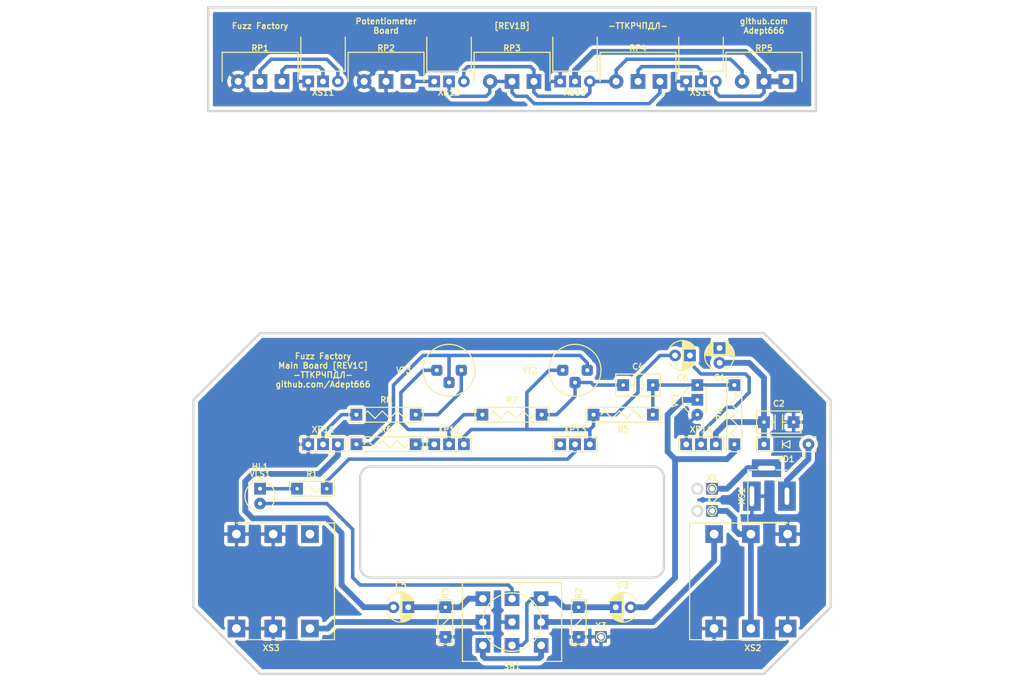
<source format=kicad_pcb>
(kicad_pcb (version 20171130) (host pcbnew 5.1.12-84ad8e8a86~92~ubuntu20.04.1)

  (general
    (thickness 1.6)
    (drawings 38)
    (tracks 191)
    (zones 0)
    (modules 42)
    (nets 34)
  )

  (page A4)
  (title_block
    (title "ТКП-1.14.C-1 / ТКП-1.15.B-1")
    (date 2024-09-01)
    (rev "1C / 1B")
    (company "Fuzz Factory Main Board [REV1C] / Fuzz Factory Potentiometer Board [REV1B]")
    (comment 1 http://github.com/Adept666)
    (comment 2 "Igor Ivanov (Игорь Иванов)")
    (comment 3 -ТТКРЧПДЛ-)
    (comment 4 "This project is licensed under GNU General Public License v3.0 or later")
  )

  (layers
    (0 F.Cu jumper)
    (31 B.Cu signal)
    (37 F.SilkS user)
    (38 B.Mask user)
    (40 Dwgs.User user)
    (42 Eco1.User user)
    (44 Edge.Cuts user)
    (45 Margin user)
    (46 B.CrtYd user)
    (47 F.CrtYd user)
    (49 F.Fab user)
  )

  (setup
    (last_trace_width 1)
    (user_trace_width 0.6)
    (trace_clearance 0)
    (zone_clearance 0.6)
    (zone_45_only no)
    (trace_min 0.2)
    (via_size 2)
    (via_drill 1)
    (via_min_size 0.4)
    (via_min_drill 0.3)
    (uvia_size 0.3)
    (uvia_drill 0.1)
    (uvias_allowed no)
    (uvia_min_size 0)
    (uvia_min_drill 0)
    (edge_width 0.4)
    (segment_width 0.2)
    (pcb_text_width 0.3)
    (pcb_text_size 1.5 1.5)
    (mod_edge_width 0.15)
    (mod_text_size 1 1)
    (mod_text_width 0.15)
    (pad_size 2 2)
    (pad_drill 1)
    (pad_to_mask_clearance 0.2)
    (solder_mask_min_width 0.1)
    (aux_axis_origin 0 0)
    (visible_elements 7FFFFFFF)
    (pcbplotparams
      (layerselection 0x20000_7ffffffe)
      (usegerberextensions false)
      (usegerberattributes false)
      (usegerberadvancedattributes false)
      (creategerberjobfile false)
      (excludeedgelayer false)
      (linewidth 0.100000)
      (plotframeref true)
      (viasonmask false)
      (mode 1)
      (useauxorigin false)
      (hpglpennumber 1)
      (hpglpenspeed 20)
      (hpglpendiameter 15.000000)
      (psnegative false)
      (psa4output false)
      (plotreference false)
      (plotvalue true)
      (plotinvisibletext false)
      (padsonsilk true)
      (subtractmaskfromsilk false)
      (outputformat 4)
      (mirror false)
      (drillshape 0)
      (scaleselection 1)
      (outputdirectory ""))
  )

  (net 0 "")
  (net 1 COM)
  (net 2 /LED)
  (net 3 "Net-(SB1-PadNC1)")
  (net 4 /IN-CON)
  (net 5 /OUT-CON)
  (net 6 /PP3-POS)
  (net 7 /PP3-NEG)
  (net 8 "Net-(VD1-PadA)")
  (net 9 "Net-(HL1-PadA)")
  (net 10 "Net-(C3-Pad+)")
  (net 11 "Net-(C4-Pad1)")
  (net 12 "Net-(C4-Pad2)")
  (net 13 "Net-(R6-Pad2)")
  (net 14 "Net-(R8-Pad2)")
  (net 15 V)
  (net 16 /PB1)
  (net 17 /PBCOM)
  (net 18 /PB2)
  (net 19 /PB3)
  (net 20 /PB5)
  (net 21 /PB4)
  (net 22 /PBV)
  (net 23 /PB7)
  (net 24 /MB2)
  (net 25 /MB1)
  (net 26 /MB3)
  (net 27 /MB4)
  (net 28 /MB5)
  (net 29 /MB6)
  (net 30 /MB7)
  (net 31 "Net-(XS3-PadTN)")
  (net 32 /IN-CIR)
  (net 33 /OUT-CIR)

  (net_class Default "This is the default net class."
    (clearance 0)
    (trace_width 1)
    (via_dia 2)
    (via_drill 1)
    (uvia_dia 0.3)
    (uvia_drill 0.1)
    (add_net /IN-CIR)
    (add_net /IN-CON)
    (add_net /LED)
    (add_net /MB1)
    (add_net /MB2)
    (add_net /MB3)
    (add_net /MB4)
    (add_net /MB5)
    (add_net /MB6)
    (add_net /MB7)
    (add_net /OUT-CIR)
    (add_net /OUT-CON)
    (add_net /PB1)
    (add_net /PB2)
    (add_net /PB3)
    (add_net /PB4)
    (add_net /PB5)
    (add_net /PB7)
    (add_net /PBCOM)
    (add_net /PBV)
    (add_net /PP3-NEG)
    (add_net /PP3-POS)
    (add_net COM)
    (add_net "Net-(C3-Pad+)")
    (add_net "Net-(C4-Pad1)")
    (add_net "Net-(C4-Pad2)")
    (add_net "Net-(HL1-PadA)")
    (add_net "Net-(R6-Pad2)")
    (add_net "Net-(R8-Pad2)")
    (add_net "Net-(SB1-PadNC1)")
    (add_net "Net-(VD1-PadA)")
    (add_net "Net-(XS3-PadTN)")
    (add_net V)
  )

  (module KCL-TH-SL:LED-ROUND-05.0-UNI-SH-SPACER-PNL-5.3 (layer F.Cu) (tedit 61100F3A) (tstamp 60688D61)
    (at 104.14 114.3 90)
    (path /5E64318D)
    (fp_text reference HL1 (at 5.08 0 180) (layer F.SilkS)
      (effects (font (size 1 1) (thickness 0.2)))
    )
    (fp_text value FYL-5013UWC (at -3.81 0 180) (layer F.Fab)
      (effects (font (size 1 1) (thickness 0.2)))
    )
    (fp_circle (center 0 0) (end 2.65 0) (layer Eco1.User) (width 0.4))
    (fp_line (start -2.5 -1.466994) (end -2.5 1.466994) (layer F.Fab) (width 0.2))
    (fp_circle (center 0 0) (end 2.5 0) (layer F.Fab) (width 0.2))
    (fp_arc (start 0 0) (end -2.5 1.469694) (angle -299.1) (layer F.Fab) (width 0.2))
    (pad C thru_hole circle (at -1.27 0 90) (size 2 2) (drill 0.7) (layers B.Cu B.Mask)
      (net 2 /LED))
    (pad A thru_hole rect (at 1.27 0 90) (size 2 2) (drill 0.7) (layers B.Cu B.Mask)
      (net 9 "Net-(HL1-PadA)"))
  )

  (module KCL-TH-SL:P-КТЮ-3-6 (layer F.Cu) (tedit 60E1878C) (tstamp 5F30203A)
    (at 158.115 92.71)
    (path /5F315B5B)
    (fp_text reference VT2 (at -6.35 0) (layer F.SilkS)
      (effects (font (size 1 1) (thickness 0.2)) (justify right))
    )
    (fp_text value МП40 (at 0 0) (layer F.Fab)
      (effects (font (size 1 1) (thickness 0.2)))
    )
    (fp_circle (center 0 0) (end 4.25 0) (layer F.Fab) (width 0.2))
    (fp_circle (center 0 0) (end 5.85 0) (layer F.CrtYd) (width 0.1))
    (fp_circle (center 0 0) (end 4.445 0) (layer F.SilkS) (width 0.2))
    (fp_circle (center 0 0) (end 5.85 0) (layer F.Fab) (width 0.2))
    (pad B thru_hole roundrect (at 0 2.1) (size 1.9 1.9) (drill 0.7) (layers B.Cu B.Mask) (roundrect_rratio 0.25)
      (net 12 "Net-(C4-Pad2)"))
    (pad E thru_hole roundrect (at -2.1 0) (size 1.9 1.9) (drill 0.7) (layers B.Cu B.Mask) (roundrect_rratio 0.25)
      (net 28 /MB5))
    (pad C thru_hole roundrect (at 2.1 0) (size 1.9 1.9) (drill 0.7) (layers B.Cu B.Mask) (roundrect_rratio 0.25)
      (net 13 "Net-(R6-Pad2)"))
  )

  (module KCL-TH-SL:P-КТЮ-3-6 (layer F.Cu) (tedit 60E1878C) (tstamp 5F301981)
    (at 136.525 92.71)
    (path /5F32C814)
    (fp_text reference VT3 (at -6.35 0) (layer F.SilkS)
      (effects (font (size 1 1) (thickness 0.2)) (justify right))
    )
    (fp_text value МП40 (at 0 0) (layer F.Fab)
      (effects (font (size 1 1) (thickness 0.2)))
    )
    (fp_circle (center 0 0) (end 4.25 0) (layer F.Fab) (width 0.2))
    (fp_circle (center 0 0) (end 5.85 0) (layer F.CrtYd) (width 0.1))
    (fp_circle (center 0 0) (end 4.445 0) (layer F.SilkS) (width 0.2))
    (fp_circle (center 0 0) (end 5.85 0) (layer F.Fab) (width 0.2))
    (pad B thru_hole roundrect (at 0 2.1) (size 1.9 1.9) (drill 0.7) (layers B.Cu B.Mask) (roundrect_rratio 0.25)
      (net 13 "Net-(R6-Pad2)"))
    (pad E thru_hole roundrect (at -2.1 0) (size 1.9 1.9) (drill 0.7) (layers B.Cu B.Mask) (roundrect_rratio 0.25)
      (net 27 /MB4))
    (pad C thru_hole roundrect (at 2.1 0) (size 1.9 1.9) (drill 0.7) (layers B.Cu B.Mask) (roundrect_rratio 0.25)
      (net 14 "Net-(R8-Pad2)"))
  )

  (module KCL-TH-SL:P-TO-92-E-B-C (layer F.Cu) (tedit 66754B2A) (tstamp 5F391366)
    (at 179.07 97.79 90)
    (path /5F310276)
    (fp_text reference VT1 (at 0 -3.81 90) (layer F.SilkS)
      (effects (font (size 1 1) (thickness 0.2)))
    )
    (fp_text value 3904 (at 0 0 90) (layer F.Fab)
      (effects (font (size 1 1) (thickness 0.2)))
    )
    (fp_line (start -2.03125 1.525) (end 2.03125 1.525) (layer F.Fab) (width 0.2))
    (fp_line (start -2.032 1.524) (end 2.032 1.524) (layer F.SilkS) (width 0.2))
    (fp_line (start -2.84 -2.54) (end 2.84 -2.54) (layer F.CrtYd) (width 0.1))
    (fp_line (start -2.84 1.525) (end 2.84 1.525) (layer F.CrtYd) (width 0.1))
    (fp_line (start -2.84 -2.54) (end -2.84 1.525) (layer F.CrtYd) (width 0.1))
    (fp_line (start 2.84 -2.54) (end 2.84 1.525) (layer F.CrtYd) (width 0.1))
    (fp_arc (start 0 0) (end -2.03125 1.525) (angle 253.8) (layer F.Fab) (width 0.2))
    (fp_arc (start 0 0) (end 0 -2.54) (angle -63.4) (layer F.SilkS) (width 0.2))
    (fp_arc (start 0 0) (end 0 -2.54) (angle 63.4) (layer F.SilkS) (width 0.2))
    (fp_arc (start 0 0) (end 2.032 1.524) (angle -10.30485656) (layer F.SilkS) (width 0.2))
    (fp_arc (start 0 0) (end -2.032 1.524) (angle 10.3) (layer F.SilkS) (width 0.2))
    (pad C thru_hole rect (at 2.54 0 90) (size 2 2) (drill 0.6) (layers B.Cu B.Mask)
      (net 11 "Net-(C4-Pad1)"))
    (pad B thru_hole rect (at 0 0 90) (size 2 2) (drill 0.6) (layers B.Cu B.Mask)
      (net 10 "Net-(C3-Pad+)"))
    (pad E thru_hole circle (at -2.54 0 90) (size 2 2) (drill 0.6) (layers B.Cu B.Mask)
      (net 1 COM))
  )

  (module SBEL:B013_C1 locked (layer F.Cu) (tedit 5F83402E) (tstamp 5F834B67)
    (at 147.32 115.57)
    (path /5E73CB02)
    (fp_text reference VE1 (at 0 -29.21) (layer F.SilkS) hide
      (effects (font (size 1 1) (thickness 0.2)))
    )
    (fp_text value B013 (at 0 -27.94) (layer F.Fab) hide
      (effects (font (size 1 1) (thickness 0.2)))
    )
    (fp_circle (center 69.4 13.335) (end 75.4 13.335) (layer Eco1.User) (width 0.4))
    (fp_circle (center -69.4 13.335) (end -63.4 13.335) (layer Eco1.User) (width 0.4))
    (fp_circle (center 70.9 -1.27) (end 76.4 -1.27) (layer Eco1.User) (width 0.4))
    (fp_line (start 83.55 -31.8) (end 83.55 31.8) (layer Eco1.User) (width 0.4))
    (fp_line (start -83.55 -31.8) (end -83.55 31.8) (layer Eco1.User) (width 0.4))
    (fp_line (start 87.55 -31.8) (end 87.55 31.8) (layer Eco1.User) (width 0.4))
    (fp_line (start -87.55 -31.8) (end -87.55 31.8) (layer Eco1.User) (width 0.4))
    (fp_line (start 57.25 31.8) (end 87.55 31.8) (layer Eco1.User) (width 0.4))
    (fp_line (start -87.55 31.8) (end -57.25 31.8) (layer Eco1.User) (width 0.4))
    (fp_line (start 57.25 -31.8) (end 87.55 -31.8) (layer Eco1.User) (width 0.4))
    (fp_line (start -87.55 -31.8) (end -57.25 -31.8) (layer Eco1.User) (width 0.4))
    (fp_line (start -57.25 -31.8) (end 57.25 -31.8) (layer Eco1.User) (width 0.4))
    (fp_line (start -57.25 31.8) (end 57.25 31.8) (layer Eco1.User) (width 0.4))
    (fp_line (start -57.25 -31.8) (end -57.25 31.8) (layer Eco1.User) (width 0.4))
    (fp_line (start 57.25 -31.8) (end 57.25 31.8) (layer Eco1.User) (width 0.4))
    (fp_line (start -55.75 -30.45) (end 55.75 -30.45) (layer Eco1.User) (width 0.4))
    (fp_line (start -55.75 30.45) (end 55.75 30.45) (layer Eco1.User) (width 0.4))
    (fp_line (start -55.75 -30.45) (end -55.75 30.45) (layer Eco1.User) (width 0.4))
    (fp_line (start 55.75 -30.45) (end 55.75 30.45) (layer Eco1.User) (width 0.4))
    (fp_circle (center -52.25 -27.1) (end -50.75 -27.1) (layer Eco1.User) (width 0.4))
    (fp_circle (center 52.25 -27.1) (end 53.75 -27.1) (layer Eco1.User) (width 0.4))
    (fp_circle (center -52.25 27.1) (end -50.75 27.1) (layer Eco1.User) (width 0.4))
    (fp_circle (center 52.25 27.1) (end 53.75 27.1) (layer Eco1.User) (width 0.4))
    (fp_line (start -55.75 -23.85) (end -52.25 -23.85) (layer Eco1.User) (width 0.4))
    (fp_line (start 52.25 -23.85) (end 55.75 -23.85) (layer Eco1.User) (width 0.4))
    (fp_line (start -55.75 23.85) (end -52.25 23.85) (layer Eco1.User) (width 0.4))
    (fp_line (start 52.25 23.85) (end 55.75 23.85) (layer Eco1.User) (width 0.4))
    (fp_line (start -49 -30.45) (end -49 -27.1) (layer Eco1.User) (width 0.4))
    (fp_line (start 49 -30.45) (end 49 -27.1) (layer Eco1.User) (width 0.4))
    (fp_line (start -49 27.1) (end -49 30.45) (layer Eco1.User) (width 0.4))
    (fp_line (start 49 27.1) (end 49 30.45) (layer Eco1.User) (width 0.4))
    (fp_arc (start -52.25 -27.1) (end -52.25 -23.85) (angle -90) (layer Eco1.User) (width 0.4))
    (fp_arc (start 52.25 -27.1) (end 49 -27.1) (angle -90) (layer Eco1.User) (width 0.4))
    (fp_arc (start -52.25 27.1) (end -49 27.1) (angle -90) (layer Eco1.User) (width 0.4))
    (fp_arc (start 52.25 27.1) (end 52.25 23.85) (angle -90) (layer Eco1.User) (width 0.4))
  )

  (module KCL-TH-SL:SW-PBS-24-302SP-2.5-PNL-13.0 (layer F.Cu) (tedit 606846B6) (tstamp 5DC671C0)
    (at 147.32 135.89)
    (path /5E643184)
    (fp_text reference SB1 (at 0 7.62) (layer F.SilkS)
      (effects (font (size 1 1) (thickness 0.2)))
    )
    (fp_text value PBS-24-302SP (at 0 0) (layer F.Fab)
      (effects (font (size 1 1) (thickness 0.2)))
    )
    (fp_circle (center 0 0) (end 6 0) (layer F.Fab) (width 0.2))
    (fp_circle (center 0 0) (end 6.5 0) (layer Eco1.User) (width 0.4))
    (fp_line (start 8.5 -6.75) (end 8.5 6.75) (layer F.CrtYd) (width 0.1))
    (fp_line (start -8.5 -6.75) (end -8.5 6.75) (layer F.CrtYd) (width 0.1))
    (fp_line (start -8.5 6.75) (end 8.5 6.75) (layer F.CrtYd) (width 0.1))
    (fp_line (start -8.5 -6.75) (end 8.5 -6.75) (layer F.CrtYd) (width 0.1))
    (fp_line (start -8.5 -6.75) (end 8.5 -6.75) (layer F.Fab) (width 0.2))
    (fp_line (start -8.5 -6.75) (end -8.5 6.75) (layer F.Fab) (width 0.2))
    (fp_line (start 8.5 -6.75) (end 8.5 6.75) (layer F.Fab) (width 0.2))
    (fp_line (start -8.5 6.75) (end 8.5 6.75) (layer F.Fab) (width 0.2))
    (fp_line (start -8.5 -6.75) (end 8.5 -6.75) (layer F.SilkS) (width 0.2))
    (fp_line (start -8.5 6.75) (end 8.5 6.75) (layer F.SilkS) (width 0.2))
    (fp_line (start -8.5 -6.75) (end -8.5 6.75) (layer F.SilkS) (width 0.2))
    (fp_line (start 8.5 -6.75) (end 8.5 6.75) (layer F.SilkS) (width 0.2))
    (fp_circle (center 0 0) (end 5 0) (layer F.Fab) (width 0.2))
    (fp_arc (start 0 0) (end 0 -5) (angle 81.3) (layer F.SilkS) (width 0.2))
    (fp_arc (start 0 0) (end 0 5) (angle 81.25383774) (layer F.SilkS) (width 0.2))
    (fp_arc (start 0 0) (end 0 5) (angle -81.3) (layer F.SilkS) (width 0.2))
    (fp_arc (start 0 0) (end 0 -5) (angle -81.25383774) (layer F.SilkS) (width 0.2))
    (pad COM3 thru_hole rect (at 5 0) (size 2.5 2.5) (drill 1.3) (layers B.Cu B.Mask)
      (net 4 /IN-CON))
    (pad NC3 thru_hole rect (at 5 4) (size 2.5 2.5) (drill 1.3) (layers B.Cu B.Mask)
      (net 3 "Net-(SB1-PadNC1)"))
    (pad NO3 thru_hole rect (at 5 -4) (size 2.5 2.5) (drill 1.3) (layers B.Cu B.Mask)
      (net 32 /IN-CIR))
    (pad COM2 thru_hole rect (at 0 0) (size 2.5 2.5) (drill 1.3) (layers B.Cu B.Mask)
      (net 1 COM))
    (pad NC2 thru_hole rect (at 0 4) (size 2.5 2.5) (drill 1.3) (layers B.Cu B.Mask)
      (net 32 /IN-CIR))
    (pad NO2 thru_hole rect (at 0 -4) (size 2.5 2.5) (drill 1.3) (layers B.Cu B.Mask)
      (net 2 /LED))
    (pad NO1 thru_hole rect (at -5 -4) (size 2.5 2.5) (drill 1.3) (layers B.Cu B.Mask)
      (net 33 /OUT-CIR))
    (pad COM1 thru_hole rect (at -5 0) (size 2.5 2.5) (drill 1.3) (layers B.Cu B.Mask)
      (net 5 /OUT-CON))
    (pad NC1 thru_hole rect (at -5 4) (size 2.5 2.5) (drill 1.3) (layers B.Cu B.Mask)
      (net 3 "Net-(SB1-PadNC1)"))
  )

  (module KCL-TH-SL:CON-PLS-03 (layer F.Cu) (tedit 5DA59ABE) (tstamp 5F831DD7)
    (at 114.935 105.41 180)
    (path /5F9AB078)
    (fp_text reference XP11 (at 0 2.54) (layer F.SilkS)
      (effects (font (size 1 1) (thickness 0.2)))
    )
    (fp_text value PLS-03 (at 0 0) (layer F.Fab)
      (effects (font (size 1 1) (thickness 0.2)))
    )
    (fp_line (start 3.81 -1.27) (end 3.81 1.27) (layer F.Fab) (width 0.2))
    (fp_line (start -3.81 -1.27) (end -3.81 1.27) (layer F.Fab) (width 0.2))
    (fp_line (start -3.81 1.27) (end 3.81 1.27) (layer F.Fab) (width 0.2))
    (fp_line (start -3.81 -1.27) (end 3.81 -1.27) (layer F.Fab) (width 0.2))
    (fp_line (start -3.81 -1.27) (end 3.81 -1.27) (layer F.SilkS) (width 0.2))
    (fp_line (start -3.81 1.27) (end 3.81 1.27) (layer F.SilkS) (width 0.2))
    (fp_line (start -3.81 -1.27) (end -3.81 1.27) (layer F.SilkS) (width 0.2))
    (fp_line (start 3.81 -1.27) (end 3.81 1.27) (layer F.SilkS) (width 0.2))
    (fp_line (start -3.81 -1.27) (end 3.81 -1.27) (layer F.CrtYd) (width 0.1))
    (fp_line (start -3.81 1.27) (end 3.81 1.27) (layer F.CrtYd) (width 0.1))
    (fp_line (start -3.81 -1.27) (end -3.81 1.27) (layer F.CrtYd) (width 0.1))
    (fp_line (start 3.81 -1.27) (end 3.81 1.27) (layer F.CrtYd) (width 0.1))
    (pad 1 thru_hole rect (at -2.54 0 180) (size 2 2) (drill 1) (layers B.Cu B.Mask)
      (net 24 /MB2))
    (pad 2 thru_hole rect (at 0 0 180) (size 2 2) (drill 1) (layers B.Cu B.Mask)
      (net 25 /MB1))
    (pad 3 thru_hole rect (at 2.54 0 180) (size 2 2) (drill 1) (layers B.Cu B.Mask)
      (net 1 COM))
  )

  (module KCL-TH-SL:R-MFR-12 (layer F.Cu) (tedit 66754AFC) (tstamp 5F82F1E6)
    (at 158.75 135.89 90)
    (path /5E774F49)
    (fp_text reference R2 (at 3.81 0 90) (layer F.SilkS)
      (effects (font (size 1 1) (thickness 0.2)) (justify left))
    )
    (fp_text value 105 (at 0 0 90) (layer F.Fab)
      (effects (font (size 1 1) (thickness 0.2)))
    )
    (fp_line (start -1.7 -0.95) (end 1.7 -0.95) (layer F.Fab) (width 0.2))
    (fp_line (start -1.7 0.95) (end 1.7 0.95) (layer F.Fab) (width 0.2))
    (fp_line (start -1.7 -0.95) (end -1.7 0.95) (layer F.Fab) (width 0.2))
    (fp_line (start 1.7 -0.95) (end 1.7 0.95) (layer F.Fab) (width 0.2))
    (fp_line (start -3.81 -1.27) (end 3.81 -1.27) (layer F.SilkS) (width 0.2))
    (fp_line (start -3.81 1.27) (end 3.81 1.27) (layer F.SilkS) (width 0.2))
    (fp_line (start -3.81 -1.27) (end -3.81 1.27) (layer F.SilkS) (width 0.2))
    (fp_line (start 3.81 -1.27) (end 3.81 1.27) (layer F.SilkS) (width 0.2))
    (fp_line (start -3.81 -1.27) (end 3.81 -1.27) (layer F.CrtYd) (width 0.1))
    (fp_line (start 3.81 -1.27) (end 3.81 1.27) (layer F.CrtYd) (width 0.1))
    (fp_line (start 3.81 1.27) (end -3.81 1.27) (layer F.CrtYd) (width 0.1))
    (fp_line (start -3.81 1.27) (end -3.81 -1.27) (layer F.CrtYd) (width 0.1))
    (fp_line (start -1.27 0) (end -0.635 -0.635) (layer F.SilkS) (width 0.2))
    (fp_line (start -0.635 -0.635) (end 0.635 0.635) (layer F.SilkS) (width 0.2))
    (fp_line (start 0.635 0.635) (end 1.27 0) (layer F.SilkS) (width 0.2))
    (pad 1 thru_hole rect (at -2.54 0 90) (size 2 2) (drill 0.6) (layers B.Cu B.Mask)
      (net 1 COM))
    (pad 2 thru_hole rect (at 2.54 0 90) (size 2 2) (drill 0.6) (layers B.Cu B.Mask)
      (net 32 /IN-CIR))
  )

  (module KCL-TH-SL:CP-RADIAL-D05.0-P02.0-CLS (layer F.Cu) (tedit 5F1072EC) (tstamp 5F2F9219)
    (at 128.27 133.35)
    (path /5F23D482)
    (fp_text reference C5 (at 0 -3.81) (layer F.SilkS)
      (effects (font (size 1 1) (thickness 0.2)))
    )
    (fp_text value 106 (at 0 0) (layer F.Fab)
      (effects (font (size 1 1) (thickness 0.2)))
    )
    (fp_poly (pts (xy 0 -2.54) (xy 0.762 -2.413) (xy 1.905 -1.651) (xy 2.286 -1.143)
      (xy 0.127 -1.143) (xy 0.127 1.143) (xy 2.286 1.143) (xy 1.905 1.651)
      (xy 0.762 2.413) (xy 0 2.54)) (layer F.SilkS) (width 0.2))
    (fp_circle (center 0 0) (end 2.5 0) (layer F.Fab) (width 0.2))
    (fp_circle (center 0 0) (end 2.286 -1.143) (layer F.CrtYd) (width 0.1))
    (fp_arc (start 0 0) (end -2.285999 1.142999) (angle -126.8698976) (layer F.SilkS) (width 0.2))
    (fp_arc (start 0 0) (end 2.285999 -1.142999) (angle -126.8698976) (layer F.SilkS) (width 0.2))
    (pad + thru_hole circle (at -1.27 0) (size 2 2) (drill 1) (layers B.Cu B.Mask)
      (net 24 /MB2))
    (pad - thru_hole rect (at 1.27 0) (size 2 2) (drill 1) (layers B.Cu B.Mask)
      (net 33 /OUT-CIR))
  )

  (module KCL-TH-SL:CP-RADIAL-D05.0-P02.0-CLS (layer F.Cu) (tedit 5F1072EC) (tstamp 5F2F9201)
    (at 166.37 133.35 180)
    (path /5F241D61)
    (fp_text reference C3 (at 0 3.81) (layer F.SilkS)
      (effects (font (size 1 1) (thickness 0.2)))
    )
    (fp_text value 106 (at 0 0) (layer F.Fab)
      (effects (font (size 1 1) (thickness 0.2)))
    )
    (fp_poly (pts (xy 0 -2.54) (xy 0.762 -2.413) (xy 1.905 -1.651) (xy 2.286 -1.143)
      (xy 0.127 -1.143) (xy 0.127 1.143) (xy 2.286 1.143) (xy 1.905 1.651)
      (xy 0.762 2.413) (xy 0 2.54)) (layer F.SilkS) (width 0.2))
    (fp_circle (center 0 0) (end 2.5 0) (layer F.Fab) (width 0.2))
    (fp_circle (center 0 0) (end 2.286 -1.143) (layer F.CrtYd) (width 0.1))
    (fp_arc (start 0 0) (end -2.285999 1.142999) (angle -126.8698976) (layer F.SilkS) (width 0.2))
    (fp_arc (start 0 0) (end 2.285999 -1.142999) (angle -126.8698976) (layer F.SilkS) (width 0.2))
    (pad + thru_hole circle (at -1.27 0 180) (size 2 2) (drill 1) (layers B.Cu B.Mask)
      (net 10 "Net-(C3-Pad+)"))
    (pad - thru_hole rect (at 1.27 0 180) (size 2 2) (drill 1) (layers B.Cu B.Mask)
      (net 32 /IN-CIR))
  )

  (module KCL-TH-SL:CP-RADIAL-D05.0-P02.0-CLS (layer F.Cu) (tedit 5F1072EC) (tstamp 5F312E76)
    (at 176.53 90.17)
    (path /5F1FD3C8)
    (fp_text reference C6 (at 0 3.81) (layer F.SilkS)
      (effects (font (size 1 1) (thickness 0.2)))
    )
    (fp_text value 106 (at 0 0) (layer F.Fab)
      (effects (font (size 1 1) (thickness 0.2)))
    )
    (fp_poly (pts (xy 0 -2.54) (xy 0.762 -2.413) (xy 1.905 -1.651) (xy 2.286 -1.143)
      (xy 0.127 -1.143) (xy 0.127 1.143) (xy 2.286 1.143) (xy 1.905 1.651)
      (xy 0.762 2.413) (xy 0 2.54)) (layer F.SilkS) (width 0.2))
    (fp_circle (center 0 0) (end 2.5 0) (layer F.Fab) (width 0.2))
    (fp_circle (center 0 0) (end 2.286 -1.143) (layer F.CrtYd) (width 0.1))
    (fp_arc (start 0 0) (end -2.285999 1.142999) (angle -126.8698976) (layer F.SilkS) (width 0.2))
    (fp_arc (start 0 0) (end 2.285999 -1.142999) (angle -126.8698976) (layer F.SilkS) (width 0.2))
    (pad + thru_hole circle (at -1.27 0) (size 2 2) (drill 1) (layers B.Cu B.Mask)
      (net 28 /MB5))
    (pad - thru_hole rect (at 1.27 0) (size 2 2) (drill 1) (layers B.Cu B.Mask)
      (net 30 /MB7))
  )

  (module KCL-TH-SL:R-MFR-12 (layer F.Cu) (tedit 66754AF1) (tstamp 5F2F93C0)
    (at 135.89 135.89 90)
    (path /5F2B1A32)
    (fp_text reference R3 (at 3.81 0 90) (layer F.SilkS)
      (effects (font (size 1 1) (thickness 0.2)) (justify left))
    )
    (fp_text value 224 (at 0 0 90) (layer F.Fab)
      (effects (font (size 1 1) (thickness 0.2)))
    )
    (fp_line (start -1.7 -0.95) (end 1.7 -0.95) (layer F.Fab) (width 0.2))
    (fp_line (start -1.7 0.95) (end 1.7 0.95) (layer F.Fab) (width 0.2))
    (fp_line (start -1.7 -0.95) (end -1.7 0.95) (layer F.Fab) (width 0.2))
    (fp_line (start 1.7 -0.95) (end 1.7 0.95) (layer F.Fab) (width 0.2))
    (fp_line (start -3.81 -1.27) (end 3.81 -1.27) (layer F.SilkS) (width 0.2))
    (fp_line (start -3.81 1.27) (end 3.81 1.27) (layer F.SilkS) (width 0.2))
    (fp_line (start -3.81 -1.27) (end -3.81 1.27) (layer F.SilkS) (width 0.2))
    (fp_line (start 3.81 -1.27) (end 3.81 1.27) (layer F.SilkS) (width 0.2))
    (fp_line (start -3.81 -1.27) (end 3.81 -1.27) (layer F.CrtYd) (width 0.1))
    (fp_line (start 3.81 -1.27) (end 3.81 1.27) (layer F.CrtYd) (width 0.1))
    (fp_line (start 3.81 1.27) (end -3.81 1.27) (layer F.CrtYd) (width 0.1))
    (fp_line (start -3.81 1.27) (end -3.81 -1.27) (layer F.CrtYd) (width 0.1))
    (fp_line (start -1.27 0) (end -0.635 -0.635) (layer F.SilkS) (width 0.2))
    (fp_line (start -0.635 -0.635) (end 0.635 0.635) (layer F.SilkS) (width 0.2))
    (fp_line (start 0.635 0.635) (end 1.27 0) (layer F.SilkS) (width 0.2))
    (pad 1 thru_hole rect (at -2.54 0 90) (size 2 2) (drill 0.6) (layers B.Cu B.Mask)
      (net 1 COM))
    (pad 2 thru_hole rect (at 2.54 0 90) (size 2 2) (drill 0.6) (layers B.Cu B.Mask)
      (net 33 /OUT-CIR))
  )

  (module KCL-TH-SL:R-MFR-25 (layer F.Cu) (tedit 66754B5C) (tstamp 5F2F93AB)
    (at 125.73 100.33)
    (path /5F0D93F4)
    (fp_text reference R8 (at 0 -2.54) (layer F.SilkS)
      (effects (font (size 1 1) (thickness 0.2)))
    )
    (fp_text value 512 (at 0 0) (layer F.Fab)
      (effects (font (size 1 1) (thickness 0.2)))
    )
    (fp_line (start -3.15 -1.2) (end 3.15 -1.2) (layer F.Fab) (width 0.2))
    (fp_line (start -3.15 1.2) (end 3.15 1.2) (layer F.Fab) (width 0.2))
    (fp_line (start -3.15 -1.2) (end -3.15 1.2) (layer F.Fab) (width 0.2))
    (fp_line (start 3.15 -1.2) (end 3.15 1.2) (layer F.Fab) (width 0.2))
    (fp_line (start -6.35 -1.27) (end 6.35 -1.27) (layer F.SilkS) (width 0.2))
    (fp_line (start -6.35 1.27) (end 6.35 1.27) (layer F.SilkS) (width 0.2))
    (fp_line (start -6.35 -1.27) (end -6.35 1.27) (layer F.SilkS) (width 0.2))
    (fp_line (start 6.35 -1.27) (end 6.35 1.27) (layer F.SilkS) (width 0.2))
    (fp_line (start -6.35 -1.27) (end 6.35 -1.27) (layer F.CrtYd) (width 0.1))
    (fp_line (start 6.35 -1.27) (end 6.35 1.27) (layer F.CrtYd) (width 0.1))
    (fp_line (start 6.35 1.27) (end -6.35 1.27) (layer F.CrtYd) (width 0.1))
    (fp_line (start -6.35 1.27) (end -6.35 -1.27) (layer F.CrtYd) (width 0.1))
    (fp_line (start -3.81 0) (end -3.175 -0.635) (layer F.SilkS) (width 0.2))
    (fp_line (start -3.175 -0.635) (end -1.905 0.635) (layer F.SilkS) (width 0.2))
    (fp_line (start -1.905 0.635) (end -0.635 -0.635) (layer F.SilkS) (width 0.2))
    (fp_line (start -0.635 -0.635) (end 0.635 0.635) (layer F.SilkS) (width 0.2))
    (fp_line (start 0.635 0.635) (end 1.905 -0.635) (layer F.SilkS) (width 0.2))
    (fp_line (start 1.905 -0.635) (end 3.175 0.635) (layer F.SilkS) (width 0.2))
    (fp_line (start 3.175 0.635) (end 3.81 0) (layer F.SilkS) (width 0.2))
    (pad 1 thru_hole rect (at -5.08 0) (size 2 2) (drill 0.7) (layers B.Cu B.Mask)
      (net 25 /MB1))
    (pad 2 thru_hole rect (at 5.08 0) (size 2 2) (drill 0.7) (layers B.Cu B.Mask)
      (net 14 "Net-(R8-Pad2)"))
  )

  (module KCL-TH-SL:R-MFR-25 (layer F.Cu) (tedit 66754B66) (tstamp 5F391FBC)
    (at 147.32 100.33 180)
    (path /5F1F1A20)
    (fp_text reference R7 (at 0 2.54) (layer F.SilkS)
      (effects (font (size 1 1) (thickness 0.2)))
    )
    (fp_text value 473 (at 0 0) (layer F.Fab)
      (effects (font (size 1 1) (thickness 0.2)))
    )
    (fp_line (start -3.15 -1.2) (end 3.15 -1.2) (layer F.Fab) (width 0.2))
    (fp_line (start -3.15 1.2) (end 3.15 1.2) (layer F.Fab) (width 0.2))
    (fp_line (start -3.15 -1.2) (end -3.15 1.2) (layer F.Fab) (width 0.2))
    (fp_line (start 3.15 -1.2) (end 3.15 1.2) (layer F.Fab) (width 0.2))
    (fp_line (start -6.35 -1.27) (end 6.35 -1.27) (layer F.SilkS) (width 0.2))
    (fp_line (start -6.35 1.27) (end 6.35 1.27) (layer F.SilkS) (width 0.2))
    (fp_line (start -6.35 -1.27) (end -6.35 1.27) (layer F.SilkS) (width 0.2))
    (fp_line (start 6.35 -1.27) (end 6.35 1.27) (layer F.SilkS) (width 0.2))
    (fp_line (start -6.35 -1.27) (end 6.35 -1.27) (layer F.CrtYd) (width 0.1))
    (fp_line (start 6.35 -1.27) (end 6.35 1.27) (layer F.CrtYd) (width 0.1))
    (fp_line (start 6.35 1.27) (end -6.35 1.27) (layer F.CrtYd) (width 0.1))
    (fp_line (start -6.35 1.27) (end -6.35 -1.27) (layer F.CrtYd) (width 0.1))
    (fp_line (start -3.81 0) (end -3.175 -0.635) (layer F.SilkS) (width 0.2))
    (fp_line (start -3.175 -0.635) (end -1.905 0.635) (layer F.SilkS) (width 0.2))
    (fp_line (start -1.905 0.635) (end -0.635 -0.635) (layer F.SilkS) (width 0.2))
    (fp_line (start -0.635 -0.635) (end 0.635 0.635) (layer F.SilkS) (width 0.2))
    (fp_line (start 0.635 0.635) (end 1.905 -0.635) (layer F.SilkS) (width 0.2))
    (fp_line (start 1.905 -0.635) (end 3.175 0.635) (layer F.SilkS) (width 0.2))
    (fp_line (start 3.175 0.635) (end 3.81 0) (layer F.SilkS) (width 0.2))
    (pad 1 thru_hole rect (at -5.08 0 180) (size 2 2) (drill 0.7) (layers B.Cu B.Mask)
      (net 12 "Net-(C4-Pad2)"))
    (pad 2 thru_hole rect (at 5.08 0 180) (size 2 2) (drill 0.7) (layers B.Cu B.Mask)
      (net 27 /MB4))
  )

  (module KCL-TH-SL:R-MFR-25 (layer F.Cu) (tedit 66754B51) (tstamp 5F2F9379)
    (at 125.73 105.41 180)
    (path /5F0D72FE)
    (fp_text reference R6 (at 0 2.54) (layer F.SilkS)
      (effects (font (size 1 1) (thickness 0.2)))
    )
    (fp_text value 471 (at 0 0) (layer F.Fab)
      (effects (font (size 1 1) (thickness 0.2)))
    )
    (fp_line (start -3.15 -1.2) (end 3.15 -1.2) (layer F.Fab) (width 0.2))
    (fp_line (start -3.15 1.2) (end 3.15 1.2) (layer F.Fab) (width 0.2))
    (fp_line (start -3.15 -1.2) (end -3.15 1.2) (layer F.Fab) (width 0.2))
    (fp_line (start 3.15 -1.2) (end 3.15 1.2) (layer F.Fab) (width 0.2))
    (fp_line (start -6.35 -1.27) (end 6.35 -1.27) (layer F.SilkS) (width 0.2))
    (fp_line (start -6.35 1.27) (end 6.35 1.27) (layer F.SilkS) (width 0.2))
    (fp_line (start -6.35 -1.27) (end -6.35 1.27) (layer F.SilkS) (width 0.2))
    (fp_line (start 6.35 -1.27) (end 6.35 1.27) (layer F.SilkS) (width 0.2))
    (fp_line (start -6.35 -1.27) (end 6.35 -1.27) (layer F.CrtYd) (width 0.1))
    (fp_line (start 6.35 -1.27) (end 6.35 1.27) (layer F.CrtYd) (width 0.1))
    (fp_line (start 6.35 1.27) (end -6.35 1.27) (layer F.CrtYd) (width 0.1))
    (fp_line (start -6.35 1.27) (end -6.35 -1.27) (layer F.CrtYd) (width 0.1))
    (fp_line (start -3.81 0) (end -3.175 -0.635) (layer F.SilkS) (width 0.2))
    (fp_line (start -3.175 -0.635) (end -1.905 0.635) (layer F.SilkS) (width 0.2))
    (fp_line (start -1.905 0.635) (end -0.635 -0.635) (layer F.SilkS) (width 0.2))
    (fp_line (start -0.635 -0.635) (end 0.635 0.635) (layer F.SilkS) (width 0.2))
    (fp_line (start 0.635 0.635) (end 1.905 -0.635) (layer F.SilkS) (width 0.2))
    (fp_line (start 1.905 -0.635) (end 3.175 0.635) (layer F.SilkS) (width 0.2))
    (fp_line (start 3.175 0.635) (end 3.81 0) (layer F.SilkS) (width 0.2))
    (pad 1 thru_hole rect (at -5.08 0 180) (size 2 2) (drill 0.7) (layers B.Cu B.Mask)
      (net 26 /MB3))
    (pad 2 thru_hole rect (at 5.08 0 180) (size 2 2) (drill 0.7) (layers B.Cu B.Mask)
      (net 13 "Net-(R6-Pad2)"))
  )

  (module KCL-TH-SL:R-MFR-25 (layer F.Cu) (tedit 66754B3D) (tstamp 5F8345E1)
    (at 166.37 100.33 180)
    (path /5F18409A)
    (fp_text reference R5 (at 0 -2.54) (layer F.SilkS)
      (effects (font (size 1 1) (thickness 0.2)))
    )
    (fp_text value 103 (at 0 0) (layer F.Fab)
      (effects (font (size 1 1) (thickness 0.2)))
    )
    (fp_line (start -3.15 -1.2) (end 3.15 -1.2) (layer F.Fab) (width 0.2))
    (fp_line (start -3.15 1.2) (end 3.15 1.2) (layer F.Fab) (width 0.2))
    (fp_line (start -3.15 -1.2) (end -3.15 1.2) (layer F.Fab) (width 0.2))
    (fp_line (start 3.15 -1.2) (end 3.15 1.2) (layer F.Fab) (width 0.2))
    (fp_line (start -6.35 -1.27) (end 6.35 -1.27) (layer F.SilkS) (width 0.2))
    (fp_line (start -6.35 1.27) (end 6.35 1.27) (layer F.SilkS) (width 0.2))
    (fp_line (start -6.35 -1.27) (end -6.35 1.27) (layer F.SilkS) (width 0.2))
    (fp_line (start 6.35 -1.27) (end 6.35 1.27) (layer F.SilkS) (width 0.2))
    (fp_line (start -6.35 -1.27) (end 6.35 -1.27) (layer F.CrtYd) (width 0.1))
    (fp_line (start 6.35 -1.27) (end 6.35 1.27) (layer F.CrtYd) (width 0.1))
    (fp_line (start 6.35 1.27) (end -6.35 1.27) (layer F.CrtYd) (width 0.1))
    (fp_line (start -6.35 1.27) (end -6.35 -1.27) (layer F.CrtYd) (width 0.1))
    (fp_line (start -3.81 0) (end -3.175 -0.635) (layer F.SilkS) (width 0.2))
    (fp_line (start -3.175 -0.635) (end -1.905 0.635) (layer F.SilkS) (width 0.2))
    (fp_line (start -1.905 0.635) (end -0.635 -0.635) (layer F.SilkS) (width 0.2))
    (fp_line (start -0.635 -0.635) (end 0.635 0.635) (layer F.SilkS) (width 0.2))
    (fp_line (start 0.635 0.635) (end 1.905 -0.635) (layer F.SilkS) (width 0.2))
    (fp_line (start 1.905 -0.635) (end 3.175 0.635) (layer F.SilkS) (width 0.2))
    (fp_line (start 3.175 0.635) (end 3.81 0) (layer F.SilkS) (width 0.2))
    (pad 1 thru_hole rect (at -5.08 0 180) (size 2 2) (drill 0.7) (layers B.Cu B.Mask)
      (net 11 "Net-(C4-Pad1)"))
    (pad 2 thru_hole rect (at 5.08 0 180) (size 2 2) (drill 0.7) (layers B.Cu B.Mask)
      (net 28 /MB5))
  )

  (module KCL-TH-SL:R-MFR-25 (layer F.Cu) (tedit 66754B1D) (tstamp 5F83426A)
    (at 185.42 100.33 90)
    (path /5F18B771)
    (fp_text reference R4 (at 0 -2.54 90) (layer F.SilkS)
      (effects (font (size 1 1) (thickness 0.2)))
    )
    (fp_text value 224 (at 0 0 90) (layer F.Fab)
      (effects (font (size 1 1) (thickness 0.2)))
    )
    (fp_line (start -3.15 -1.2) (end 3.15 -1.2) (layer F.Fab) (width 0.2))
    (fp_line (start -3.15 1.2) (end 3.15 1.2) (layer F.Fab) (width 0.2))
    (fp_line (start -3.15 -1.2) (end -3.15 1.2) (layer F.Fab) (width 0.2))
    (fp_line (start 3.15 -1.2) (end 3.15 1.2) (layer F.Fab) (width 0.2))
    (fp_line (start -6.35 -1.27) (end 6.35 -1.27) (layer F.SilkS) (width 0.2))
    (fp_line (start -6.35 1.27) (end 6.35 1.27) (layer F.SilkS) (width 0.2))
    (fp_line (start -6.35 -1.27) (end -6.35 1.27) (layer F.SilkS) (width 0.2))
    (fp_line (start 6.35 -1.27) (end 6.35 1.27) (layer F.SilkS) (width 0.2))
    (fp_line (start -6.35 -1.27) (end 6.35 -1.27) (layer F.CrtYd) (width 0.1))
    (fp_line (start 6.35 -1.27) (end 6.35 1.27) (layer F.CrtYd) (width 0.1))
    (fp_line (start 6.35 1.27) (end -6.35 1.27) (layer F.CrtYd) (width 0.1))
    (fp_line (start -6.35 1.27) (end -6.35 -1.27) (layer F.CrtYd) (width 0.1))
    (fp_line (start -3.81 0) (end -3.175 -0.635) (layer F.SilkS) (width 0.2))
    (fp_line (start -3.175 -0.635) (end -1.905 0.635) (layer F.SilkS) (width 0.2))
    (fp_line (start -1.905 0.635) (end -0.635 -0.635) (layer F.SilkS) (width 0.2))
    (fp_line (start -0.635 -0.635) (end 0.635 0.635) (layer F.SilkS) (width 0.2))
    (fp_line (start 0.635 0.635) (end 1.905 -0.635) (layer F.SilkS) (width 0.2))
    (fp_line (start 1.905 -0.635) (end 3.175 0.635) (layer F.SilkS) (width 0.2))
    (fp_line (start 3.175 0.635) (end 3.81 0) (layer F.SilkS) (width 0.2))
    (pad 1 thru_hole rect (at -5.08 0 90) (size 2 2) (drill 0.7) (layers B.Cu B.Mask)
      (net 10 "Net-(C3-Pad+)"))
    (pad 2 thru_hole rect (at 5.08 0 90) (size 2 2) (drill 0.7) (layers B.Cu B.Mask)
      (net 11 "Net-(C4-Pad1)"))
  )

  (module KCL-TH-SL:C-DISK-D04.2-T03.0-P05.08-d0.5 (layer F.Cu) (tedit 66754B38) (tstamp 5F2F923A)
    (at 168.91 95.25 180)
    (path /5F1C0224)
    (fp_text reference C4 (at 0 3.175) (layer F.SilkS)
      (effects (font (size 1 1) (thickness 0.2)))
    )
    (fp_text value 104 (at 0 0) (layer F.Fab)
      (effects (font (size 1 1) (thickness 0.2)))
    )
    (fp_line (start -0.6 -1.5) (end 0.6 -1.5) (layer F.Fab) (width 0.2))
    (fp_line (start -0.6 1.5) (end 0.6 1.5) (layer F.Fab) (width 0.2))
    (fp_line (start -3.81 -1.905) (end 3.81 -1.905) (layer F.SilkS) (width 0.2))
    (fp_line (start -3.81 1.905) (end 3.81 1.905) (layer F.SilkS) (width 0.2))
    (fp_line (start -3.81 -1.905) (end -3.81 1.905) (layer F.SilkS) (width 0.2))
    (fp_line (start 3.81 -1.905) (end 3.81 1.905) (layer F.SilkS) (width 0.2))
    (fp_line (start -1.27 0) (end -0.635 0) (layer F.SilkS) (width 0.2))
    (fp_line (start 0.635 0) (end 1.27 0) (layer F.SilkS) (width 0.2))
    (fp_line (start -0.635 -1.27) (end -0.635 1.27) (layer F.SilkS) (width 0.2))
    (fp_line (start 0.635 -1.27) (end 0.635 1.27) (layer F.SilkS) (width 0.2))
    (fp_line (start -3.81 -1.905) (end 3.81 -1.905) (layer F.CrtYd) (width 0.1))
    (fp_line (start -3.81 1.905) (end 3.81 1.905) (layer F.CrtYd) (width 0.1))
    (fp_line (start -3.81 -1.905) (end -3.81 1.905) (layer F.CrtYd) (width 0.1))
    (fp_line (start 3.81 -1.905) (end 3.81 1.905) (layer F.CrtYd) (width 0.1))
    (fp_arc (start 0.6 0) (end 0.6 1.5) (angle -180) (layer F.Fab) (width 0.2))
    (fp_arc (start -0.6 0) (end -0.6 -1.5) (angle -180) (layer F.Fab) (width 0.2))
    (pad 1 thru_hole rect (at -2.54 0 180) (size 2 2) (drill 0.6) (layers B.Cu B.Mask)
      (net 11 "Net-(C4-Pad1)"))
    (pad 2 thru_hole rect (at 2.54 0 180) (size 2 2) (drill 0.6) (layers B.Cu B.Mask)
      (net 12 "Net-(C4-Pad2)"))
  )

  (module KCL-TH-SL:CON-PLS-03 (layer F.Cu) (tedit 5DA59ABE) (tstamp 5F3047D7)
    (at 158.115 105.41 180)
    (path /5FA559CE)
    (fp_text reference XP13 (at 0 2.54) (layer F.SilkS)
      (effects (font (size 1 1) (thickness 0.2)))
    )
    (fp_text value PLS-03 (at 0 0) (layer F.Fab)
      (effects (font (size 1 1) (thickness 0.2)))
    )
    (fp_line (start 3.81 -1.27) (end 3.81 1.27) (layer F.Fab) (width 0.2))
    (fp_line (start -3.81 -1.27) (end -3.81 1.27) (layer F.Fab) (width 0.2))
    (fp_line (start -3.81 1.27) (end 3.81 1.27) (layer F.Fab) (width 0.2))
    (fp_line (start -3.81 -1.27) (end 3.81 -1.27) (layer F.Fab) (width 0.2))
    (fp_line (start -3.81 -1.27) (end 3.81 -1.27) (layer F.SilkS) (width 0.2))
    (fp_line (start -3.81 1.27) (end 3.81 1.27) (layer F.SilkS) (width 0.2))
    (fp_line (start -3.81 -1.27) (end -3.81 1.27) (layer F.SilkS) (width 0.2))
    (fp_line (start 3.81 -1.27) (end 3.81 1.27) (layer F.SilkS) (width 0.2))
    (fp_line (start -3.81 -1.27) (end 3.81 -1.27) (layer F.CrtYd) (width 0.1))
    (fp_line (start -3.81 1.27) (end 3.81 1.27) (layer F.CrtYd) (width 0.1))
    (fp_line (start -3.81 -1.27) (end -3.81 1.27) (layer F.CrtYd) (width 0.1))
    (fp_line (start 3.81 -1.27) (end 3.81 1.27) (layer F.CrtYd) (width 0.1))
    (pad 1 thru_hole rect (at -2.54 0 180) (size 2 2) (drill 1) (layers B.Cu B.Mask)
      (net 28 /MB5))
    (pad 2 thru_hole rect (at 0 0 180) (size 2 2) (drill 1) (layers B.Cu B.Mask)
      (net 15 V))
    (pad 3 thru_hole rect (at 2.54 0 180) (size 2 2) (drill 1) (layers B.Cu B.Mask)
      (net 29 /MB6))
  )

  (module KCL-TH-SL:CON-PLS-03 (layer F.Cu) (tedit 5DA59ABE) (tstamp 5F3047D7)
    (at 179.705 105.41 180)
    (path /5FA5EEB3)
    (fp_text reference XP14 (at 0 2.54) (layer F.SilkS)
      (effects (font (size 1 1) (thickness 0.2)))
    )
    (fp_text value PLS-03 (at 0 0) (layer F.Fab)
      (effects (font (size 1 1) (thickness 0.2)))
    )
    (fp_line (start 3.81 -1.27) (end 3.81 1.27) (layer F.Fab) (width 0.2))
    (fp_line (start -3.81 -1.27) (end -3.81 1.27) (layer F.Fab) (width 0.2))
    (fp_line (start -3.81 1.27) (end 3.81 1.27) (layer F.Fab) (width 0.2))
    (fp_line (start -3.81 -1.27) (end 3.81 -1.27) (layer F.Fab) (width 0.2))
    (fp_line (start -3.81 -1.27) (end 3.81 -1.27) (layer F.SilkS) (width 0.2))
    (fp_line (start -3.81 1.27) (end 3.81 1.27) (layer F.SilkS) (width 0.2))
    (fp_line (start -3.81 -1.27) (end -3.81 1.27) (layer F.SilkS) (width 0.2))
    (fp_line (start 3.81 -1.27) (end 3.81 1.27) (layer F.SilkS) (width 0.2))
    (fp_line (start -3.81 -1.27) (end 3.81 -1.27) (layer F.CrtYd) (width 0.1))
    (fp_line (start -3.81 1.27) (end 3.81 1.27) (layer F.CrtYd) (width 0.1))
    (fp_line (start -3.81 -1.27) (end -3.81 1.27) (layer F.CrtYd) (width 0.1))
    (fp_line (start 3.81 -1.27) (end 3.81 1.27) (layer F.CrtYd) (width 0.1))
    (pad 1 thru_hole rect (at -2.54 0 180) (size 2 2) (drill 1) (layers B.Cu B.Mask)
      (net 15 V))
    (pad 2 thru_hole rect (at 0 0 180) (size 2 2) (drill 1) (layers B.Cu B.Mask)
      (net 30 /MB7))
    (pad 3 thru_hole rect (at 2.54 0 180) (size 2 2) (drill 1) (layers B.Cu B.Mask)
      (net 1 COM))
  )

  (module KCL-TH-SL:CON-PLS-03 (layer F.Cu) (tedit 5DA59ABE) (tstamp 5F3047D7)
    (at 136.525 105.41 180)
    (path /5FA4F5D8)
    (fp_text reference XP12 (at 0 2.54) (layer F.SilkS)
      (effects (font (size 1 1) (thickness 0.2)))
    )
    (fp_text value PLS-03 (at 0 0) (layer F.Fab)
      (effects (font (size 1 1) (thickness 0.2)))
    )
    (fp_line (start 3.81 -1.27) (end 3.81 1.27) (layer F.Fab) (width 0.2))
    (fp_line (start -3.81 -1.27) (end -3.81 1.27) (layer F.Fab) (width 0.2))
    (fp_line (start -3.81 1.27) (end 3.81 1.27) (layer F.Fab) (width 0.2))
    (fp_line (start -3.81 -1.27) (end 3.81 -1.27) (layer F.Fab) (width 0.2))
    (fp_line (start -3.81 -1.27) (end 3.81 -1.27) (layer F.SilkS) (width 0.2))
    (fp_line (start -3.81 1.27) (end 3.81 1.27) (layer F.SilkS) (width 0.2))
    (fp_line (start -3.81 -1.27) (end -3.81 1.27) (layer F.SilkS) (width 0.2))
    (fp_line (start 3.81 -1.27) (end 3.81 1.27) (layer F.SilkS) (width 0.2))
    (fp_line (start -3.81 -1.27) (end 3.81 -1.27) (layer F.CrtYd) (width 0.1))
    (fp_line (start -3.81 1.27) (end 3.81 1.27) (layer F.CrtYd) (width 0.1))
    (fp_line (start -3.81 -1.27) (end -3.81 1.27) (layer F.CrtYd) (width 0.1))
    (fp_line (start 3.81 -1.27) (end 3.81 1.27) (layer F.CrtYd) (width 0.1))
    (pad 1 thru_hole rect (at -2.54 0 180) (size 2 2) (drill 1) (layers B.Cu B.Mask)
      (net 28 /MB5))
    (pad 2 thru_hole rect (at 0 0 180) (size 2 2) (drill 1) (layers B.Cu B.Mask)
      (net 27 /MB4))
    (pad 3 thru_hole rect (at 2.54 0 180) (size 2 2) (drill 1) (layers B.Cu B.Mask)
      (net 26 /MB3))
  )

  (module KCL-TH-SL:CON-PBS-03R (layer F.Cu) (tedit 66754B9A) (tstamp 5F83635B)
    (at 179.705 43.18 180)
    (path /5FA5EEC5)
    (fp_text reference XS14 (at 0 -1.905) (layer F.SilkS)
      (effects (font (size 1 1) (thickness 0.2)))
    )
    (fp_text value PBS-03R (at 0 5.715) (layer F.Fab)
      (effects (font (size 1 1) (thickness 0.2)))
    )
    (fp_line (start 3.81 -0.5) (end 3.81 10.16) (layer F.CrtYd) (width 0.1))
    (fp_line (start -3.81 -0.5) (end -3.81 10.16) (layer F.CrtYd) (width 0.1))
    (fp_line (start -3.81 10.16) (end 3.81 10.16) (layer F.CrtYd) (width 0.1))
    (fp_line (start -3.81 -0.5) (end 3.81 -0.5) (layer F.CrtYd) (width 0.1))
    (fp_line (start 3.81 1.76) (end 3.81 7.62) (layer F.SilkS) (width 0.2))
    (fp_line (start -3.81 1.76) (end -3.81 7.62) (layer F.SilkS) (width 0.2))
    (fp_line (start -3.81 1.76) (end 3.81 1.76) (layer F.SilkS) (width 0.2))
    (fp_line (start -3.81 1.76) (end 3.81 1.76) (layer F.Fab) (width 0.2))
    (fp_line (start -3.81 10.16) (end 3.81 10.16) (layer F.Fab) (width 0.2))
    (fp_line (start -3.81 1.76) (end -3.81 10.16) (layer F.Fab) (width 0.2))
    (fp_line (start 3.81 1.76) (end 3.81 10.16) (layer F.Fab) (width 0.2))
    (pad 3 thru_hole rect (at 2.54 0 180) (size 2 2) (drill 1) (layers B.Cu B.Mask)
      (net 17 /PBCOM))
    (pad 2 thru_hole rect (at 0 0 180) (size 2 2) (drill 1) (layers B.Cu B.Mask)
      (net 23 /PB7))
    (pad 1 thru_hole circle (at -2.54 0 180) (size 2 2) (drill 1) (layers B.Cu B.Mask)
      (net 22 /PBV))
  )

  (module KCL-TH-SL:CON-PBS-03R (layer F.Cu) (tedit 66754B8F) (tstamp 5F836427)
    (at 158.115 43.18 180)
    (path /5FA559D4)
    (fp_text reference XS13 (at 0 -1.905) (layer F.SilkS)
      (effects (font (size 1 1) (thickness 0.2)))
    )
    (fp_text value PBS-03R (at 0 5.715) (layer F.Fab)
      (effects (font (size 1 1) (thickness 0.2)))
    )
    (fp_line (start 3.81 1.76) (end 3.81 10.16) (layer F.Fab) (width 0.2))
    (fp_line (start -3.81 1.76) (end -3.81 10.16) (layer F.Fab) (width 0.2))
    (fp_line (start -3.81 10.16) (end 3.81 10.16) (layer F.Fab) (width 0.2))
    (fp_line (start -3.81 1.76) (end 3.81 1.76) (layer F.Fab) (width 0.2))
    (fp_line (start -3.81 1.76) (end 3.81 1.76) (layer F.SilkS) (width 0.2))
    (fp_line (start -3.81 1.76) (end -3.81 7.62) (layer F.SilkS) (width 0.2))
    (fp_line (start 3.81 1.76) (end 3.81 7.62) (layer F.SilkS) (width 0.2))
    (fp_line (start -3.81 -0.5) (end 3.81 -0.5) (layer F.CrtYd) (width 0.1))
    (fp_line (start -3.81 10.16) (end 3.81 10.16) (layer F.CrtYd) (width 0.1))
    (fp_line (start -3.81 -0.5) (end -3.81 10.16) (layer F.CrtYd) (width 0.1))
    (fp_line (start 3.81 -0.5) (end 3.81 10.16) (layer F.CrtYd) (width 0.1))
    (pad 1 thru_hole circle (at -2.54 0 180) (size 2 2) (drill 1) (layers B.Cu B.Mask)
      (net 20 /PB5))
    (pad 2 thru_hole rect (at 0 0 180) (size 2 2) (drill 1) (layers B.Cu B.Mask)
      (net 22 /PBV))
    (pad 3 thru_hole rect (at 2.54 0 180) (size 2 2) (drill 1) (layers B.Cu B.Mask)
      (net 17 /PBCOM))
  )

  (module KCL-TH-SL:CON-PBS-03R (layer F.Cu) (tedit 66754B77) (tstamp 5F836502)
    (at 114.935 43.18 180)
    (path /5F9FF4FA)
    (fp_text reference XS11 (at 0 -1.905) (layer F.SilkS)
      (effects (font (size 1 1) (thickness 0.2)))
    )
    (fp_text value PBS-03R (at 0 5.715) (layer F.Fab)
      (effects (font (size 1 1) (thickness 0.2)))
    )
    (fp_line (start 3.81 1.76) (end 3.81 10.16) (layer F.Fab) (width 0.2))
    (fp_line (start -3.81 1.76) (end -3.81 10.16) (layer F.Fab) (width 0.2))
    (fp_line (start -3.81 10.16) (end 3.81 10.16) (layer F.Fab) (width 0.2))
    (fp_line (start -3.81 1.76) (end 3.81 1.76) (layer F.Fab) (width 0.2))
    (fp_line (start -3.81 1.76) (end 3.81 1.76) (layer F.SilkS) (width 0.2))
    (fp_line (start -3.81 1.76) (end -3.81 7.62) (layer F.SilkS) (width 0.2))
    (fp_line (start 3.81 1.76) (end 3.81 7.62) (layer F.SilkS) (width 0.2))
    (fp_line (start -3.81 -0.5) (end 3.81 -0.5) (layer F.CrtYd) (width 0.1))
    (fp_line (start -3.81 10.16) (end 3.81 10.16) (layer F.CrtYd) (width 0.1))
    (fp_line (start -3.81 -0.5) (end -3.81 10.16) (layer F.CrtYd) (width 0.1))
    (fp_line (start 3.81 -0.5) (end 3.81 10.16) (layer F.CrtYd) (width 0.1))
    (pad 1 thru_hole circle (at -2.54 0 180) (size 2 2) (drill 1) (layers B.Cu B.Mask)
      (net 18 /PB2))
    (pad 2 thru_hole rect (at 0 0 180) (size 2 2) (drill 1) (layers B.Cu B.Mask)
      (net 16 /PB1))
    (pad 3 thru_hole rect (at 2.54 0 180) (size 2 2) (drill 1) (layers B.Cu B.Mask)
      (net 17 /PBCOM))
  )

  (module KCL-TH-SL:CON-PBS-03R (layer F.Cu) (tedit 66754B83) (tstamp 5F83669D)
    (at 136.525 43.18 180)
    (path /5FA4F5F0)
    (fp_text reference XS12 (at 0 -1.905) (layer F.SilkS)
      (effects (font (size 1 1) (thickness 0.2)))
    )
    (fp_text value PBS-03R (at 0 5.715) (layer F.Fab)
      (effects (font (size 1 1) (thickness 0.2)))
    )
    (fp_line (start 3.81 1.76) (end 3.81 10.16) (layer F.Fab) (width 0.2))
    (fp_line (start -3.81 1.76) (end -3.81 10.16) (layer F.Fab) (width 0.2))
    (fp_line (start -3.81 10.16) (end 3.81 10.16) (layer F.Fab) (width 0.2))
    (fp_line (start -3.81 1.76) (end 3.81 1.76) (layer F.Fab) (width 0.2))
    (fp_line (start -3.81 1.76) (end 3.81 1.76) (layer F.SilkS) (width 0.2))
    (fp_line (start -3.81 1.76) (end -3.81 7.62) (layer F.SilkS) (width 0.2))
    (fp_line (start 3.81 1.76) (end 3.81 7.62) (layer F.SilkS) (width 0.2))
    (fp_line (start -3.81 -0.5) (end 3.81 -0.5) (layer F.CrtYd) (width 0.1))
    (fp_line (start -3.81 10.16) (end 3.81 10.16) (layer F.CrtYd) (width 0.1))
    (fp_line (start -3.81 -0.5) (end -3.81 10.16) (layer F.CrtYd) (width 0.1))
    (fp_line (start 3.81 -0.5) (end 3.81 10.16) (layer F.CrtYd) (width 0.1))
    (pad 1 thru_hole circle (at -2.54 0 180) (size 2 2) (drill 1) (layers B.Cu B.Mask)
      (net 20 /PB5))
    (pad 2 thru_hole rect (at 0 0 180) (size 2 2) (drill 1) (layers B.Cu B.Mask)
      (net 21 /PB4))
    (pad 3 thru_hole rect (at 2.54 0 180) (size 2 2) (drill 1) (layers B.Cu B.Mask)
      (net 19 /PB3))
  )

  (module KCL-TH-SL:CON-DC-005 (layer F.Cu) (tedit 5EF3812C) (tstamp 5F836878)
    (at 201.93 114.3 90)
    (path /5E7A1138)
    (fp_text reference XS1 (at 0 -15.24 90) (layer F.SilkS)
      (effects (font (size 1 1) (thickness 0.2)))
    )
    (fp_text value DC-005 (at 0 -8.89 180) (layer F.Fab)
      (effects (font (size 1 1) (thickness 0.2)))
    )
    (fp_line (start 4.5 -14.2) (end 4.5 -12.573) (layer F.SilkS) (width 0.2))
    (fp_line (start 4.5 -9.398) (end 4.5 -7.5) (layer F.SilkS) (width 0.2))
    (fp_line (start -4.5 -14.2) (end -4.5 -7.5) (layer F.SilkS) (width 0.2))
    (fp_line (start -4.5 -14.2) (end 4.5 -14.2) (layer F.SilkS) (width 0.2))
    (fp_line (start -4.5 -3.3) (end 4.5 -3.3) (layer F.Fab) (width 0.2))
    (fp_line (start 5.2 -14.2) (end 5.2 0) (layer F.CrtYd) (width 0.1))
    (fp_line (start -4.5 -14.2) (end -4.5 0) (layer F.CrtYd) (width 0.1))
    (fp_line (start -4.5 0) (end 5.2 0) (layer F.CrtYd) (width 0.1))
    (fp_line (start -4.5 -14.2) (end 5.2 -14.2) (layer F.CrtYd) (width 0.1))
    (fp_line (start -4.5 -14.2) (end -4.5 0) (layer F.Fab) (width 0.2))
    (fp_line (start -4.5 0) (end 4.5 0) (layer F.Fab) (width 0.2))
    (fp_line (start 4.5 -14.2) (end 4.5 0) (layer F.Fab) (width 0.2))
    (fp_line (start -4.5 -14.2) (end 4.5 -14.2) (layer F.Fab) (width 0.2))
    (pad C thru_hole rect (at 0 -13.5 90) (size 5 3) (drill oval 3.5 0.8) (layers B.Cu B.Mask)
      (net 1 COM))
    (pad SN thru_hole rect (at 4.8 -11 90) (size 3 5) (drill oval 0.8 3) (layers B.Cu B.Mask)
      (net 6 /PP3-POS))
    (pad S thru_hole rect (at 0 -7.5 90) (size 5 3) (drill oval 3 0.8) (layers B.Cu B.Mask)
      (net 8 "Net-(VD1-PadA)"))
  )

  (module KCL-TH-SL:RP-RK1233N1-L15-KC (layer F.Cu) (tedit 5E7DC9AF) (tstamp 5F836630)
    (at 190.5 43.18)
    (path /5F0B6133)
    (fp_text reference RP5 (at 0 -5.715) (layer F.SilkS)
      (effects (font (size 1 1) (thickness 0.2)))
    )
    (fp_text value B5K (at 0 -1.905) (layer F.Fab)
      (effects (font (size 1 1) (thickness 0.2)))
    )
    (fp_line (start -6.5 -5) (end 6.5 -5) (layer F.Fab) (width 0.2))
    (fp_line (start -6.5 2) (end 6.5 2) (layer F.Fab) (width 0.2))
    (fp_line (start -4.5 5) (end 4.5 5) (layer F.Fab) (width 0.2))
    (fp_line (start -3 20) (end 3 20) (layer F.Fab) (width 0.2))
    (fp_line (start -6.5 -5) (end -6.5 2) (layer F.Fab) (width 0.2))
    (fp_line (start 6.5 -5) (end 6.5 2) (layer F.Fab) (width 0.2))
    (fp_line (start -4.5 2) (end -4.5 5) (layer F.Fab) (width 0.2))
    (fp_line (start -2 2) (end -2 5) (layer F.Fab) (width 0.2))
    (fp_line (start 2 2) (end 2 5) (layer F.Fab) (width 0.2))
    (fp_line (start 4.5 2) (end 4.5 5) (layer F.Fab) (width 0.2))
    (fp_line (start -3.5 5) (end -3.5 12) (layer F.Fab) (width 0.2))
    (fp_line (start 3.5 5) (end 3.5 12) (layer F.Fab) (width 0.2))
    (fp_line (start -3 14) (end -3 20) (layer F.Fab) (width 0.2))
    (fp_line (start 3 14) (end 3 20) (layer F.Fab) (width 0.2))
    (fp_line (start -3 13) (end 3 13) (layer F.Fab) (width 0.2))
    (fp_line (start -3 14) (end 3 14) (layer F.Fab) (width 0.2))
    (fp_line (start -2.5 13) (end -2.5 14) (layer F.Fab) (width 0.2))
    (fp_line (start 2.5 13) (end 2.5 14) (layer F.Fab) (width 0.2))
    (fp_line (start -3.5 12) (end 3.5 12) (layer F.Fab) (width 0.2))
    (fp_line (start -6.5 -5) (end 6.5 -5) (layer F.SilkS) (width 0.2))
    (fp_line (start -6.5 -5) (end -6.5 0) (layer F.SilkS) (width 0.2))
    (fp_line (start 6.5 -5) (end 6.5 0) (layer F.SilkS) (width 0.2))
    (fp_line (start -6.5 -5) (end 6.5 -5) (layer F.CrtYd) (width 0.1))
    (fp_line (start -6.5 20) (end 6.5 20) (layer F.CrtYd) (width 0.1))
    (fp_line (start -6.5 -5) (end -6.5 20) (layer F.CrtYd) (width 0.1))
    (fp_line (start 6.5 -5) (end 6.5 20) (layer F.CrtYd) (width 0.1))
    (fp_line (start -3 12) (end -3 13) (layer F.Fab) (width 0.2))
    (fp_line (start 3 12) (end 3 13) (layer F.Fab) (width 0.2))
    (pad 3 thru_hole rect (at 3.75 0) (size 2.5 2.5) (drill 1.2) (layers B.Cu B.Mask)
      (net 22 /PBV))
    (pad 1 thru_hole circle (at -3.75 0) (size 2.5 2.5) (drill 1.2) (layers B.Cu B.Mask)
      (net 20 /PB5))
    (pad 2 thru_hole rect (at 0 0) (size 2.5 2.5) (drill 1.2) (layers B.Cu B.Mask)
      (net 22 /PBV))
  )

  (module KCL-TH-SL:RP-RK1233N1-L15-KC (layer F.Cu) (tedit 5E7DC9AF) (tstamp 5F836483)
    (at 168.91 43.18)
    (path /5F0B51C5)
    (fp_text reference RP4 (at 0 -5.715) (layer F.SilkS)
      (effects (font (size 1 1) (thickness 0.2)))
    )
    (fp_text value B10K (at 0 -1.905) (layer F.Fab)
      (effects (font (size 1 1) (thickness 0.2)))
    )
    (fp_line (start -6.5 -5) (end 6.5 -5) (layer F.Fab) (width 0.2))
    (fp_line (start -6.5 2) (end 6.5 2) (layer F.Fab) (width 0.2))
    (fp_line (start -4.5 5) (end 4.5 5) (layer F.Fab) (width 0.2))
    (fp_line (start -3 20) (end 3 20) (layer F.Fab) (width 0.2))
    (fp_line (start -6.5 -5) (end -6.5 2) (layer F.Fab) (width 0.2))
    (fp_line (start 6.5 -5) (end 6.5 2) (layer F.Fab) (width 0.2))
    (fp_line (start -4.5 2) (end -4.5 5) (layer F.Fab) (width 0.2))
    (fp_line (start -2 2) (end -2 5) (layer F.Fab) (width 0.2))
    (fp_line (start 2 2) (end 2 5) (layer F.Fab) (width 0.2))
    (fp_line (start 4.5 2) (end 4.5 5) (layer F.Fab) (width 0.2))
    (fp_line (start -3.5 5) (end -3.5 12) (layer F.Fab) (width 0.2))
    (fp_line (start 3.5 5) (end 3.5 12) (layer F.Fab) (width 0.2))
    (fp_line (start -3 14) (end -3 20) (layer F.Fab) (width 0.2))
    (fp_line (start 3 14) (end 3 20) (layer F.Fab) (width 0.2))
    (fp_line (start -3 13) (end 3 13) (layer F.Fab) (width 0.2))
    (fp_line (start -3 14) (end 3 14) (layer F.Fab) (width 0.2))
    (fp_line (start -2.5 13) (end -2.5 14) (layer F.Fab) (width 0.2))
    (fp_line (start 2.5 13) (end 2.5 14) (layer F.Fab) (width 0.2))
    (fp_line (start -3.5 12) (end 3.5 12) (layer F.Fab) (width 0.2))
    (fp_line (start -6.5 -5) (end 6.5 -5) (layer F.SilkS) (width 0.2))
    (fp_line (start -6.5 -5) (end -6.5 0) (layer F.SilkS) (width 0.2))
    (fp_line (start 6.5 -5) (end 6.5 0) (layer F.SilkS) (width 0.2))
    (fp_line (start -6.5 -5) (end 6.5 -5) (layer F.CrtYd) (width 0.1))
    (fp_line (start -6.5 20) (end 6.5 20) (layer F.CrtYd) (width 0.1))
    (fp_line (start -6.5 -5) (end -6.5 20) (layer F.CrtYd) (width 0.1))
    (fp_line (start 6.5 -5) (end 6.5 20) (layer F.CrtYd) (width 0.1))
    (fp_line (start -3 12) (end -3 13) (layer F.Fab) (width 0.2))
    (fp_line (start 3 12) (end 3 13) (layer F.Fab) (width 0.2))
    (pad 3 thru_hole rect (at 3.75 0) (size 2.5 2.5) (drill 1.2) (layers B.Cu B.Mask)
      (net 21 /PB4))
    (pad 1 thru_hole circle (at -3.75 0) (size 2.5 2.5) (drill 1.2) (layers B.Cu B.Mask)
      (net 20 /PB5))
    (pad 2 thru_hole rect (at 0 0) (size 2.5 2.5) (drill 1.2) (layers B.Cu B.Mask)
      (net 23 /PB7))
  )

  (module KCL-TH-SL:RP-RK1233N1-L15-KC (layer F.Cu) (tedit 5E7DC9AF) (tstamp 5F8363BA)
    (at 147.32 43.18)
    (path /5F0B43DF)
    (fp_text reference RP3 (at 0 -5.715) (layer F.SilkS)
      (effects (font (size 1 1) (thickness 0.2)))
    )
    (fp_text value B10K (at 0 -1.905) (layer F.Fab)
      (effects (font (size 1 1) (thickness 0.2)))
    )
    (fp_line (start -6.5 -5) (end 6.5 -5) (layer F.Fab) (width 0.2))
    (fp_line (start -6.5 2) (end 6.5 2) (layer F.Fab) (width 0.2))
    (fp_line (start -4.5 5) (end 4.5 5) (layer F.Fab) (width 0.2))
    (fp_line (start -3 20) (end 3 20) (layer F.Fab) (width 0.2))
    (fp_line (start -6.5 -5) (end -6.5 2) (layer F.Fab) (width 0.2))
    (fp_line (start 6.5 -5) (end 6.5 2) (layer F.Fab) (width 0.2))
    (fp_line (start -4.5 2) (end -4.5 5) (layer F.Fab) (width 0.2))
    (fp_line (start -2 2) (end -2 5) (layer F.Fab) (width 0.2))
    (fp_line (start 2 2) (end 2 5) (layer F.Fab) (width 0.2))
    (fp_line (start 4.5 2) (end 4.5 5) (layer F.Fab) (width 0.2))
    (fp_line (start -3.5 5) (end -3.5 12) (layer F.Fab) (width 0.2))
    (fp_line (start 3.5 5) (end 3.5 12) (layer F.Fab) (width 0.2))
    (fp_line (start -3 14) (end -3 20) (layer F.Fab) (width 0.2))
    (fp_line (start 3 14) (end 3 20) (layer F.Fab) (width 0.2))
    (fp_line (start -3 13) (end 3 13) (layer F.Fab) (width 0.2))
    (fp_line (start -3 14) (end 3 14) (layer F.Fab) (width 0.2))
    (fp_line (start -2.5 13) (end -2.5 14) (layer F.Fab) (width 0.2))
    (fp_line (start 2.5 13) (end 2.5 14) (layer F.Fab) (width 0.2))
    (fp_line (start -3.5 12) (end 3.5 12) (layer F.Fab) (width 0.2))
    (fp_line (start -6.5 -5) (end 6.5 -5) (layer F.SilkS) (width 0.2))
    (fp_line (start -6.5 -5) (end -6.5 0) (layer F.SilkS) (width 0.2))
    (fp_line (start 6.5 -5) (end 6.5 0) (layer F.SilkS) (width 0.2))
    (fp_line (start -6.5 -5) (end 6.5 -5) (layer F.CrtYd) (width 0.1))
    (fp_line (start -6.5 20) (end 6.5 20) (layer F.CrtYd) (width 0.1))
    (fp_line (start -6.5 -5) (end -6.5 20) (layer F.CrtYd) (width 0.1))
    (fp_line (start 6.5 -5) (end 6.5 20) (layer F.CrtYd) (width 0.1))
    (fp_line (start -3 12) (end -3 13) (layer F.Fab) (width 0.2))
    (fp_line (start 3 12) (end 3 13) (layer F.Fab) (width 0.2))
    (pad 3 thru_hole rect (at 3.75 0) (size 2.5 2.5) (drill 1.2) (layers B.Cu B.Mask)
      (net 20 /PB5))
    (pad 1 thru_hole circle (at -3.75 0) (size 2.5 2.5) (drill 1.2) (layers B.Cu B.Mask)
      (net 21 /PB4))
    (pad 2 thru_hole rect (at 0 0) (size 2.5 2.5) (drill 1.2) (layers B.Cu B.Mask)
      (net 21 /PB4))
  )

  (module KCL-TH-SL:RP-RK1233N1-L15-KC (layer F.Cu) (tedit 5E7DC9AF) (tstamp 5F83654C)
    (at 125.73 43.18)
    (path /5EECB002)
    (fp_text reference RP2 (at 0 -5.715) (layer F.SilkS)
      (effects (font (size 1 1) (thickness 0.2)))
    )
    (fp_text value B10K (at 0 -1.905) (layer F.Fab)
      (effects (font (size 1 1) (thickness 0.2)))
    )
    (fp_line (start -6.5 -5) (end 6.5 -5) (layer F.Fab) (width 0.2))
    (fp_line (start -6.5 2) (end 6.5 2) (layer F.Fab) (width 0.2))
    (fp_line (start -4.5 5) (end 4.5 5) (layer F.Fab) (width 0.2))
    (fp_line (start -3 20) (end 3 20) (layer F.Fab) (width 0.2))
    (fp_line (start -6.5 -5) (end -6.5 2) (layer F.Fab) (width 0.2))
    (fp_line (start 6.5 -5) (end 6.5 2) (layer F.Fab) (width 0.2))
    (fp_line (start -4.5 2) (end -4.5 5) (layer F.Fab) (width 0.2))
    (fp_line (start -2 2) (end -2 5) (layer F.Fab) (width 0.2))
    (fp_line (start 2 2) (end 2 5) (layer F.Fab) (width 0.2))
    (fp_line (start 4.5 2) (end 4.5 5) (layer F.Fab) (width 0.2))
    (fp_line (start -3.5 5) (end -3.5 12) (layer F.Fab) (width 0.2))
    (fp_line (start 3.5 5) (end 3.5 12) (layer F.Fab) (width 0.2))
    (fp_line (start -3 14) (end -3 20) (layer F.Fab) (width 0.2))
    (fp_line (start 3 14) (end 3 20) (layer F.Fab) (width 0.2))
    (fp_line (start -3 13) (end 3 13) (layer F.Fab) (width 0.2))
    (fp_line (start -3 14) (end 3 14) (layer F.Fab) (width 0.2))
    (fp_line (start -2.5 13) (end -2.5 14) (layer F.Fab) (width 0.2))
    (fp_line (start 2.5 13) (end 2.5 14) (layer F.Fab) (width 0.2))
    (fp_line (start -3.5 12) (end 3.5 12) (layer F.Fab) (width 0.2))
    (fp_line (start -6.5 -5) (end 6.5 -5) (layer F.SilkS) (width 0.2))
    (fp_line (start -6.5 -5) (end -6.5 0) (layer F.SilkS) (width 0.2))
    (fp_line (start 6.5 -5) (end 6.5 0) (layer F.SilkS) (width 0.2))
    (fp_line (start -6.5 -5) (end 6.5 -5) (layer F.CrtYd) (width 0.1))
    (fp_line (start -6.5 20) (end 6.5 20) (layer F.CrtYd) (width 0.1))
    (fp_line (start -6.5 -5) (end -6.5 20) (layer F.CrtYd) (width 0.1))
    (fp_line (start 6.5 -5) (end 6.5 20) (layer F.CrtYd) (width 0.1))
    (fp_line (start -3 12) (end -3 13) (layer F.Fab) (width 0.2))
    (fp_line (start 3 12) (end 3 13) (layer F.Fab) (width 0.2))
    (pad 3 thru_hole rect (at 3.75 0) (size 2.5 2.5) (drill 1.2) (layers B.Cu B.Mask)
      (net 19 /PB3))
    (pad 1 thru_hole circle (at -3.75 0) (size 2.5 2.5) (drill 1.2) (layers B.Cu B.Mask)
      (net 17 /PBCOM))
    (pad 2 thru_hole rect (at 0 0) (size 2.5 2.5) (drill 1.2) (layers B.Cu B.Mask)
      (net 17 /PBCOM))
  )

  (module KCL-TH-SL:RP-RK1233N1-L15-KC (layer F.Cu) (tedit 5E7DC9AF) (tstamp 5F8365C7)
    (at 104.14 43.18)
    (path /5F0B0BD0)
    (fp_text reference RP1 (at 0 -5.715) (layer F.SilkS)
      (effects (font (size 1 1) (thickness 0.2)))
    )
    (fp_text value B5K (at 0 -1.905) (layer F.Fab)
      (effects (font (size 1 1) (thickness 0.2)))
    )
    (fp_line (start -6.5 -5) (end 6.5 -5) (layer F.Fab) (width 0.2))
    (fp_line (start -6.5 2) (end 6.5 2) (layer F.Fab) (width 0.2))
    (fp_line (start -4.5 5) (end 4.5 5) (layer F.Fab) (width 0.2))
    (fp_line (start -3 20) (end 3 20) (layer F.Fab) (width 0.2))
    (fp_line (start -6.5 -5) (end -6.5 2) (layer F.Fab) (width 0.2))
    (fp_line (start 6.5 -5) (end 6.5 2) (layer F.Fab) (width 0.2))
    (fp_line (start -4.5 2) (end -4.5 5) (layer F.Fab) (width 0.2))
    (fp_line (start -2 2) (end -2 5) (layer F.Fab) (width 0.2))
    (fp_line (start 2 2) (end 2 5) (layer F.Fab) (width 0.2))
    (fp_line (start 4.5 2) (end 4.5 5) (layer F.Fab) (width 0.2))
    (fp_line (start -3.5 5) (end -3.5 12) (layer F.Fab) (width 0.2))
    (fp_line (start 3.5 5) (end 3.5 12) (layer F.Fab) (width 0.2))
    (fp_line (start -3 14) (end -3 20) (layer F.Fab) (width 0.2))
    (fp_line (start 3 14) (end 3 20) (layer F.Fab) (width 0.2))
    (fp_line (start -3 13) (end 3 13) (layer F.Fab) (width 0.2))
    (fp_line (start -3 14) (end 3 14) (layer F.Fab) (width 0.2))
    (fp_line (start -2.5 13) (end -2.5 14) (layer F.Fab) (width 0.2))
    (fp_line (start 2.5 13) (end 2.5 14) (layer F.Fab) (width 0.2))
    (fp_line (start -3.5 12) (end 3.5 12) (layer F.Fab) (width 0.2))
    (fp_line (start -6.5 -5) (end 6.5 -5) (layer F.SilkS) (width 0.2))
    (fp_line (start -6.5 -5) (end -6.5 0) (layer F.SilkS) (width 0.2))
    (fp_line (start 6.5 -5) (end 6.5 0) (layer F.SilkS) (width 0.2))
    (fp_line (start -6.5 -5) (end 6.5 -5) (layer F.CrtYd) (width 0.1))
    (fp_line (start -6.5 20) (end 6.5 20) (layer F.CrtYd) (width 0.1))
    (fp_line (start -6.5 -5) (end -6.5 20) (layer F.CrtYd) (width 0.1))
    (fp_line (start 6.5 -5) (end 6.5 20) (layer F.CrtYd) (width 0.1))
    (fp_line (start -3 12) (end -3 13) (layer F.Fab) (width 0.2))
    (fp_line (start 3 12) (end 3 13) (layer F.Fab) (width 0.2))
    (pad 3 thru_hole rect (at 3.75 0) (size 2.5 2.5) (drill 1.2) (layers B.Cu B.Mask)
      (net 16 /PB1))
    (pad 1 thru_hole circle (at -3.75 0) (size 2.5 2.5) (drill 1.2) (layers B.Cu B.Mask)
      (net 17 /PBCOM))
    (pad 2 thru_hole rect (at 0 0) (size 2.5 2.5) (drill 1.2) (layers B.Cu B.Mask)
      (net 18 /PB2))
  )

  (module KCL-TH-SL:CON-PJ-644C (layer F.Cu) (tedit 5F81A4F9) (tstamp 5E5B8C62)
    (at 95.885 128.905 270)
    (path /5F00D80C)
    (fp_text reference XS3 (at 11.43 -10.16 180) (layer F.SilkS)
      (effects (font (size 1 1) (thickness 0.2)))
    )
    (fp_text value PJ-644C (at 0 -10.16 180) (layer F.Fab)
      (effects (font (size 1 1) (thickness 0.2)))
    )
    (fp_line (start 4.5 -24.8) (end 4.5 -21) (layer F.CrtYd) (width 0.1))
    (fp_line (start -4.5 -24.8) (end -4.5 -21) (layer F.CrtYd) (width 0.1))
    (fp_line (start 4.5 -21) (end 10 -21) (layer F.CrtYd) (width 0.1))
    (fp_line (start -10 -21) (end -4.5 -21) (layer F.CrtYd) (width 0.1))
    (fp_line (start 7.85 4.5) (end 6.5 6) (layer F.Fab) (width 0.2))
    (fp_line (start -7.85 4.5) (end -6.5 6) (layer F.Fab) (width 0.2))
    (fp_line (start 7.85 4) (end 7.85 4.5) (layer F.Fab) (width 0.2))
    (fp_line (start -7.85 4) (end -7.85 4.5) (layer F.Fab) (width 0.2))
    (fp_line (start 5.5 1.4) (end 5.5 4) (layer F.Fab) (width 0.2))
    (fp_line (start -5.5 1.4) (end -5.5 4) (layer F.Fab) (width 0.2))
    (fp_line (start -7.85 4.5) (end 7.85 4.5) (layer F.Fab) (width 0.2))
    (fp_line (start -7.85 4) (end 7.85 4) (layer F.Fab) (width 0.2))
    (fp_line (start -5.5 3.75) (end 5.5 3.75) (layer F.Fab) (width 0.2))
    (fp_line (start 4.5 -24.8) (end 4.5 -21) (layer F.Fab) (width 0.2))
    (fp_line (start -4.5 -24.8) (end -4.5 -21) (layer F.Fab) (width 0.2))
    (fp_line (start -4.5 -24.8) (end 4.5 -24.8) (layer F.Fab) (width 0.2))
    (fp_line (start 10 -21) (end 10 8) (layer F.CrtYd) (width 0.1))
    (fp_line (start -10 -21) (end -10 8) (layer F.CrtYd) (width 0.1))
    (fp_line (start -10 8) (end 10 8) (layer F.CrtYd) (width 0.1))
    (fp_line (start -4.5 -24.8) (end 4.5 -24.8) (layer F.CrtYd) (width 0.1))
    (fp_line (start 10 -21) (end 10 -4.2) (layer F.SilkS) (width 0.2))
    (fp_line (start -10 -21) (end -10 -4.2) (layer F.SilkS) (width 0.2))
    (fp_line (start -10 -21) (end 10 -21) (layer F.SilkS) (width 0.2))
    (fp_line (start 6.350853 6) (end 6.350853 8) (layer F.Fab) (width 0.2))
    (fp_line (start -6.350853 6) (end -6.350853 8) (layer F.Fab) (width 0.2))
    (fp_line (start 3.175426 6) (end 3.175426 8) (layer F.Fab) (width 0.2))
    (fp_line (start -3.175426 6) (end -3.175426 8) (layer F.Fab) (width 0.2))
    (fp_line (start 7.85 0) (end 7.85 1.4) (layer F.Fab) (width 0.2))
    (fp_line (start -7.85 0) (end -7.85 1.4) (layer F.Fab) (width 0.2))
    (fp_line (start 10 -21) (end 10 0) (layer F.Fab) (width 0.2))
    (fp_line (start -10 -21) (end -10 0) (layer F.Fab) (width 0.2))
    (fp_line (start -6.350853 8) (end 6.350853 8) (layer F.Fab) (width 0.2))
    (fp_line (start -6.5 6) (end 6.5 6) (layer F.Fab) (width 0.2))
    (fp_line (start -10 0) (end 10 0) (layer F.Fab) (width 0.2))
    (fp_line (start -7.85 1.4) (end 7.85 1.4) (layer F.Fab) (width 0.2))
    (fp_line (start -10 -21) (end 10 -21) (layer F.Fab) (width 0.2))
    (pad TN thru_hole rect (at -8.1 -16.8 270) (size 3 3) (drill 1.5) (layers B.Cu B.Mask)
      (net 31 "Net-(XS3-PadTN)"))
    (pad RN thru_hole rect (at -8.1 -10.5 270) (size 3 3) (drill 1.5) (layers B.Cu B.Mask)
      (net 1 COM))
    (pad SN thru_hole rect (at -8.1 -4.2 270) (size 3 3) (drill 1.5) (layers B.Cu B.Mask)
      (net 1 COM))
    (pad T thru_hole rect (at 8.1 -16.8 270) (size 3 3) (drill 1.5) (layers B.Cu B.Mask)
      (net 5 /OUT-CON))
    (pad R thru_hole rect (at 8.1 -10.5 270) (size 3 3) (drill 1.5) (layers B.Cu B.Mask)
      (net 1 COM))
    (pad S thru_hole rect (at 8.1 -4.2 270) (size 3 3) (drill 1.5) (layers B.Cu B.Mask)
      (net 1 COM))
  )

  (module KCL-TH-SL:CON-PJ-644C (layer F.Cu) (tedit 5F81A4F9) (tstamp 5F831E14)
    (at 198.755 128.905 90)
    (path /5F00D80B)
    (fp_text reference XS2 (at -11.43 -10.16 180) (layer F.SilkS)
      (effects (font (size 1 1) (thickness 0.2)))
    )
    (fp_text value PJ-644C (at 0 -10.16 180) (layer F.Fab)
      (effects (font (size 1 1) (thickness 0.2)))
    )
    (fp_line (start 4.5 -24.8) (end 4.5 -21) (layer F.CrtYd) (width 0.1))
    (fp_line (start -4.5 -24.8) (end -4.5 -21) (layer F.CrtYd) (width 0.1))
    (fp_line (start 4.5 -21) (end 10 -21) (layer F.CrtYd) (width 0.1))
    (fp_line (start -10 -21) (end -4.5 -21) (layer F.CrtYd) (width 0.1))
    (fp_line (start 7.85 4.5) (end 6.5 6) (layer F.Fab) (width 0.2))
    (fp_line (start -7.85 4.5) (end -6.5 6) (layer F.Fab) (width 0.2))
    (fp_line (start 7.85 4) (end 7.85 4.5) (layer F.Fab) (width 0.2))
    (fp_line (start -7.85 4) (end -7.85 4.5) (layer F.Fab) (width 0.2))
    (fp_line (start 5.5 1.4) (end 5.5 4) (layer F.Fab) (width 0.2))
    (fp_line (start -5.5 1.4) (end -5.5 4) (layer F.Fab) (width 0.2))
    (fp_line (start -7.85 4.5) (end 7.85 4.5) (layer F.Fab) (width 0.2))
    (fp_line (start -7.85 4) (end 7.85 4) (layer F.Fab) (width 0.2))
    (fp_line (start -5.5 3.75) (end 5.5 3.75) (layer F.Fab) (width 0.2))
    (fp_line (start 4.5 -24.8) (end 4.5 -21) (layer F.Fab) (width 0.2))
    (fp_line (start -4.5 -24.8) (end -4.5 -21) (layer F.Fab) (width 0.2))
    (fp_line (start -4.5 -24.8) (end 4.5 -24.8) (layer F.Fab) (width 0.2))
    (fp_line (start 10 -21) (end 10 8) (layer F.CrtYd) (width 0.1))
    (fp_line (start -10 -21) (end -10 8) (layer F.CrtYd) (width 0.1))
    (fp_line (start -10 8) (end 10 8) (layer F.CrtYd) (width 0.1))
    (fp_line (start -4.5 -24.8) (end 4.5 -24.8) (layer F.CrtYd) (width 0.1))
    (fp_line (start 10 -21) (end 10 -4.2) (layer F.SilkS) (width 0.2))
    (fp_line (start -10 -21) (end -10 -4.2) (layer F.SilkS) (width 0.2))
    (fp_line (start -10 -21) (end 10 -21) (layer F.SilkS) (width 0.2))
    (fp_line (start 6.350853 6) (end 6.350853 8) (layer F.Fab) (width 0.2))
    (fp_line (start -6.350853 6) (end -6.350853 8) (layer F.Fab) (width 0.2))
    (fp_line (start 3.175426 6) (end 3.175426 8) (layer F.Fab) (width 0.2))
    (fp_line (start -3.175426 6) (end -3.175426 8) (layer F.Fab) (width 0.2))
    (fp_line (start 7.85 0) (end 7.85 1.4) (layer F.Fab) (width 0.2))
    (fp_line (start -7.85 0) (end -7.85 1.4) (layer F.Fab) (width 0.2))
    (fp_line (start 10 -21) (end 10 0) (layer F.Fab) (width 0.2))
    (fp_line (start -10 -21) (end -10 0) (layer F.Fab) (width 0.2))
    (fp_line (start -6.350853 8) (end 6.350853 8) (layer F.Fab) (width 0.2))
    (fp_line (start -6.5 6) (end 6.5 6) (layer F.Fab) (width 0.2))
    (fp_line (start -10 0) (end 10 0) (layer F.Fab) (width 0.2))
    (fp_line (start -7.85 1.4) (end 7.85 1.4) (layer F.Fab) (width 0.2))
    (fp_line (start -10 -21) (end 10 -21) (layer F.Fab) (width 0.2))
    (pad TN thru_hole rect (at -8.1 -16.8 90) (size 3 3) (drill 1.5) (layers B.Cu B.Mask)
      (net 1 COM))
    (pad RN thru_hole rect (at -8.1 -10.5 90) (size 3 3) (drill 1.5) (layers B.Cu B.Mask)
      (net 7 /PP3-NEG))
    (pad SN thru_hole rect (at -8.1 -4.2 90) (size 3 3) (drill 1.5) (layers B.Cu B.Mask)
      (net 1 COM))
    (pad T thru_hole rect (at 8.1 -16.8 90) (size 3 3) (drill 1.5) (layers B.Cu B.Mask)
      (net 4 /IN-CON))
    (pad R thru_hole rect (at 8.1 -10.5 90) (size 3 3) (drill 1.5) (layers B.Cu B.Mask)
      (net 7 /PP3-NEG))
    (pad S thru_hole rect (at 8.1 -4.2 90) (size 3 3) (drill 1.5) (layers B.Cu B.Mask)
      (net 1 COM))
  )

  (module KCL-TH-SL:P-DO-41 (layer F.Cu) (tedit 66754B08) (tstamp 5E5BAA64)
    (at 194.31 105.41 180)
    (path /5F00D812)
    (fp_text reference VD1 (at 0 -2.54 180) (layer F.SilkS)
      (effects (font (size 1 1) (thickness 0.2)))
    )
    (fp_text value 5817 (at 0 0 180) (layer F.Fab)
      (effects (font (size 1 1) (thickness 0.2)))
    )
    (fp_line (start -2.3175 -1.1875) (end 2.3175 -1.1875) (layer F.Fab) (width 0.2))
    (fp_line (start -2.3175 1.1875) (end 2.3175 1.1875) (layer F.Fab) (width 0.2))
    (fp_line (start -2.3175 -1.1875) (end -2.3175 1.1875) (layer F.Fab) (width 0.2))
    (fp_line (start 2.3175 -1.1875) (end 2.3175 1.1875) (layer F.Fab) (width 0.2))
    (fp_line (start -5.08 -1.27) (end 5.08 -1.27) (layer F.SilkS) (width 0.2))
    (fp_line (start -5.08 1.27) (end 5.08 1.27) (layer F.SilkS) (width 0.2))
    (fp_line (start -5.08 -1.27) (end -5.08 1.27) (layer F.SilkS) (width 0.2))
    (fp_line (start 5.08 -1.27) (end 5.08 1.27) (layer F.SilkS) (width 0.2))
    (fp_line (start -5.08 -1.27) (end 5.08 -1.27) (layer F.CrtYd) (width 0.1))
    (fp_line (start 5.08 -1.27) (end 5.08 1.27) (layer F.CrtYd) (width 0.1))
    (fp_line (start 5.08 1.27) (end -5.08 1.27) (layer F.CrtYd) (width 0.1))
    (fp_line (start -5.08 1.27) (end -5.08 -1.27) (layer F.CrtYd) (width 0.1))
    (fp_line (start -0.635 -0.635) (end -0.635 0.635) (layer F.SilkS) (width 0.2))
    (fp_line (start -0.635 -0.635) (end 0.635 0) (layer F.SilkS) (width 0.2))
    (fp_line (start -0.635 0.635) (end 0.635 0) (layer F.SilkS) (width 0.2))
    (fp_line (start 0.635 -0.635) (end 0.635 0.635) (layer F.SilkS) (width 0.2))
    (fp_line (start 1.8175 -1.1875) (end 1.8175 1.1875) (layer F.Fab) (width 0.2))
    (pad A thru_hole circle (at -3.81 0 180) (size 2 2) (drill 0.9) (layers B.Cu B.Mask)
      (net 8 "Net-(VD1-PadA)"))
    (pad C thru_hole rect (at 3.81 0 180) (size 2 2) (drill 0.9) (layers B.Cu B.Mask)
      (net 15 V))
  )

  (module KCL-TH-SL:CP-RADIAL-D05.0-P02.0-CLS (layer F.Cu) (tedit 5F1072EC) (tstamp 5F836940)
    (at 182.88 90.17 90)
    (path /5F00D814)
    (fp_text reference C1 (at -3.81 0 180) (layer F.SilkS)
      (effects (font (size 1 1) (thickness 0.2)))
    )
    (fp_text value 107 (at 0 0 180) (layer F.Fab)
      (effects (font (size 1 1) (thickness 0.2)))
    )
    (fp_poly (pts (xy 0 -2.54) (xy 0.762 -2.413) (xy 1.905 -1.651) (xy 2.286 -1.143)
      (xy 0.127 -1.143) (xy 0.127 1.143) (xy 2.286 1.143) (xy 1.905 1.651)
      (xy 0.762 2.413) (xy 0 2.54)) (layer F.SilkS) (width 0.2))
    (fp_circle (center 0 0) (end 2.5 0) (layer F.Fab) (width 0.2))
    (fp_circle (center 0 0) (end 2.286 -1.143) (layer F.CrtYd) (width 0.1))
    (fp_arc (start 0 0) (end -2.285999 1.142999) (angle -126.8698976) (layer F.SilkS) (width 0.2))
    (fp_arc (start 0 0) (end 2.285999 -1.142999) (angle -126.8698976) (layer F.SilkS) (width 0.2))
    (pad + thru_hole circle (at -1.27 0 90) (size 2 2) (drill 1) (layers B.Cu B.Mask)
      (net 15 V))
    (pad - thru_hole rect (at 1.27 0 90) (size 2 2) (drill 1) (layers B.Cu B.Mask)
      (net 1 COM))
  )

  (module KCL-TH-SL:CON-PAD-S-1.0-2.0 (layer F.Cu) (tedit 6002F369) (tstamp 5F82953E)
    (at 162.56 138.43)
    (path /5E77B245)
    (fp_text reference X3 (at 0 -1.905) (layer F.SilkS)
      (effects (font (size 1 1) (thickness 0.2)))
    )
    (fp_text value COM (at 0 1.5875) (layer F.Fab)
      (effects (font (size 1 1) (thickness 0.2)))
    )
    (fp_circle (center 0 0) (end 0.762 0) (layer F.CrtYd) (width 0.1))
    (fp_circle (center 0 0) (end 0.762 0) (layer F.SilkS) (width 0.2))
    (fp_circle (center 0 0) (end 0.5 0) (layer F.Fab) (width 0.2))
    (pad 1 thru_hole rect (at 0 0) (size 2 2) (drill 1) (layers B.Cu B.Mask)
      (net 1 COM))
  )

  (module KCL-TH-SL:C-DISK-D04.2-T03.0-P05.08-d0.5 (layer F.Cu) (tedit 66754B10) (tstamp 5E5BF5C2)
    (at 193.04 101.6)
    (path /5E7EFCE2)
    (fp_text reference C2 (at 0 -3.175) (layer F.SilkS)
      (effects (font (size 1 1) (thickness 0.2)))
    )
    (fp_text value 104 (at 0 0) (layer F.Fab)
      (effects (font (size 1 1) (thickness 0.2)))
    )
    (fp_line (start -0.6 -1.5) (end 0.6 -1.5) (layer F.Fab) (width 0.2))
    (fp_line (start -0.6 1.5) (end 0.6 1.5) (layer F.Fab) (width 0.2))
    (fp_line (start -3.81 -1.905) (end 3.81 -1.905) (layer F.SilkS) (width 0.2))
    (fp_line (start -3.81 1.905) (end 3.81 1.905) (layer F.SilkS) (width 0.2))
    (fp_line (start -3.81 -1.905) (end -3.81 1.905) (layer F.SilkS) (width 0.2))
    (fp_line (start 3.81 -1.905) (end 3.81 1.905) (layer F.SilkS) (width 0.2))
    (fp_line (start -1.27 0) (end -0.635 0) (layer F.SilkS) (width 0.2))
    (fp_line (start 0.635 0) (end 1.27 0) (layer F.SilkS) (width 0.2))
    (fp_line (start -0.635 -1.27) (end -0.635 1.27) (layer F.SilkS) (width 0.2))
    (fp_line (start 0.635 -1.27) (end 0.635 1.27) (layer F.SilkS) (width 0.2))
    (fp_line (start -3.81 -1.905) (end 3.81 -1.905) (layer F.CrtYd) (width 0.1))
    (fp_line (start -3.81 1.905) (end 3.81 1.905) (layer F.CrtYd) (width 0.1))
    (fp_line (start -3.81 -1.905) (end -3.81 1.905) (layer F.CrtYd) (width 0.1))
    (fp_line (start 3.81 -1.905) (end 3.81 1.905) (layer F.CrtYd) (width 0.1))
    (fp_arc (start 0.6 0) (end 0.6 1.5) (angle -180) (layer F.Fab) (width 0.2))
    (fp_arc (start -0.6 0) (end -0.6 -1.5) (angle -180) (layer F.Fab) (width 0.2))
    (pad 1 thru_hole rect (at -2.54 0) (size 2 2) (drill 0.6) (layers B.Cu B.Mask)
      (net 15 V))
    (pad 2 thru_hole rect (at 2.54 0) (size 2 2) (drill 0.6) (layers B.Cu B.Mask)
      (net 1 COM))
  )

  (module KCL-VIRTUAL:B-PP3-HV (layer F.Cu) (tedit 5E590763) (tstamp 5E5B5BAE)
    (at 147.32 118.745)
    (path /5E643180)
    (fp_text reference GB1 (at 0 0) (layer F.SilkS) hide
      (effects (font (size 1 1) (thickness 0.2)))
    )
    (fp_text value PP3 (at 0 1.27) (layer F.Fab) hide
      (effects (font (size 1 1) (thickness 0.2)))
    )
    (fp_line (start -24.25 -8.75) (end 24.25 -8.75) (layer Dwgs.User) (width 0.2))
    (fp_line (start -24.25 8.75) (end 24.25 8.75) (layer Dwgs.User) (width 0.2))
    (fp_line (start -24.25 -8.75) (end -24.25 8.75) (layer Dwgs.User) (width 0.2))
    (fp_line (start 24.25 -8.75) (end 24.25 8.75) (layer Dwgs.User) (width 0.2))
  )

  (module KCL-TH-SL:CON-PAD-S-1.0-2.0 (layer F.Cu) (tedit 6002F369) (tstamp 5E5EA7B3)
    (at 181.61 116.84)
    (path /5F00D813)
    (fp_text reference X2 (at 0 -1.905) (layer F.SilkS)
      (effects (font (size 1 1) (thickness 0.2)))
    )
    (fp_text value - (at -2.54 0) (layer F.Fab)
      (effects (font (size 1 1) (thickness 0.2)))
    )
    (fp_circle (center 0 0) (end 0.762 0) (layer F.CrtYd) (width 0.1))
    (fp_circle (center 0 0) (end 0.762 0) (layer F.SilkS) (width 0.2))
    (fp_circle (center 0 0) (end 0.5 0) (layer F.Fab) (width 0.2))
    (pad 1 thru_hole rect (at 0 0) (size 2 2) (drill 1) (layers B.Cu B.Mask)
      (net 7 /PP3-NEG))
  )

  (module KCL-VIRTUAL:VLS-BR (layer F.Cu) (tedit 5CE6DA19) (tstamp 60688A1B)
    (at 104.14 114.3)
    (path /5E88EC8A)
    (fp_text reference VLS1 (at 0 -3.81) (layer F.SilkS)
      (effects (font (size 1 1) (thickness 0.2)))
    )
    (fp_text value BR-17.8 (at -3.175 0) (layer F.Fab)
      (effects (font (size 1 1) (thickness 0.2)) (justify right))
    )
    (fp_circle (center 0 0) (end 2.6 0) (layer F.Fab) (width 0.2))
    (fp_circle (center 0 0) (end 2.6 0) (layer F.SilkS) (width 0.2))
    (fp_circle (center 0 0) (end 2.6 0) (layer F.CrtYd) (width 0.1))
  )

  (module KCL-TH-SL:R-MFR-12 (layer F.Cu) (tedit 66754B48) (tstamp 6068893C)
    (at 113.03 113.03)
    (path /5E643187)
    (fp_text reference R1 (at 0 -2.54) (layer F.SilkS)
      (effects (font (size 1 1) (thickness 0.2)))
    )
    (fp_text value 103 (at 0 0) (layer F.Fab)
      (effects (font (size 1 1) (thickness 0.2)))
    )
    (fp_line (start -1.7 -0.95) (end 1.7 -0.95) (layer F.Fab) (width 0.2))
    (fp_line (start -1.7 0.95) (end 1.7 0.95) (layer F.Fab) (width 0.2))
    (fp_line (start -1.7 -0.95) (end -1.7 0.95) (layer F.Fab) (width 0.2))
    (fp_line (start 1.7 -0.95) (end 1.7 0.95) (layer F.Fab) (width 0.2))
    (fp_line (start -3.81 -1.27) (end 3.81 -1.27) (layer F.SilkS) (width 0.2))
    (fp_line (start -3.81 1.27) (end 3.81 1.27) (layer F.SilkS) (width 0.2))
    (fp_line (start -3.81 -1.27) (end -3.81 1.27) (layer F.SilkS) (width 0.2))
    (fp_line (start 3.81 -1.27) (end 3.81 1.27) (layer F.SilkS) (width 0.2))
    (fp_line (start -3.81 -1.27) (end 3.81 -1.27) (layer F.CrtYd) (width 0.1))
    (fp_line (start 3.81 -1.27) (end 3.81 1.27) (layer F.CrtYd) (width 0.1))
    (fp_line (start 3.81 1.27) (end -3.81 1.27) (layer F.CrtYd) (width 0.1))
    (fp_line (start -3.81 1.27) (end -3.81 -1.27) (layer F.CrtYd) (width 0.1))
    (fp_line (start -1.27 0) (end -0.635 -0.635) (layer F.SilkS) (width 0.2))
    (fp_line (start -0.635 -0.635) (end 0.635 0.635) (layer F.SilkS) (width 0.2))
    (fp_line (start 0.635 0.635) (end 1.27 0) (layer F.SilkS) (width 0.2))
    (pad 1 thru_hole rect (at -2.54 0) (size 2 2) (drill 0.6) (layers B.Cu B.Mask)
      (net 9 "Net-(HL1-PadA)"))
    (pad 2 thru_hole rect (at 2.54 0) (size 2 2) (drill 0.6) (layers B.Cu B.Mask)
      (net 15 V))
  )

  (module KCL-TH-SL:CON-PAD-S-1.0-2.0 (layer F.Cu) (tedit 6002F369) (tstamp 5F833E0B)
    (at 181.61 113.03)
    (path /5F00D808)
    (fp_text reference X1 (at 0 -1.905) (layer F.SilkS)
      (effects (font (size 1 1) (thickness 0.2)))
    )
    (fp_text value + (at -2.54 0) (layer F.Fab)
      (effects (font (size 1 1) (thickness 0.2)))
    )
    (fp_circle (center 0 0) (end 0.762 0) (layer F.CrtYd) (width 0.1))
    (fp_circle (center 0 0) (end 0.762 0) (layer F.SilkS) (width 0.2))
    (fp_circle (center 0 0) (end 0.5 0) (layer F.Fab) (width 0.2))
    (pad 1 thru_hole rect (at 0 0) (size 2 2) (drill 1) (layers B.Cu B.Mask)
      (net 6 /PP3-POS))
  )

  (gr_text "github.com\nAdept666" (at 190.5 33.655) (layer F.SilkS) (tstamp 5F838144)
    (effects (font (size 1 1) (thickness 0.2)))
  )
  (gr_text "Fuzz Factory" (at 104.14 33.655) (layer F.SilkS) (tstamp 5F838144)
    (effects (font (size 1 1) (thickness 0.2)))
  )
  (gr_text -ТТКРЧПДЛ- (at 168.91 33.655) (layer F.SilkS) (tstamp 5F838139)
    (effects (font (size 1 1) (thickness 0.2)))
  )
  (gr_text "Potentiometer\nBoard" (at 125.73 33.655) (layer F.SilkS) (tstamp 5F838139)
    (effects (font (size 1 1) (thickness 0.2)))
  )
  (gr_text [REV1B] (at 147.32 33.655) (layer F.SilkS) (tstamp 5F836450)
    (effects (font (size 1 1) (thickness 0.2)))
  )
  (gr_text "Fuzz Factory\nMain Board [REV1C]\n-ТТКРЧПДЛ-\ngithub.com/Adept666" (at 114.935 92.71) (layer F.SilkS) (tstamp 5F83563D)
    (effects (font (size 1 1) (thickness 0.2)))
  )
  (gr_circle (center 190.5 96.68) (end 194.2 96.68) (layer Eco1.User) (width 0.4) (tstamp 5F424979))
  (gr_circle (center 190.5 104.18) (end 191.6 104.18) (layer Eco1.User) (width 0.4) (tstamp 5F424978))
  (gr_circle (center 168.91 96.68) (end 172.61 96.68) (layer Eco1.User) (width 0.4) (tstamp 5F424979))
  (gr_circle (center 168.91 104.18) (end 170.01 104.18) (layer Eco1.User) (width 0.4) (tstamp 5F424978))
  (gr_circle (center 147.32 96.68) (end 151.02 96.68) (layer Eco1.User) (width 0.4) (tstamp 5F424979))
  (gr_circle (center 147.32 104.18) (end 148.42 104.18) (layer Eco1.User) (width 0.4) (tstamp 5F424978))
  (gr_circle (center 125.73 96.68) (end 129.43 96.68) (layer Eco1.User) (width 0.4) (tstamp 5F424979))
  (gr_circle (center 125.73 104.18) (end 126.83 104.18) (layer Eco1.User) (width 0.4) (tstamp 5F424978))
  (gr_circle (center 104.14 104.18) (end 105.24 104.18) (layer Eco1.User) (width 0.4) (tstamp 5F4247DC))
  (gr_circle (center 104.14 96.68) (end 107.84 96.68) (layer Eco1.User) (width 0.4))
  (gr_circle (center 179.07 116.84) (end 179.92 116.84) (layer Edge.Cuts) (width 0.4))
  (gr_circle (center 179.07 113.03) (end 179.92 113.03) (layer Edge.Cuts) (width 0.4))
  (gr_arc (start 123.19 126.365) (end 121.285 126.365) (angle -90) (layer Edge.Cuts) (width 0.4))
  (gr_arc (start 171.45 126.365) (end 171.45 128.27) (angle -90) (layer Edge.Cuts) (width 0.4))
  (gr_arc (start 171.45 111.125) (end 173.355 111.125) (angle -90) (layer Edge.Cuts) (width 0.4))
  (gr_arc (start 123.19 111.125) (end 123.19 109.22) (angle -90) (layer Edge.Cuts) (width 0.4))
  (gr_line (start 173.355 111.125) (end 173.355 126.365) (layer Edge.Cuts) (width 0.4) (tstamp 5F309659))
  (gr_line (start 121.285 111.125) (end 121.285 126.365) (layer Edge.Cuts) (width 0.4) (tstamp 5F309658))
  (gr_line (start 123.19 128.27) (end 171.45 128.27) (layer Edge.Cuts) (width 0.4))
  (gr_line (start 123.19 109.22) (end 171.45 109.22) (layer Edge.Cuts) (width 0.4))
  (gr_line (start 199.39 30.48) (end 199.39 48.26) (layer Edge.Cuts) (width 0.4) (tstamp 5F8366CF))
  (gr_line (start 95.25 30.48) (end 95.25 48.26) (layer Edge.Cuts) (width 0.4) (tstamp 5F8364D1))
  (gr_line (start 95.25 48.26) (end 199.39 48.26) (layer Edge.Cuts) (width 0.4) (tstamp 5F836684))
  (gr_line (start 95.25 30.48) (end 199.39 30.48) (layer Edge.Cuts) (width 0.4) (tstamp 5F83668A))
  (gr_line (start 190.5 144.78) (end 201.93 133.35) (layer Edge.Cuts) (width 0.4) (tstamp 5F005D92))
  (gr_line (start 92.71 133.35) (end 104.14 144.78) (layer Edge.Cuts) (width 0.4) (tstamp 5F005D1D))
  (gr_line (start 190.5 86.36) (end 201.93 97.79) (layer Edge.Cuts) (width 0.4))
  (gr_line (start 92.71 97.79) (end 104.14 86.36) (layer Edge.Cuts) (width 0.4))
  (gr_line (start 201.93 97.79) (end 201.93 133.35) (layer Edge.Cuts) (width 0.4))
  (gr_line (start 92.71 97.79) (end 92.71 133.35) (layer Edge.Cuts) (width 0.4) (tstamp 5E5B5BD1))
  (gr_line (start 104.14 144.78) (end 190.5 144.78) (layer Edge.Cuts) (width 0.4))
  (gr_line (start 104.14 86.36) (end 190.5 86.36) (layer Edge.Cuts) (width 0.4))

  (segment (start 140.335 137.795) (end 144.145 137.795) (width 0.6) (layer B.Cu) (net 1))
  (segment (start 115.57 115.57) (end 120.015 120.015) (width 0.6) (layer B.Cu) (net 2))
  (segment (start 120.015 120.015) (end 120.015 128.27) (width 0.6) (layer B.Cu) (net 2))
  (segment (start 104.14 115.57) (end 115.57 115.57) (width 0.6) (layer B.Cu) (net 2))
  (segment (start 120.015 128.27) (end 121.285 129.54) (width 0.6) (layer B.Cu) (net 2))
  (segment (start 146.685 129.54) (end 147.32 130.175) (width 0.6) (layer B.Cu) (net 2))
  (segment (start 147.32 130.175) (end 147.32 131.89) (width 0.6) (layer B.Cu) (net 2))
  (segment (start 121.285 129.54) (end 146.685 129.54) (width 0.6) (layer B.Cu) (net 2))
  (segment (start 142.32 141.755) (end 142.805 142.24) (width 1) (layer B.Cu) (net 3))
  (segment (start 142.805 142.24) (end 151.835 142.24) (width 1) (layer B.Cu) (net 3) (tstamp 5F394401))
  (segment (start 151.835 142.24) (end 152.32 141.755) (width 1) (layer B.Cu) (net 3) (tstamp 6068B8AA))
  (segment (start 152.32 141.755) (end 152.32 139.89) (width 1) (layer B.Cu) (net 3))
  (segment (start 142.32 139.89) (end 142.32 141.755) (width 1) (layer B.Cu) (net 3))
  (segment (start 171.45 135.89) (end 152.32 135.89) (width 1) (layer B.Cu) (net 4))
  (segment (start 181.955 120.805) (end 181.955 125.385) (width 1) (layer B.Cu) (net 4))
  (segment (start 181.955 125.385) (end 171.45 135.89) (width 1) (layer B.Cu) (net 4))
  (segment (start 115.725 137.005) (end 112.685 137.005) (width 1) (layer B.Cu) (net 5))
  (segment (start 142.32 135.89) (end 116.84 135.89) (width 1) (layer B.Cu) (net 5))
  (segment (start 116.84 135.89) (end 115.725 137.005) (width 1) (layer B.Cu) (net 5))
  (segment (start 187.68 109.5) (end 190.93 109.5) (width 1) (layer B.Cu) (net 6))
  (segment (start 181.61 113.03) (end 184.15 113.03) (width 1) (layer B.Cu) (net 6))
  (segment (start 184.15 113.03) (end 187.68 109.5) (width 1) (layer B.Cu) (net 6))
  (segment (start 185.42 120.015) (end 186.21 120.805) (width 1) (layer B.Cu) (net 7))
  (segment (start 181.61 116.84) (end 184.15 116.84) (width 1) (layer B.Cu) (net 7))
  (segment (start 186.21 120.805) (end 188.255 120.805) (width 1) (layer B.Cu) (net 7))
  (segment (start 185.42 118.11) (end 185.42 120.015) (width 1) (layer B.Cu) (net 7))
  (segment (start 184.15 116.84) (end 185.42 118.11) (width 1) (layer B.Cu) (net 7))
  (segment (start 188.255 120.805) (end 188.255 137.005) (width 1) (layer B.Cu) (net 7))
  (segment (start 194.43 114.3) (end 194.43 111.64) (width 1) (layer B.Cu) (net 8))
  (segment (start 194.43 111.64) (end 198.12 107.95) (width 1) (layer B.Cu) (net 8))
  (segment (start 198.12 107.95) (end 198.12 105.41) (width 1) (layer B.Cu) (net 8))
  (segment (start 104.14 113.03) (end 110.49 113.03) (width 0.6) (layer B.Cu) (net 9))
  (segment (start 179.07 97.79) (end 176.53 97.79) (width 1) (layer B.Cu) (net 10))
  (segment (start 176.53 97.79) (end 173.99 100.33) (width 1) (layer B.Cu) (net 10))
  (segment (start 173.99 100.33) (end 173.99 106.68) (width 1) (layer B.Cu) (net 10))
  (segment (start 173.99 106.68) (end 175.26 107.95) (width 1) (layer B.Cu) (net 10))
  (segment (start 184.15 107.95) (end 175.26 107.95) (width 1) (layer B.Cu) (net 10))
  (segment (start 185.42 105.41) (end 185.42 106.68) (width 1) (layer B.Cu) (net 10))
  (segment (start 185.42 106.68) (end 184.15 107.95) (width 1) (layer B.Cu) (net 10))
  (segment (start 175.26 107.95) (end 175.26 128.27) (width 1) (layer B.Cu) (net 10))
  (segment (start 170.18 133.35) (end 167.64 133.35) (width 1) (layer B.Cu) (net 10))
  (segment (start 175.26 128.27) (end 170.18 133.35) (width 1) (layer B.Cu) (net 10))
  (segment (start 171.45 100.33) (end 171.45 95.25) (width 0.6) (layer B.Cu) (net 11))
  (segment (start 171.45 95.25) (end 179.07 95.25) (width 0.6) (layer B.Cu) (net 11))
  (segment (start 179.07 95.25) (end 185.42 95.25) (width 0.6) (layer B.Cu) (net 11))
  (segment (start 154.94 100.33) (end 152.4 100.33) (width 0.6) (layer B.Cu) (net 12))
  (segment (start 158.115 94.81) (end 158.115 97.155) (width 0.6) (layer B.Cu) (net 12))
  (segment (start 158.115 97.155) (end 154.94 100.33) (width 0.6) (layer B.Cu) (net 12))
  (segment (start 161.29 95.25) (end 166.37 95.25) (width 0.6) (layer B.Cu) (net 12))
  (segment (start 158.115 94.81) (end 160.85 94.81) (width 0.6) (layer B.Cu) (net 12))
  (segment (start 160.85 94.81) (end 161.29 95.25) (width 0.6) (layer B.Cu) (net 12))
  (segment (start 136.525 94.81) (end 136.525 90.17) (width 0.6) (layer B.Cu) (net 13))
  (segment (start 160.215 91.44) (end 160.215 92.71) (width 0.6) (layer B.Cu) (net 13))
  (segment (start 136.525 90.17) (end 158.945 90.17) (width 0.6) (layer B.Cu) (net 13))
  (segment (start 158.945 90.17) (end 160.215 91.44) (width 0.6) (layer B.Cu) (net 13))
  (segment (start 127 101.6) (end 127 95.25) (width 0.6) (layer B.Cu) (net 13))
  (segment (start 127 95.25) (end 132.08 90.17) (width 0.6) (layer B.Cu) (net 13))
  (segment (start 120.65 105.41) (end 123.19 105.41) (width 0.6) (layer B.Cu) (net 13))
  (segment (start 132.08 90.17) (end 136.525 90.17) (width 0.6) (layer B.Cu) (net 13))
  (segment (start 123.19 105.41) (end 127 101.6) (width 0.6) (layer B.Cu) (net 13))
  (segment (start 134.62 100.33) (end 130.81 100.33) (width 0.6) (layer B.Cu) (net 14))
  (segment (start 138.625 92.71) (end 138.625 96.325) (width 0.6) (layer B.Cu) (net 14))
  (segment (start 138.625 96.325) (end 134.62 100.33) (width 0.6) (layer B.Cu) (net 14))
  (segment (start 190.5 101.6) (end 190.5 105.41) (width 1) (layer B.Cu) (net 15))
  (segment (start 182.245 105.41) (end 182.245 103.505) (width 1) (layer B.Cu) (net 15))
  (segment (start 182.245 103.505) (end 184.15 101.6) (width 1) (layer B.Cu) (net 15))
  (segment (start 184.15 101.6) (end 190.5 101.6) (width 1) (layer B.Cu) (net 15))
  (segment (start 182.88 91.44) (end 187.96 91.44) (width 1) (layer B.Cu) (net 15))
  (segment (start 190.5 93.98) (end 190.5 101.6) (width 1) (layer B.Cu) (net 15))
  (segment (start 187.96 91.44) (end 190.5 93.98) (width 1) (layer B.Cu) (net 15))
  (segment (start 115.57 111.76) (end 115.57 113.03) (width 0.6) (layer B.Cu) (net 15))
  (segment (start 119.38 107.95) (end 115.57 111.76) (width 0.6) (layer B.Cu) (net 15))
  (segment (start 156.845 107.95) (end 119.38 107.95) (width 0.6) (layer B.Cu) (net 15))
  (segment (start 158.115 105.41) (end 158.115 106.68) (width 0.6) (layer B.Cu) (net 15))
  (segment (start 158.115 106.68) (end 156.845 107.95) (width 0.6) (layer B.Cu) (net 15))
  (segment (start 107.89 41.335) (end 107.89 43.18) (width 0.6) (layer B.Cu) (net 16) (tstamp 5F836411))
  (segment (start 108.585 40.64) (end 107.89 41.335) (width 0.6) (layer B.Cu) (net 16) (tstamp 5F8366D2))
  (segment (start 114.935 43.18) (end 114.935 41.275) (width 0.6) (layer B.Cu) (net 16) (tstamp 5F8364DA))
  (segment (start 114.3 40.64) (end 108.585 40.64) (width 0.6) (layer B.Cu) (net 16) (tstamp 5F8366C3))
  (segment (start 114.935 41.275) (end 114.3 40.64) (width 0.6) (layer B.Cu) (net 16) (tstamp 5F83667E))
  (segment (start 117.475 41.275) (end 117.475 43.18) (width 0.6) (layer B.Cu) (net 18) (tstamp 5F83660C))
  (segment (start 115.57 39.37) (end 117.475 41.275) (width 0.6) (layer B.Cu) (net 18) (tstamp 5F836345))
  (segment (start 104.14 43.18) (end 104.14 41.275) (width 0.6) (layer B.Cu) (net 18) (tstamp 5F83638A))
  (segment (start 106.045 39.37) (end 115.57 39.37) (width 0.6) (layer B.Cu) (net 18) (tstamp 5F836453))
  (segment (start 104.14 41.275) (end 106.045 39.37) (width 0.6) (layer B.Cu) (net 18) (tstamp 5F836678))
  (segment (start 129.48 43.18) (end 133.985 43.18) (width 0.6) (layer B.Cu) (net 19) (tstamp 5F836384))
  (segment (start 160.655 43.18) (end 165.1 43.18) (width 0.6) (layer B.Cu) (net 20) (tstamp 5F83645C))
  (segment (start 186.75 41.335) (end 186.75 43.18) (width 0.6) (layer B.Cu) (net 20) (tstamp 5F836408))
  (segment (start 167.005 39.37) (end 184.785 39.37) (width 0.6) (layer B.Cu) (net 20) (tstamp 5F8364CB))
  (segment (start 184.785 39.37) (end 186.75 41.335) (width 0.6) (layer B.Cu) (net 20) (tstamp 5F83659A))
  (segment (start 165.16 43.18) (end 165.16 41.215) (width 0.6) (layer B.Cu) (net 20) (tstamp 5F83637E))
  (segment (start 165.16 41.215) (end 167.005 39.37) (width 0.6) (layer B.Cu) (net 20) (tstamp 5F836459))
  (segment (start 151.07 41.215) (end 151.07 43.18) (width 0.6) (layer B.Cu) (net 20) (tstamp 5F836348))
  (segment (start 150.495 40.64) (end 151.07 41.215) (width 0.6) (layer B.Cu) (net 20) (tstamp 5F836456))
  (segment (start 139.7 40.64) (end 150.495 40.64) (width 0.6) (layer B.Cu) (net 20) (tstamp 5F836687))
  (segment (start 139.065 43.18) (end 139.065 41.275) (width 0.6) (layer B.Cu) (net 20) (tstamp 5F836525))
  (segment (start 139.065 41.275) (end 139.7 40.64) (width 0.6) (layer B.Cu) (net 20) (tstamp 5F8364E6))
  (segment (start 151.765 45.72) (end 151.07 45.025) (width 0.6) (layer B.Cu) (net 20) (tstamp 5F8366C6))
  (segment (start 160.02 45.72) (end 151.765 45.72) (width 0.6) (layer B.Cu) (net 20) (tstamp 5F83640B))
  (segment (start 160.655 43.18) (end 160.655 45.085) (width 0.6) (layer B.Cu) (net 20) (tstamp 5F8364DD))
  (segment (start 151.07 45.025) (end 151.07 43.18) (width 0.6) (layer B.Cu) (net 20) (tstamp 5F8366D5))
  (segment (start 160.655 45.085) (end 160.02 45.72) (width 0.6) (layer B.Cu) (net 20) (tstamp 5F8363FF))
  (segment (start 143.57 43.18) (end 147.32 43.18) (width 0.6) (layer B.Cu) (net 21) (tstamp 5F8365A3))
  (segment (start 136.525 43.18) (end 136.525 45.085) (width 0.6) (layer B.Cu) (net 21) (tstamp 5F836402))
  (segment (start 172.66 43.18) (end 172.66 45.145) (width 0.6) (layer B.Cu) (net 21) (tstamp 5F8365A0))
  (segment (start 172.66 45.145) (end 170.815 46.99) (width 0.6) (layer B.Cu) (net 21) (tstamp 5F836594))
  (segment (start 151.13 46.99) (end 149.86 45.72) (width 0.6) (layer B.Cu) (net 21) (tstamp 5F8366C0))
  (segment (start 170.815 46.99) (end 151.13 46.99) (width 0.6) (layer B.Cu) (net 21) (tstamp 5F8364C8))
  (segment (start 136.525 45.085) (end 137.16 45.72) (width 0.6) (layer B.Cu) (net 21) (tstamp 5F8364D4))
  (segment (start 147.32 45.085) (end 147.955 45.72) (width 0.6) (layer B.Cu) (net 21) (tstamp 5F8366C9))
  (segment (start 149.86 45.72) (end 147.955 45.72) (width 0.6) (layer B.Cu) (net 21) (tstamp 5F836414))
  (segment (start 147.32 43.18) (end 147.32 45.085) (width 0.6) (layer B.Cu) (net 21) (tstamp 5F836591))
  (segment (start 143.51 45.085) (end 143.51 43.18) (width 0.6) (layer B.Cu) (net 21) (tstamp 5F8364D7))
  (segment (start 142.875 45.72) (end 143.51 45.085) (width 0.6) (layer B.Cu) (net 21) (tstamp 5F8364E3))
  (segment (start 137.16 45.72) (end 142.875 45.72) (width 0.6) (layer B.Cu) (net 21) (tstamp 5F8364EF))
  (segment (start 194.25 43.18) (end 190.5 43.18) (width 1) (layer B.Cu) (net 22) (tstamp 5F83638D))
  (segment (start 189.865 45.72) (end 190.5 45.085) (width 0.6) (layer B.Cu) (net 22) (tstamp 5F8366CC))
  (segment (start 182.88 45.72) (end 189.865 45.72) (width 0.6) (layer B.Cu) (net 22) (tstamp 5F83645F))
  (segment (start 190.5 45.085) (end 190.5 43.18) (width 0.6) (layer B.Cu) (net 22) (tstamp 5F836675))
  (segment (start 182.245 43.18) (end 182.245 45.085) (width 0.6) (layer B.Cu) (net 22) (tstamp 5F836396))
  (segment (start 182.245 45.085) (end 182.88 45.72) (width 0.6) (layer B.Cu) (net 22) (tstamp 5F836381))
  (segment (start 187.325 38.1) (end 190.5 41.275) (width 1) (layer B.Cu) (net 22) (tstamp 5F8364CE))
  (segment (start 161.29 38.1) (end 187.325 38.1) (width 1) (layer B.Cu) (net 22) (tstamp 5F836681))
  (segment (start 190.5 41.275) (end 190.5 43.18) (width 1) (layer B.Cu) (net 22) (tstamp 5F836597))
  (segment (start 158.115 43.18) (end 158.115 41.275) (width 1) (layer B.Cu) (net 22) (tstamp 5F8364EC))
  (segment (start 158.115 41.275) (end 161.29 38.1) (width 1) (layer B.Cu) (net 22) (tstamp 5F836405))
  (segment (start 179.07 40.64) (end 179.705 41.275) (width 0.6) (layer B.Cu) (net 23) (tstamp 5F836393))
  (segment (start 169.545 40.64) (end 179.07 40.64) (width 0.6) (layer B.Cu) (net 23) (tstamp 5F83659D))
  (segment (start 168.91 43.18) (end 168.91 41.275) (width 0.6) (layer B.Cu) (net 23) (tstamp 5F8364E0))
  (segment (start 179.705 41.275) (end 179.705 43.18) (width 0.6) (layer B.Cu) (net 23) (tstamp 5F836528))
  (segment (start 168.91 41.275) (end 169.545 40.64) (width 0.6) (layer B.Cu) (net 23) (tstamp 5F83667B))
  (segment (start 114.3 110.49) (end 117.475 107.315) (width 1) (layer B.Cu) (net 24))
  (segment (start 101.6 111.76) (end 102.87 110.49) (width 1) (layer B.Cu) (net 24))
  (segment (start 117.475 107.315) (end 117.475 105.41) (width 1) (layer B.Cu) (net 24))
  (segment (start 102.87 110.49) (end 114.3 110.49) (width 1) (layer B.Cu) (net 24))
  (segment (start 101.6 116.84) (end 101.6 111.76) (width 1) (layer B.Cu) (net 24))
  (segment (start 102.87 118.11) (end 101.6 116.84) (width 1) (layer B.Cu) (net 24))
  (segment (start 121.92 133.35) (end 118.11 129.54) (width 1) (layer B.Cu) (net 24))
  (segment (start 127 133.35) (end 121.92 133.35) (width 1) (layer B.Cu) (net 24))
  (segment (start 118.11 120.65) (end 115.57 118.11) (width 1) (layer B.Cu) (net 24))
  (segment (start 118.11 129.54) (end 118.11 120.65) (width 1) (layer B.Cu) (net 24))
  (segment (start 115.57 118.11) (end 102.87 118.11) (width 1) (layer B.Cu) (net 24))
  (segment (start 114.935 105.41) (end 114.935 103.505) (width 0.6) (layer B.Cu) (net 25))
  (segment (start 114.935 103.505) (end 118.11 100.33) (width 0.6) (layer B.Cu) (net 25))
  (segment (start 118.11 100.33) (end 120.65 100.33) (width 0.6) (layer B.Cu) (net 25))
  (segment (start 130.81 105.41) (end 133.985 105.41) (width 0.6) (layer B.Cu) (net 26))
  (segment (start 136.525 105.41) (end 136.525 102.87) (width 0.6) (layer B.Cu) (net 27))
  (segment (start 134.425 92.71) (end 132.08 92.71) (width 0.6) (layer B.Cu) (net 27))
  (segment (start 132.08 92.71) (end 128.27 96.52) (width 0.6) (layer B.Cu) (net 27))
  (segment (start 128.27 101.6) (end 128.27 96.52) (width 0.6) (layer B.Cu) (net 27))
  (segment (start 136.525 102.87) (end 129.54 102.87) (width 0.6) (layer B.Cu) (net 27))
  (segment (start 129.54 102.87) (end 128.27 101.6) (width 0.6) (layer B.Cu) (net 27))
  (segment (start 139.065 100.33) (end 136.525 102.87) (width 0.6) (layer B.Cu) (net 27))
  (segment (start 142.24 100.33) (end 139.065 100.33) (width 0.6) (layer B.Cu) (net 27))
  (segment (start 153.67 92.71) (end 156.015 92.71) (width 0.6) (layer B.Cu) (net 28))
  (segment (start 160.655 102.87) (end 161.29 102.235) (width 0.6) (layer B.Cu) (net 28))
  (segment (start 161.29 100.33) (end 165.1 100.33) (width 0.6) (layer B.Cu) (net 28))
  (segment (start 165.1 100.33) (end 168.91 96.52) (width 0.6) (layer B.Cu) (net 28))
  (segment (start 168.91 96.52) (end 168.91 93.98) (width 0.6) (layer B.Cu) (net 28))
  (segment (start 168.91 93.98) (end 172.72 90.17) (width 0.6) (layer B.Cu) (net 28))
  (segment (start 172.72 90.17) (end 175.26 90.17) (width 0.6) (layer B.Cu) (net 28))
  (segment (start 149.86 102.87) (end 149.86 96.52) (width 0.6) (layer B.Cu) (net 28))
  (segment (start 149.86 96.52) (end 153.67 92.71) (width 0.6) (layer B.Cu) (net 28))
  (segment (start 140.335 102.87) (end 149.86 102.87) (width 0.6) (layer B.Cu) (net 28))
  (segment (start 139.065 105.41) (end 139.065 104.14) (width 0.6) (layer B.Cu) (net 28))
  (segment (start 139.065 104.14) (end 140.335 102.87) (width 0.6) (layer B.Cu) (net 28))
  (segment (start 161.29 102.235) (end 161.29 100.33) (width 0.6) (layer B.Cu) (net 28))
  (segment (start 160.655 102.87) (end 149.86 102.87) (width 0.6) (layer B.Cu) (net 28))
  (segment (start 160.655 105.41) (end 160.655 102.87) (width 0.6) (layer B.Cu) (net 28))
  (segment (start 179.705 93.345) (end 177.8 91.44) (width 0.6) (layer B.Cu) (net 30))
  (segment (start 187.96 93.98) (end 187.325 93.345) (width 0.6) (layer B.Cu) (net 30))
  (segment (start 177.8 91.44) (end 177.8 90.17) (width 0.6) (layer B.Cu) (net 30))
  (segment (start 179.705 103.505) (end 184.15 99.06) (width 0.6) (layer B.Cu) (net 30))
  (segment (start 179.705 105.41) (end 179.705 103.505) (width 0.6) (layer B.Cu) (net 30))
  (segment (start 184.15 99.06) (end 185.42 99.06) (width 0.6) (layer B.Cu) (net 30))
  (segment (start 185.42 99.06) (end 187.96 96.52) (width 0.6) (layer B.Cu) (net 30))
  (segment (start 187.325 93.345) (end 179.705 93.345) (width 0.6) (layer B.Cu) (net 30))
  (segment (start 187.96 96.52) (end 187.96 93.98) (width 0.6) (layer B.Cu) (net 30))
  (segment (start 158.75 133.35) (end 165.1 133.35) (width 1) (layer B.Cu) (net 32))
  (segment (start 152.32 131.89) (end 154.75 131.89) (width 1) (layer B.Cu) (net 32))
  (segment (start 154.75 131.89) (end 156.21 133.35) (width 1) (layer B.Cu) (net 32))
  (segment (start 156.21 133.35) (end 158.75 133.35) (width 1) (layer B.Cu) (net 32))
  (segment (start 150.685 131.89) (end 152.32 131.89) (width 0.6) (layer B.Cu) (net 32))
  (segment (start 149.86 139.065) (end 149.86 132.715) (width 0.6) (layer B.Cu) (net 32))
  (segment (start 149.86 132.715) (end 150.685 131.89) (width 0.6) (layer B.Cu) (net 32))
  (segment (start 147.32 139.89) (end 149.035 139.89) (width 0.6) (layer B.Cu) (net 32))
  (segment (start 149.035 139.89) (end 149.86 139.065) (width 0.6) (layer B.Cu) (net 32))
  (segment (start 142.32 131.89) (end 139.89 131.89) (width 1) (layer B.Cu) (net 33))
  (segment (start 139.89 131.89) (end 138.43 133.35) (width 1) (layer B.Cu) (net 33))
  (segment (start 138.43 133.35) (end 135.89 133.35) (width 1) (layer B.Cu) (net 33))
  (segment (start 135.89 133.35) (end 129.54 133.35) (width 1) (layer B.Cu) (net 33))

  (zone (net 1) (net_name COM) (layer B.Cu) (tstamp 5E5BBC42) (hatch edge 0.508)
    (connect_pads (clearance 0.6))
    (min_thickness 0.5)
    (fill yes (arc_segments 32) (thermal_gap 0.6) (thermal_bridge_width 0.6))
    (polygon
      (pts
        (xy 91.44 85.09) (xy 203.2 85.09) (xy 203.2 146.05) (xy 91.44 146.05)
      )
    )
    (filled_polygon
      (pts
        (xy 181.169831 87.42548) (xy 181.090902 87.573145) (xy 181.042299 87.733371) (xy 181.025887 87.9) (xy 181.03 88.6375)
        (xy 181.2425 88.85) (xy 182.83 88.85) (xy 182.83 88.83) (xy 182.93 88.83) (xy 182.93 88.85)
        (xy 184.5175 88.85) (xy 184.73 88.6375) (xy 184.734113 87.9) (xy 184.717701 87.733371) (xy 184.669098 87.573145)
        (xy 184.590169 87.42548) (xy 184.577465 87.41) (xy 190.065077 87.41) (xy 200.88 98.224924) (xy 200.880001 132.915075)
        (xy 196.840078 136.954998) (xy 196.692502 136.954998) (xy 196.905 136.7425) (xy 196.909113 135.505) (xy 196.892701 135.338371)
        (xy 196.844098 135.178145) (xy 196.765169 135.03048) (xy 196.658949 134.901051) (xy 196.52952 134.794831) (xy 196.381855 134.715902)
        (xy 196.221629 134.667299) (xy 196.055 134.650887) (xy 194.8175 134.655) (xy 194.605 134.8675) (xy 194.605 136.955)
        (xy 194.625 136.955) (xy 194.625 137.055) (xy 194.605 137.055) (xy 194.605 137.075) (xy 194.505 137.075)
        (xy 194.505 137.055) (xy 192.4175 137.055) (xy 192.205 137.2675) (xy 192.200887 138.505) (xy 192.217299 138.671629)
        (xy 192.265902 138.831855) (xy 192.344831 138.97952) (xy 192.451051 139.108949) (xy 192.58048 139.215169) (xy 192.728145 139.294098)
        (xy 192.888371 139.342701) (xy 193.055 139.359113) (xy 194.2925 139.355) (xy 194.504998 139.142502) (xy 194.504998 139.290078)
        (xy 190.065077 143.73) (xy 104.574924 143.73) (xy 100.274924 139.43) (xy 134.035887 139.43) (xy 134.052299 139.596629)
        (xy 134.100902 139.756855) (xy 134.179831 139.90452) (xy 134.286051 140.033949) (xy 134.41548 140.140169) (xy 134.563145 140.219098)
        (xy 134.723371 140.267701) (xy 134.89 140.284113) (xy 135.6275 140.28) (xy 135.84 140.0675) (xy 135.84 138.48)
        (xy 135.94 138.48) (xy 135.94 140.0675) (xy 136.1525 140.28) (xy 136.89 140.284113) (xy 137.056629 140.267701)
        (xy 137.216855 140.219098) (xy 137.36452 140.140169) (xy 137.493949 140.033949) (xy 137.600169 139.90452) (xy 137.679098 139.756855)
        (xy 137.727701 139.596629) (xy 137.744113 139.43) (xy 137.74 138.6925) (xy 137.5275 138.48) (xy 135.94 138.48)
        (xy 135.84 138.48) (xy 134.2525 138.48) (xy 134.04 138.6925) (xy 134.035887 139.43) (xy 100.274924 139.43)
        (xy 100.135002 139.290078) (xy 100.135002 139.142502) (xy 100.3475 139.355) (xy 101.585 139.359113) (xy 101.751629 139.342701)
        (xy 101.911855 139.294098) (xy 102.05952 139.215169) (xy 102.188949 139.108949) (xy 102.295169 138.97952) (xy 102.374098 138.831855)
        (xy 102.422701 138.671629) (xy 102.439113 138.505) (xy 104.030887 138.505) (xy 104.047299 138.671629) (xy 104.095902 138.831855)
        (xy 104.174831 138.97952) (xy 104.281051 139.108949) (xy 104.41048 139.215169) (xy 104.558145 139.294098) (xy 104.718371 139.342701)
        (xy 104.885 139.359113) (xy 106.1225 139.355) (xy 106.335 139.1425) (xy 106.335 137.055) (xy 106.435 137.055)
        (xy 106.435 139.1425) (xy 106.6475 139.355) (xy 107.885 139.359113) (xy 108.051629 139.342701) (xy 108.211855 139.294098)
        (xy 108.35952 139.215169) (xy 108.488949 139.108949) (xy 108.595169 138.97952) (xy 108.674098 138.831855) (xy 108.722701 138.671629)
        (xy 108.739113 138.505) (xy 108.735 137.2675) (xy 108.5225 137.055) (xy 106.435 137.055) (xy 106.335 137.055)
        (xy 104.2475 137.055) (xy 104.035 137.2675) (xy 104.030887 138.505) (xy 102.439113 138.505) (xy 102.435 137.2675)
        (xy 102.2225 137.055) (xy 100.135 137.055) (xy 100.135 137.075) (xy 100.035 137.075) (xy 100.035 137.055)
        (xy 100.015 137.055) (xy 100.015 136.955) (xy 100.035 136.955) (xy 100.035 134.8675) (xy 100.135 134.8675)
        (xy 100.135 136.955) (xy 102.2225 136.955) (xy 102.435 136.7425) (xy 102.439113 135.505) (xy 104.030887 135.505)
        (xy 104.035 136.7425) (xy 104.2475 136.955) (xy 106.335 136.955) (xy 106.335 134.8675) (xy 106.435 134.8675)
        (xy 106.435 136.955) (xy 108.5225 136.955) (xy 108.735 136.7425) (xy 108.739113 135.505) (xy 108.722701 135.338371)
        (xy 108.674098 135.178145) (xy 108.595169 135.03048) (xy 108.488949 134.901051) (xy 108.35952 134.794831) (xy 108.211855 134.715902)
        (xy 108.051629 134.667299) (xy 107.885 134.650887) (xy 106.6475 134.655) (xy 106.435 134.8675) (xy 106.335 134.8675)
        (xy 106.1225 134.655) (xy 104.885 134.650887) (xy 104.718371 134.667299) (xy 104.558145 134.715902) (xy 104.41048 134.794831)
        (xy 104.281051 134.901051) (xy 104.174831 135.03048) (xy 104.095902 135.178145) (xy 104.047299 135.338371) (xy 104.030887 135.505)
        (xy 102.439113 135.505) (xy 102.422701 135.338371) (xy 102.374098 135.178145) (xy 102.295169 135.03048) (xy 102.188949 134.901051)
        (xy 102.05952 134.794831) (xy 101.911855 134.715902) (xy 101.751629 134.667299) (xy 101.585 134.650887) (xy 100.3475 134.655)
        (xy 100.135 134.8675) (xy 100.035 134.8675) (xy 99.8225 134.655) (xy 98.585 134.650887) (xy 98.418371 134.667299)
        (xy 98.258145 134.715902) (xy 98.11048 134.794831) (xy 97.981051 134.901051) (xy 97.874831 135.03048) (xy 97.795902 135.178145)
        (xy 97.747299 135.338371) (xy 97.730887 135.505) (xy 97.735 136.7425) (xy 97.947498 136.954998) (xy 97.799922 136.954998)
        (xy 93.76 132.915077) (xy 93.76 122.305) (xy 97.730887 122.305) (xy 97.747299 122.471629) (xy 97.795902 122.631855)
        (xy 97.874831 122.77952) (xy 97.981051 122.908949) (xy 98.11048 123.015169) (xy 98.258145 123.094098) (xy 98.418371 123.142701)
        (xy 98.585 123.159113) (xy 99.8225 123.155) (xy 100.035 122.9425) (xy 100.035 120.855) (xy 100.135 120.855)
        (xy 100.135 122.9425) (xy 100.3475 123.155) (xy 101.585 123.159113) (xy 101.751629 123.142701) (xy 101.911855 123.094098)
        (xy 102.05952 123.015169) (xy 102.188949 122.908949) (xy 102.295169 122.77952) (xy 102.374098 122.631855) (xy 102.422701 122.471629)
        (xy 102.439113 122.305) (xy 104.030887 122.305) (xy 104.047299 122.471629) (xy 104.095902 122.631855) (xy 104.174831 122.77952)
        (xy 104.281051 122.908949) (xy 104.41048 123.015169) (xy 104.558145 123.094098) (xy 104.718371 123.142701) (xy 104.885 123.159113)
        (xy 106.1225 123.155) (xy 106.335 122.9425) (xy 106.335 120.855) (xy 106.435 120.855) (xy 106.435 122.9425)
        (xy 106.6475 123.155) (xy 107.885 123.159113) (xy 108.051629 123.142701) (xy 108.211855 123.094098) (xy 108.35952 123.015169)
        (xy 108.488949 122.908949) (xy 108.595169 122.77952) (xy 108.674098 122.631855) (xy 108.722701 122.471629) (xy 108.739113 122.305)
        (xy 108.735 121.0675) (xy 108.5225 120.855) (xy 106.435 120.855) (xy 106.335 120.855) (xy 104.2475 120.855)
        (xy 104.035 121.0675) (xy 104.030887 122.305) (xy 102.439113 122.305) (xy 102.435 121.0675) (xy 102.2225 120.855)
        (xy 100.135 120.855) (xy 100.035 120.855) (xy 97.9475 120.855) (xy 97.735 121.0675) (xy 97.730887 122.305)
        (xy 93.76 122.305) (xy 93.76 119.305) (xy 97.730887 119.305) (xy 97.735 120.5425) (xy 97.9475 120.755)
        (xy 100.035 120.755) (xy 100.035 118.6675) (xy 100.135 118.6675) (xy 100.135 120.755) (xy 102.2225 120.755)
        (xy 102.435 120.5425) (xy 102.438831 119.389952) (xy 102.605354 119.440467) (xy 102.803679 119.46) (xy 102.803688 119.46)
        (xy 102.869999 119.466531) (xy 102.93631 119.46) (xy 104.031402 119.46) (xy 104.035 120.5425) (xy 104.2475 120.755)
        (xy 106.335 120.755) (xy 106.335 120.735) (xy 106.435 120.735) (xy 106.435 120.755) (xy 108.5225 120.755)
        (xy 108.735 120.5425) (xy 108.738598 119.46) (xy 110.330888 119.46) (xy 110.330888 122.305) (xy 110.3473 122.471629)
        (xy 110.395903 122.631855) (xy 110.474832 122.779519) (xy 110.581052 122.908948) (xy 110.710481 123.015168) (xy 110.858145 123.094097)
        (xy 111.018371 123.1427) (xy 111.185 123.159112) (xy 114.185 123.159112) (xy 114.351629 123.1427) (xy 114.511855 123.094097)
        (xy 114.659519 123.015168) (xy 114.788948 122.908948) (xy 114.895168 122.779519) (xy 114.974097 122.631855) (xy 115.0227 122.471629)
        (xy 115.039112 122.305) (xy 115.039112 119.4883) (xy 116.760001 121.209189) (xy 116.76 129.473681) (xy 116.753468 129.54)
        (xy 116.76 129.606319) (xy 116.76 129.60632) (xy 116.779533 129.804645) (xy 116.856728 130.059121) (xy 116.913578 130.165481)
        (xy 116.982085 130.293649) (xy 117.10851 130.447698) (xy 117.108513 130.447701) (xy 117.150787 130.499212) (xy 117.202299 130.541487)
        (xy 120.918509 134.257697) (xy 120.960787 134.309213) (xy 121.012302 134.35149) (xy 121.16635 134.477915) (xy 121.282503 134.54)
        (xy 116.90631 134.54) (xy 116.839999 134.533469) (xy 116.773688 134.54) (xy 116.773679 134.54) (xy 116.575354 134.559533)
        (xy 116.320878 134.636728) (xy 116.23905 134.680466) (xy 116.08635 134.762085) (xy 115.932301 134.88851) (xy 115.932298 134.888513)
        (xy 115.880787 134.930787) (xy 115.838513 134.982298) (xy 115.165812 135.655) (xy 115.039112 135.655) (xy 115.039112 135.505)
        (xy 115.0227 135.338371) (xy 114.974097 135.178145) (xy 114.895168 135.030481) (xy 114.788948 134.901052) (xy 114.659519 134.794832)
        (xy 114.511855 134.715903) (xy 114.351629 134.6673) (xy 114.185 134.650888) (xy 111.185 134.650888) (xy 111.018371 134.6673)
        (xy 110.858145 134.715903) (xy 110.710481 134.794832) (xy 110.581052 134.901052) (xy 110.474832 135.030481) (xy 110.395903 135.178145)
        (xy 110.3473 135.338371) (xy 110.330888 135.505) (xy 110.330888 138.505) (xy 110.3473 138.671629) (xy 110.395903 138.831855)
        (xy 110.474832 138.979519) (xy 110.581052 139.108948) (xy 110.710481 139.215168) (xy 110.858145 139.294097) (xy 111.018371 139.3427)
        (xy 111.185 139.359112) (xy 114.185 139.359112) (xy 114.351629 139.3427) (xy 114.511855 139.294097) (xy 114.659519 139.215168)
        (xy 114.788948 139.108948) (xy 114.895168 138.979519) (xy 114.974097 138.831855) (xy 115.0227 138.671629) (xy 115.039112 138.505)
        (xy 115.039112 138.355) (xy 115.658681 138.355) (xy 115.725 138.361532) (xy 115.791319 138.355) (xy 115.791321 138.355)
        (xy 115.989646 138.335467) (xy 116.244122 138.258272) (xy 116.478649 138.132915) (xy 116.684213 137.964213) (xy 116.726491 137.912697)
        (xy 117.399189 137.24) (xy 134.059388 137.24) (xy 134.052299 137.263371) (xy 134.035887 137.43) (xy 134.04 138.1675)
        (xy 134.2525 138.38) (xy 135.84 138.38) (xy 135.84 138.36) (xy 135.94 138.36) (xy 135.94 138.38)
        (xy 137.5275 138.38) (xy 137.74 138.1675) (xy 137.744113 137.43) (xy 137.727701 137.263371) (xy 137.720612 137.24)
        (xy 140.225737 137.24) (xy 140.2323 137.306629) (xy 140.280903 137.466855) (xy 140.359832 137.614519) (xy 140.466052 137.743948)
        (xy 140.595481 137.850168) (xy 140.670001 137.89) (xy 140.595481 137.929832) (xy 140.466052 138.036052) (xy 140.359832 138.165481)
        (xy 140.280903 138.313145) (xy 140.2323 138.473371) (xy 140.215888 138.64) (xy 140.215888 141.14) (xy 140.2323 141.306629)
        (xy 140.280903 141.466855) (xy 140.359832 141.614519) (xy 140.466052 141.743948) (xy 140.595481 141.850168) (xy 140.743145 141.929097)
        (xy 140.903371 141.9777) (xy 140.986206 141.985859) (xy 140.989534 142.019646) (xy 141.066729 142.274122) (xy 141.192085 142.508649)
        (xy 141.31851 142.662698) (xy 141.318514 142.662702) (xy 141.360788 142.714213) (xy 141.4123 142.756488) (xy 141.803505 143.147692)
        (xy 141.845787 143.199213) (xy 142.051351 143.367915) (xy 142.285878 143.493272) (xy 142.540354 143.570467) (xy 142.738679 143.59)
        (xy 142.738681 143.59) (xy 142.805 143.596532) (xy 142.871319 143.59) (xy 151.768681 143.59) (xy 151.835 143.596532)
        (xy 151.901319 143.59) (xy 151.901321 143.59) (xy 152.099646 143.570467) (xy 152.354122 143.493272) (xy 152.588649 143.367915)
        (xy 152.794213 143.199213) (xy 152.836492 143.147696) (xy 153.227696 142.756491) (xy 153.279212 142.714213) (xy 153.447915 142.508649)
        (xy 153.573272 142.274122) (xy 153.650467 142.019646) (xy 153.653795 141.985859) (xy 153.736629 141.9777) (xy 153.896855 141.929097)
        (xy 154.044519 141.850168) (xy 154.173948 141.743948) (xy 154.280168 141.614519) (xy 154.359097 141.466855) (xy 154.4077 141.306629)
        (xy 154.424112 141.14) (xy 154.424112 139.43) (xy 156.895887 139.43) (xy 156.912299 139.596629) (xy 156.960902 139.756855)
        (xy 157.039831 139.90452) (xy 157.146051 140.033949) (xy 157.27548 140.140169) (xy 157.423145 140.219098) (xy 157.583371 140.267701)
        (xy 157.75 140.284113) (xy 158.4875 140.28) (xy 158.7 140.0675) (xy 158.7 138.48) (xy 158.8 138.48)
        (xy 158.8 140.0675) (xy 159.0125 140.28) (xy 159.75 140.284113) (xy 159.916629 140.267701) (xy 160.076855 140.219098)
        (xy 160.22452 140.140169) (xy 160.353949 140.033949) (xy 160.460169 139.90452) (xy 160.539098 139.756855) (xy 160.587701 139.596629)
        (xy 160.604113 139.43) (xy 160.705887 139.43) (xy 160.722299 139.596629) (xy 160.770902 139.756855) (xy 160.849831 139.90452)
        (xy 160.956051 140.033949) (xy 161.08548 140.140169) (xy 161.233145 140.219098) (xy 161.393371 140.267701) (xy 161.56 140.284113)
        (xy 162.2975 140.28) (xy 162.51 140.0675) (xy 162.51 138.48) (xy 162.61 138.48) (xy 162.61 140.0675)
        (xy 162.8225 140.28) (xy 163.56 140.284113) (xy 163.726629 140.267701) (xy 163.886855 140.219098) (xy 164.03452 140.140169)
        (xy 164.163949 140.033949) (xy 164.270169 139.90452) (xy 164.349098 139.756855) (xy 164.397701 139.596629) (xy 164.414113 139.43)
        (xy 164.41 138.6925) (xy 164.2225 138.505) (xy 179.600887 138.505) (xy 179.617299 138.671629) (xy 179.665902 138.831855)
        (xy 179.744831 138.97952) (xy 179.851051 139.108949) (xy 179.98048 139.215169) (xy 180.128145 139.294098) (xy 180.288371 139.342701)
        (xy 180.455 139.359113) (xy 181.6925 139.355) (xy 181.905 139.1425) (xy 181.905 137.055) (xy 182.005 137.055)
        (xy 182.005 139.1425) (xy 182.2175 139.355) (xy 183.455 139.359113) (xy 183.621629 139.342701) (xy 183.781855 139.294098)
        (xy 183.92952 139.215169) (xy 184.058949 139.108949) (xy 184.165169 138.97952) (xy 184.244098 138.831855) (xy 184.292701 138.671629)
        (xy 184.309113 138.505) (xy 184.305 137.2675) (xy 184.0925 137.055) (xy 182.005 137.055) (xy 181.905 137.055)
        (xy 179.8175 137.055) (xy 179.605 137.2675) (xy 179.600887 138.505) (xy 164.2225 138.505) (xy 164.1975 138.48)
        (xy 162.61 138.48) (xy 162.51 138.48) (xy 160.9225 138.48) (xy 160.71 138.6925) (xy 160.705887 139.43)
        (xy 160.604113 139.43) (xy 160.6 138.6925) (xy 160.3875 138.48) (xy 158.8 138.48) (xy 158.7 138.48)
        (xy 157.1125 138.48) (xy 156.9 138.6925) (xy 156.895887 139.43) (xy 154.424112 139.43) (xy 154.424112 138.64)
        (xy 154.4077 138.473371) (xy 154.359097 138.313145) (xy 154.280168 138.165481) (xy 154.173948 138.036052) (xy 154.044519 137.929832)
        (xy 153.969999 137.89) (xy 154.044519 137.850168) (xy 154.173948 137.743948) (xy 154.280168 137.614519) (xy 154.359097 137.466855)
        (xy 154.4077 137.306629) (xy 154.414263 137.24) (xy 156.919388 137.24) (xy 156.912299 137.263371) (xy 156.895887 137.43)
        (xy 156.9 138.1675) (xy 157.1125 138.38) (xy 158.7 138.38) (xy 158.7 138.36) (xy 158.8 138.36)
        (xy 158.8 138.38) (xy 160.3875 138.38) (xy 160.6 138.1675) (xy 160.604113 137.43) (xy 160.587701 137.263371)
        (xy 160.580612 137.24) (xy 160.729388 137.24) (xy 160.722299 137.263371) (xy 160.705887 137.43) (xy 160.71 138.1675)
        (xy 160.9225 138.38) (xy 162.51 138.38) (xy 162.51 138.36) (xy 162.61 138.36) (xy 162.61 138.38)
        (xy 164.1975 138.38) (xy 164.41 138.1675) (xy 164.414113 137.43) (xy 164.397701 137.263371) (xy 164.390612 137.24)
        (xy 171.383681 137.24) (xy 171.45 137.246532) (xy 171.516319 137.24) (xy 171.516321 137.24) (xy 171.714646 137.220467)
        (xy 171.969122 137.143272) (xy 172.203649 137.017915) (xy 172.409213 136.849213) (xy 172.451491 136.797697) (xy 173.744188 135.505)
        (xy 179.600887 135.505) (xy 179.605 136.7425) (xy 179.8175 136.955) (xy 181.905 136.955) (xy 181.905 134.8675)
        (xy 182.005 134.8675) (xy 182.005 136.955) (xy 184.0925 136.955) (xy 184.305 136.7425) (xy 184.309113 135.505)
        (xy 184.292701 135.338371) (xy 184.244098 135.178145) (xy 184.165169 135.03048) (xy 184.058949 134.901051) (xy 183.92952 134.794831)
        (xy 183.781855 134.715902) (xy 183.621629 134.667299) (xy 183.455 134.650887) (xy 182.2175 134.655) (xy 182.005 134.8675)
        (xy 181.905 134.8675) (xy 181.6925 134.655) (xy 180.455 134.650887) (xy 180.288371 134.667299) (xy 180.128145 134.715902)
        (xy 179.98048 134.794831) (xy 179.851051 134.901051) (xy 179.744831 135.03048) (xy 179.665902 135.178145) (xy 179.617299 135.338371)
        (xy 179.600887 135.505) (xy 173.744188 135.505) (xy 182.862697 126.386491) (xy 182.914213 126.344213) (xy 183.082915 126.138649)
        (xy 183.208272 125.904122) (xy 183.285467 125.649646) (xy 183.305 125.451321) (xy 183.305 125.451312) (xy 183.311531 125.385001)
        (xy 183.305 125.31869) (xy 183.305 123.159112) (xy 183.455 123.159112) (xy 183.621629 123.1427) (xy 183.781855 123.094097)
        (xy 183.929519 123.015168) (xy 184.058948 122.908948) (xy 184.165168 122.779519) (xy 184.244097 122.631855) (xy 184.2927 122.471629)
        (xy 184.309112 122.305) (xy 184.309112 120.789396) (xy 184.41851 120.922698) (xy 184.418514 120.922702) (xy 184.460788 120.974213)
        (xy 184.512299 121.016487) (xy 185.208504 121.712692) (xy 185.250787 121.764213) (xy 185.390004 121.878466) (xy 185.45635 121.932915)
        (xy 185.690877 122.058272) (xy 185.750105 122.076239) (xy 185.900888 122.121978) (xy 185.900888 122.305) (xy 185.9173 122.471629)
        (xy 185.965903 122.631855) (xy 186.044832 122.779519) (xy 186.151052 122.908948) (xy 186.280481 123.015168) (xy 186.428145 123.094097)
        (xy 186.588371 123.1427) (xy 186.755 123.159112) (xy 186.905 123.159112) (xy 186.905001 134.650888) (xy 186.755 134.650888)
        (xy 186.588371 134.6673) (xy 186.428145 134.715903) (xy 186.280481 134.794832) (xy 186.151052 134.901052) (xy 186.044832 135.030481)
        (xy 185.965903 135.178145) (xy 185.9173 135.338371) (xy 185.900888 135.505) (xy 185.900888 138.505) (xy 185.9173 138.671629)
        (xy 185.965903 138.831855) (xy 186.044832 138.979519) (xy 186.151052 139.108948) (xy 186.280481 139.215168) (xy 186.428145 139.294097)
        (xy 186.588371 139.3427) (xy 186.755 139.359112) (xy 189.755 139.359112) (xy 189.921629 139.3427) (xy 190.081855 139.294097)
        (xy 190.229519 139.215168) (xy 190.358948 139.108948) (xy 190.465168 138.979519) (xy 190.544097 138.831855) (xy 190.5927 138.671629)
        (xy 190.609112 138.505) (xy 190.609112 135.505) (xy 192.200887 135.505) (xy 192.205 136.7425) (xy 192.4175 136.955)
        (xy 194.505 136.955) (xy 194.505 134.8675) (xy 194.2925 134.655) (xy 193.055 134.650887) (xy 192.888371 134.667299)
        (xy 192.728145 134.715902) (xy 192.58048 134.794831) (xy 192.451051 134.901051) (xy 192.344831 135.03048) (xy 192.265902 135.178145)
        (xy 192.217299 135.338371) (xy 192.200887 135.505) (xy 190.609112 135.505) (xy 190.5927 135.338371) (xy 190.544097 135.178145)
        (xy 190.465168 135.030481) (xy 190.358948 134.901052) (xy 190.229519 134.794832) (xy 190.081855 134.715903) (xy 189.921629 134.6673)
        (xy 189.755 134.650888) (xy 189.605 134.650888) (xy 189.605 123.159112) (xy 189.755 123.159112) (xy 189.921629 123.1427)
        (xy 190.081855 123.094097) (xy 190.229519 123.015168) (xy 190.358948 122.908948) (xy 190.465168 122.779519) (xy 190.544097 122.631855)
        (xy 190.5927 122.471629) (xy 190.609112 122.305) (xy 192.200887 122.305) (xy 192.217299 122.471629) (xy 192.265902 122.631855)
        (xy 192.344831 122.77952) (xy 192.451051 122.908949) (xy 192.58048 123.015169) (xy 192.728145 123.094098) (xy 192.888371 123.142701)
        (xy 193.055 123.159113) (xy 194.2925 123.155) (xy 194.505 122.9425) (xy 194.505 120.855) (xy 194.605 120.855)
        (xy 194.605 122.9425) (xy 194.8175 123.155) (xy 196.055 123.159113) (xy 196.221629 123.142701) (xy 196.381855 123.094098)
        (xy 196.52952 123.015169) (xy 196.658949 122.908949) (xy 196.765169 122.77952) (xy 196.844098 122.631855) (xy 196.892701 122.471629)
        (xy 196.909113 122.305) (xy 196.905 121.0675) (xy 196.6925 120.855) (xy 194.605 120.855) (xy 194.505 120.855)
        (xy 192.4175 120.855) (xy 192.205 121.0675) (xy 192.200887 122.305) (xy 190.609112 122.305) (xy 190.609112 119.305)
        (xy 192.200887 119.305) (xy 192.205 120.5425) (xy 192.4175 120.755) (xy 194.505 120.755) (xy 194.505 118.6675)
        (xy 194.605 118.6675) (xy 194.605 120.755) (xy 196.6925 120.755) (xy 196.905 120.5425) (xy 196.909113 119.305)
        (xy 196.892701 119.138371) (xy 196.844098 118.978145) (xy 196.765169 118.83048) (xy 196.658949 118.701051) (xy 196.52952 118.594831)
        (xy 196.381855 118.515902) (xy 196.221629 118.467299) (xy 196.055 118.450887) (xy 194.8175 118.455) (xy 194.605 118.6675)
        (xy 194.505 118.6675) (xy 194.2925 118.455) (xy 193.055 118.450887) (xy 192.888371 118.467299) (xy 192.728145 118.515902)
        (xy 192.58048 118.594831) (xy 192.451051 118.701051) (xy 192.344831 118.83048) (xy 192.265902 118.978145) (xy 192.217299 119.138371)
        (xy 192.200887 119.305) (xy 190.609112 119.305) (xy 190.5927 119.138371) (xy 190.544097 118.978145) (xy 190.465168 118.830481)
        (xy 190.358948 118.701052) (xy 190.229519 118.594832) (xy 190.081855 118.515903) (xy 189.921629 118.4673) (xy 189.755 118.450888)
        (xy 186.77 118.450888) (xy 186.77 118.17631) (xy 186.776531 118.109999) (xy 186.77 118.043688) (xy 186.77 118.043679)
        (xy 186.750467 117.845354) (xy 186.679784 117.612346) (xy 186.763371 117.637701) (xy 186.93 117.654113) (xy 188.1675 117.65)
        (xy 188.38 117.4375) (xy 188.38 114.35) (xy 188.48 114.35) (xy 188.48 117.4375) (xy 188.6925 117.65)
        (xy 189.93 117.654113) (xy 190.096629 117.637701) (xy 190.256855 117.589098) (xy 190.40452 117.510169) (xy 190.533949 117.403949)
        (xy 190.640169 117.27452) (xy 190.719098 117.126855) (xy 190.767701 116.966629) (xy 190.784113 116.8) (xy 190.78 114.5625)
        (xy 190.5675 114.35) (xy 188.48 114.35) (xy 188.38 114.35) (xy 186.2925 114.35) (xy 186.08 114.5625)
        (xy 186.075887 116.8) (xy 186.082082 116.862893) (xy 185.151491 115.932303) (xy 185.109213 115.880787) (xy 184.903649 115.712085)
        (xy 184.669122 115.586728) (xy 184.414646 115.509533) (xy 184.216321 115.49) (xy 184.216319 115.49) (xy 184.15 115.483468)
        (xy 184.083681 115.49) (xy 183.386726 115.49) (xy 183.320168 115.365481) (xy 183.213948 115.236052) (xy 183.084519 115.129832)
        (xy 182.936855 115.050903) (xy 182.776629 115.0023) (xy 182.61 114.985888) (xy 180.61 114.985888) (xy 180.443371 115.0023)
        (xy 180.283145 115.050903) (xy 180.135481 115.129832) (xy 180.052159 115.198213) (xy 179.975082 115.146711) (xy 179.627347 115.002675)
        (xy 179.287125 114.935) (xy 179.627347 114.867325) (xy 179.975082 114.723289) (xy 180.052159 114.671787) (xy 180.135481 114.740168)
        (xy 180.283145 114.819097) (xy 180.443371 114.8677) (xy 180.61 114.884112) (xy 182.61 114.884112) (xy 182.776629 114.8677)
        (xy 182.936855 114.819097) (xy 183.084519 114.740168) (xy 183.213948 114.633948) (xy 183.320168 114.504519) (xy 183.386726 114.38)
        (xy 184.083681 114.38) (xy 184.15 114.386532) (xy 184.216319 114.38) (xy 184.216321 114.38) (xy 184.414646 114.360467)
        (xy 184.669122 114.283272) (xy 184.903649 114.157915) (xy 185.109213 113.989213) (xy 185.151491 113.937697) (xy 186.078113 113.011075)
        (xy 186.08 114.0375) (xy 186.2925 114.25) (xy 188.38 114.25) (xy 188.38 114.23) (xy 188.48 114.23)
        (xy 188.48 114.25) (xy 190.5675 114.25) (xy 190.78 114.0375) (xy 190.784014 111.854112) (xy 192.075888 111.854112)
        (xy 192.075888 116.8) (xy 192.0923 116.966629) (xy 192.140903 117.126855) (xy 192.219832 117.274519) (xy 192.326052 117.403948)
        (xy 192.455481 117.510168) (xy 192.603145 117.589097) (xy 192.763371 117.6377) (xy 192.93 117.654112) (xy 195.93 117.654112)
        (xy 196.096629 117.6377) (xy 196.256855 117.589097) (xy 196.404519 117.510168) (xy 196.533948 117.403948) (xy 196.640168 117.274519)
        (xy 196.719097 117.126855) (xy 196.7677 116.966629) (xy 196.784112 116.8) (xy 196.784112 111.8) (xy 196.7677 111.633371)
        (xy 196.719097 111.473145) (xy 196.644884 111.334304) (xy 199.027707 108.951482) (xy 199.079212 108.909213) (xy 199.121483 108.857706)
        (xy 199.12149 108.857699) (xy 199.247915 108.70365) (xy 199.339075 108.5331) (xy 199.373272 108.469122) (xy 199.450467 108.214646)
        (xy 199.47 108.016321) (xy 199.47 108.01632) (xy 199.476532 107.950001) (xy 199.47 107.883679) (xy 199.47 106.676295)
        (xy 199.556989 106.589306) (xy 199.759448 106.286303) (xy 199.898905 105.949625) (xy 199.97 105.592209) (xy 199.97 105.227791)
        (xy 199.898905 104.870375) (xy 199.759448 104.533697) (xy 199.556989 104.230694) (xy 199.299306 103.973011) (xy 198.996303 103.770552)
        (xy 198.659625 103.631095) (xy 198.302209 103.56) (xy 197.937791 103.56) (xy 197.580375 103.631095) (xy 197.243697 103.770552)
        (xy 196.940694 103.973011) (xy 196.683011 104.230694) (xy 196.480552 104.533697) (xy 196.341095 104.870375) (xy 196.27 105.227791)
        (xy 196.27 105.592209) (xy 196.341095 105.949625) (xy 196.480552 106.286303) (xy 196.683011 106.589306) (xy 196.770001 106.676296)
        (xy 196.77 107.390811) (xy 194.284112 109.8767) (xy 194.284112 108) (xy 194.2677 107.833371) (xy 194.219097 107.673145)
        (xy 194.140168 107.525481) (xy 194.033948 107.396052) (xy 193.904519 107.289832) (xy 193.756855 107.210903) (xy 193.596629 107.1623)
        (xy 193.43 107.145888) (xy 191.926401 107.145888) (xy 191.974519 107.120168) (xy 192.103948 107.013948) (xy 192.210168 106.884519)
        (xy 192.289097 106.736855) (xy 192.3377 106.576629) (xy 192.354112 106.41) (xy 192.354112 104.41) (xy 192.3377 104.243371)
        (xy 192.289097 104.083145) (xy 192.210168 103.935481) (xy 192.103948 103.806052) (xy 191.974519 103.699832) (xy 191.85 103.633274)
        (xy 191.85 103.376726) (xy 191.974519 103.310168) (xy 192.103948 103.203948) (xy 192.210168 103.074519) (xy 192.289097 102.926855)
        (xy 192.3377 102.766629) (xy 192.354112 102.6) (xy 193.725887 102.6) (xy 193.742299 102.766629) (xy 193.790902 102.926855)
        (xy 193.869831 103.07452) (xy 193.976051 103.203949) (xy 194.10548 103.310169) (xy 194.253145 103.389098) (xy 194.413371 103.437701)
        (xy 194.58 103.454113) (xy 195.3175 103.45) (xy 195.53 103.2375) (xy 195.53 101.65) (xy 195.63 101.65)
        (xy 195.63 103.2375) (xy 195.8425 103.45) (xy 196.58 103.454113) (xy 196.746629 103.437701) (xy 196.906855 103.389098)
        (xy 197.05452 103.310169) (xy 197.183949 103.203949) (xy 197.290169 103.07452) (xy 197.369098 102.926855) (xy 197.417701 102.766629)
        (xy 197.434113 102.6) (xy 197.43 101.8625) (xy 197.2175 101.65) (xy 195.63 101.65) (xy 195.53 101.65)
        (xy 193.9425 101.65) (xy 193.73 101.8625) (xy 193.725887 102.6) (xy 192.354112 102.6) (xy 192.354112 100.6)
        (xy 193.725887 100.6) (xy 193.73 101.3375) (xy 193.9425 101.55) (xy 195.53 101.55) (xy 195.53 99.9625)
        (xy 195.63 99.9625) (xy 195.63 101.55) (xy 197.2175 101.55) (xy 197.43 101.3375) (xy 197.434113 100.6)
        (xy 197.417701 100.433371) (xy 197.369098 100.273145) (xy 197.290169 100.12548) (xy 197.183949 99.996051) (xy 197.05452 99.889831)
        (xy 196.906855 99.810902) (xy 196.746629 99.762299) (xy 196.58 99.745887) (xy 195.8425 99.75) (xy 195.63 99.9625)
        (xy 195.53 99.9625) (xy 195.3175 99.75) (xy 194.58 99.745887) (xy 194.413371 99.762299) (xy 194.253145 99.810902)
        (xy 194.10548 99.889831) (xy 193.976051 99.996051) (xy 193.869831 100.12548) (xy 193.790902 100.273145) (xy 193.742299 100.433371)
        (xy 193.725887 100.6) (xy 192.354112 100.6) (xy 192.3377 100.433371) (xy 192.289097 100.273145) (xy 192.210168 100.125481)
        (xy 192.103948 99.996052) (xy 191.974519 99.889832) (xy 191.85 99.823274) (xy 191.85 94.04631) (xy 191.856531 93.979999)
        (xy 191.85 93.913688) (xy 191.85 93.913679) (xy 191.830467 93.715354) (xy 191.753272 93.460878) (xy 191.627915 93.226351)
        (xy 191.459212 93.020787) (xy 191.407701 92.978513) (xy 188.961491 90.532303) (xy 188.919213 90.480787) (xy 188.713649 90.312085)
        (xy 188.479122 90.186728) (xy 188.224646 90.109533) (xy 188.026321 90.09) (xy 188.026319 90.09) (xy 187.96 90.083468)
        (xy 187.893681 90.09) (xy 184.710612 90.09) (xy 184.717701 90.066629) (xy 184.734113 89.9) (xy 184.73 89.1625)
        (xy 184.5175 88.95) (xy 182.93 88.95) (xy 182.93 88.97) (xy 182.83 88.97) (xy 182.83 88.95)
        (xy 181.2425 88.95) (xy 181.03 89.1625) (xy 181.025887 89.9) (xy 181.042299 90.066629) (xy 181.090902 90.226855)
        (xy 181.169831 90.37452) (xy 181.276051 90.503949) (xy 181.278908 90.506293) (xy 181.240552 90.563697) (xy 181.101095 90.900375)
        (xy 181.03 91.257791) (xy 181.03 91.622209) (xy 181.101095 91.979625) (xy 181.190307 92.195) (xy 180.181345 92.195)
        (xy 179.55221 91.565865) (xy 179.589097 91.496855) (xy 179.6377 91.336629) (xy 179.654112 91.17) (xy 179.654112 89.17)
        (xy 179.6377 89.003371) (xy 179.589097 88.843145) (xy 179.510168 88.695481) (xy 179.403948 88.566052) (xy 179.274519 88.459832)
        (xy 179.126855 88.380903) (xy 178.966629 88.3323) (xy 178.8 88.315888) (xy 176.8 88.315888) (xy 176.633371 88.3323)
        (xy 176.473145 88.380903) (xy 176.325481 88.459832) (xy 176.196052 88.566052) (xy 176.193708 88.568908) (xy 176.136303 88.530552)
        (xy 175.799625 88.391095) (xy 175.442209 88.32) (xy 175.077791 88.32) (xy 174.720375 88.391095) (xy 174.383697 88.530552)
        (xy 174.080694 88.733011) (xy 173.823011 88.990694) (xy 173.803429 89.02) (xy 172.776492 89.02) (xy 172.72 89.014436)
        (xy 172.494561 89.03664) (xy 172.277784 89.102398) (xy 172.165342 89.1625) (xy 172.078003 89.209184) (xy 171.902893 89.352893)
        (xy 171.86688 89.396775) (xy 168.136776 93.12688) (xy 168.092894 93.162893) (xy 168.040815 93.226352) (xy 167.949185 93.338003)
        (xy 167.842399 93.537785) (xy 167.84216 93.538571) (xy 167.696855 93.460903) (xy 167.536629 93.4123) (xy 167.37 93.395888)
        (xy 165.37 93.395888) (xy 165.203371 93.4123) (xy 165.043145 93.460903) (xy 164.895481 93.539832) (xy 164.766052 93.646052)
        (xy 164.659832 93.775481) (xy 164.580903 93.923145) (xy 164.5323 94.083371) (xy 164.530662 94.1) (xy 161.766344 94.1)
        (xy 161.703125 94.036781) (xy 161.702602 94.036144) (xy 161.795116 93.923415) (xy 161.917939 93.693629) (xy 161.993573 93.444297)
        (xy 162.019112 93.185) (xy 162.019112 92.235) (xy 161.993573 91.975703) (xy 161.917939 91.726371) (xy 161.795116 91.496585)
        (xy 161.629824 91.295176) (xy 161.428415 91.129884) (xy 161.302211 91.062426) (xy 161.282602 90.997785) (xy 161.175816 90.798003)
        (xy 161.136421 90.75) (xy 161.068118 90.666772) (xy 161.068115 90.666769) (xy 161.032107 90.622893) (xy 160.988231 90.586885)
        (xy 159.798124 89.39678) (xy 159.762107 89.352893) (xy 159.586997 89.209184) (xy 159.387215 89.102398) (xy 159.170439 89.03664)
        (xy 159.001492 89.02) (xy 159.001482 89.02) (xy 158.945 89.014437) (xy 158.888518 89.02) (xy 136.581492 89.02)
        (xy 136.525 89.014436) (xy 136.468509 89.02) (xy 132.136484 89.02) (xy 132.08 89.014437) (xy 132.023516 89.02)
        (xy 132.023508 89.02) (xy 131.874164 89.034709) (xy 131.85456 89.03664) (xy 131.788802 89.056588) (xy 131.637785 89.102398)
        (xy 131.544788 89.152106) (xy 131.438002 89.209184) (xy 131.347517 89.283444) (xy 131.262893 89.352893) (xy 131.22688 89.396775)
        (xy 126.226776 94.39688) (xy 126.182894 94.432893) (xy 126.146882 94.476774) (xy 126.039185 94.608003) (xy 125.932399 94.807785)
        (xy 125.866641 95.024561) (xy 125.844437 95.25) (xy 125.850001 95.306492) (xy 125.85 101.123655) (xy 122.713656 104.26)
        (xy 122.489338 104.26) (xy 122.4877 104.243371) (xy 122.439097 104.083145) (xy 122.360168 103.935481) (xy 122.253948 103.806052)
        (xy 122.124519 103.699832) (xy 121.976855 103.620903) (xy 121.816629 103.5723) (xy 121.65 103.555888) (xy 119.65 103.555888)
        (xy 119.483371 103.5723) (xy 119.323145 103.620903) (xy 119.175481 103.699832) (xy 119.0625 103.792553) (xy 118.949519 103.699832)
        (xy 118.801855 103.620903) (xy 118.641629 103.5723) (xy 118.475 103.555888) (xy 116.510456 103.555888) (xy 118.586345 101.48)
        (xy 118.810662 101.48) (xy 118.8123 101.496629) (xy 118.860903 101.656855) (xy 118.939832 101.804519) (xy 119.046052 101.933948)
        (xy 119.175481 102.040168) (xy 119.323145 102.119097) (xy 119.483371 102.1677) (xy 119.65 102.184112) (xy 121.65 102.184112)
        (xy 121.816629 102.1677) (xy 121.976855 102.119097) (xy 122.124519 102.040168) (xy 122.253948 101.933948) (xy 122.360168 101.804519)
        (xy 122.439097 101.656855) (xy 122.4877 101.496629) (xy 122.504112 101.33) (xy 122.504112 99.33) (xy 122.4877 99.163371)
        (xy 122.439097 99.003145) (xy 122.360168 98.855481) (xy 122.253948 98.726052) (xy 122.124519 98.619832) (xy 121.976855 98.540903)
        (xy 121.816629 98.4923) (xy 121.65 98.475888) (xy 119.65 98.475888) (xy 119.483371 98.4923) (xy 119.323145 98.540903)
        (xy 119.175481 98.619832) (xy 119.046052 98.726052) (xy 118.939832 98.855481) (xy 118.860903 99.003145) (xy 118.8123 99.163371)
        (xy 118.810662 99.18) (xy 118.166481 99.18) (xy 118.109999 99.174437) (xy 118.053517 99.18) (xy 118.053508 99.18)
        (xy 117.884561 99.19664) (xy 117.667785 99.262398) (xy 117.468003 99.369184) (xy 117.292893 99.512893) (xy 117.256881 99.556774)
        (xy 114.161776 102.65188) (xy 114.117894 102.687893) (xy 113.982171 102.853272) (xy 113.974185 102.863003) (xy 113.867399 103.062785)
        (xy 113.801641 103.279561) (xy 113.779437 103.505) (xy 113.785001 103.561491) (xy 113.785001 103.570662) (xy 113.768371 103.5723)
        (xy 113.665002 103.603656) (xy 113.561629 103.572299) (xy 113.395 103.555887) (xy 112.6575 103.56) (xy 112.445 103.7725)
        (xy 112.445 105.36) (xy 112.465 105.36) (xy 112.465 105.46) (xy 112.445 105.46) (xy 112.445 107.0475)
        (xy 112.6575 107.26) (xy 113.395 107.264113) (xy 113.561629 107.247701) (xy 113.665002 107.216344) (xy 113.768371 107.2477)
        (xy 113.935 107.264112) (xy 115.616699 107.264112) (xy 113.740812 109.14) (xy 102.93631 109.14) (xy 102.869999 109.133469)
        (xy 102.803688 109.14) (xy 102.803679 109.14) (xy 102.605354 109.159533) (xy 102.350878 109.236728) (xy 102.291293 109.268577)
        (xy 102.11635 109.362085) (xy 101.962301 109.48851) (xy 101.962298 109.488513) (xy 101.910787 109.530787) (xy 101.868513 109.582298)
        (xy 100.692299 110.758513) (xy 100.640788 110.800787) (xy 100.598514 110.852298) (xy 100.59851 110.852302) (xy 100.472085 111.006351)
        (xy 100.346729 111.240878) (xy 100.269534 111.495354) (xy 100.243468 111.76) (xy 100.250001 111.826329) (xy 100.25 116.773681)
        (xy 100.243468 116.84) (xy 100.25 116.906319) (xy 100.25 116.90632) (xy 100.269533 117.104645) (xy 100.346728 117.359121)
        (xy 100.388622 117.4375) (xy 100.472085 117.593649) (xy 100.59851 117.747698) (xy 100.598513 117.747701) (xy 100.640787 117.799212)
        (xy 100.692299 117.841487) (xy 101.302637 118.451825) (xy 100.3475 118.455) (xy 100.135 118.6675) (xy 100.035 118.6675)
        (xy 99.8225 118.455) (xy 98.585 118.450887) (xy 98.418371 118.467299) (xy 98.258145 118.515902) (xy 98.11048 118.594831)
        (xy 97.981051 118.701051) (xy 97.874831 118.83048) (xy 97.795902 118.978145) (xy 97.747299 119.138371) (xy 97.730887 119.305)
        (xy 93.76 119.305) (xy 93.76 106.41) (xy 110.540887 106.41) (xy 110.557299 106.576629) (xy 110.605902 106.736855)
        (xy 110.684831 106.88452) (xy 110.791051 107.013949) (xy 110.92048 107.120169) (xy 111.068145 107.199098) (xy 111.228371 107.247701)
        (xy 111.395 107.264113) (xy 112.1325 107.26) (xy 112.345 107.0475) (xy 112.345 105.46) (xy 110.7575 105.46)
        (xy 110.545 105.6725) (xy 110.540887 106.41) (xy 93.76 106.41) (xy 93.76 104.41) (xy 110.540887 104.41)
        (xy 110.545 105.1475) (xy 110.7575 105.36) (xy 112.345 105.36) (xy 112.345 103.7725) (xy 112.1325 103.56)
        (xy 111.395 103.555887) (xy 111.228371 103.572299) (xy 111.068145 103.620902) (xy 110.92048 103.699831) (xy 110.791051 103.806051)
        (xy 110.684831 103.93548) (xy 110.605902 104.083145) (xy 110.557299 104.243371) (xy 110.540887 104.41) (xy 93.76 104.41)
        (xy 93.76 98.224923) (xy 104.574924 87.41) (xy 181.182535 87.41)
      )
    )
    (filled_polygon
      (pts
        (xy 145.215888 133.14) (xy 145.2323 133.306629) (xy 145.280903 133.466855) (xy 145.359832 133.614519) (xy 145.466052 133.743948)
        (xy 145.595481 133.850168) (xy 145.669999 133.889999) (xy 145.59548 133.929831) (xy 145.466051 134.036051) (xy 145.359831 134.16548)
        (xy 145.280902 134.313145) (xy 145.232299 134.473371) (xy 145.215887 134.64) (xy 145.22 135.6275) (xy 145.4325 135.84)
        (xy 147.27 135.84) (xy 147.27 135.82) (xy 147.37 135.82) (xy 147.37 135.84) (xy 147.39 135.84)
        (xy 147.39 135.94) (xy 147.37 135.94) (xy 147.37 135.96) (xy 147.27 135.96) (xy 147.27 135.94)
        (xy 145.4325 135.94) (xy 145.22 136.1525) (xy 145.215887 137.14) (xy 145.232299 137.306629) (xy 145.280902 137.466855)
        (xy 145.359831 137.61452) (xy 145.466051 137.743949) (xy 145.59548 137.850169) (xy 145.669999 137.890001) (xy 145.595481 137.929832)
        (xy 145.466052 138.036052) (xy 145.359832 138.165481) (xy 145.280903 138.313145) (xy 145.2323 138.473371) (xy 145.215888 138.64)
        (xy 145.215888 140.89) (xy 144.424112 140.89) (xy 144.424112 138.64) (xy 144.4077 138.473371) (xy 144.359097 138.313145)
        (xy 144.280168 138.165481) (xy 144.173948 138.036052) (xy 144.044519 137.929832) (xy 143.969999 137.89) (xy 144.044519 137.850168)
        (xy 144.173948 137.743948) (xy 144.280168 137.614519) (xy 144.359097 137.466855) (xy 144.4077 137.306629) (xy 144.424112 137.14)
        (xy 144.424112 134.64) (xy 144.4077 134.473371) (xy 144.359097 134.313145) (xy 144.280168 134.165481) (xy 144.173948 134.036052)
        (xy 144.044519 133.929832) (xy 143.969999 133.89) (xy 144.044519 133.850168) (xy 144.173948 133.743948) (xy 144.280168 133.614519)
        (xy 144.359097 133.466855) (xy 144.4077 133.306629) (xy 144.424112 133.14) (xy 144.424112 130.69) (xy 145.215888 130.69)
      )
    )
    (filled_polygon
      (pts
        (xy 177.359832 99.264519) (xy 177.466052 99.393948) (xy 177.471182 99.398158) (xy 177.361484 99.59742) (xy 177.251394 99.944811)
        (xy 177.211192 100.307005) (xy 177.242422 100.670082) (xy 177.343885 101.02009) (xy 177.511682 101.343579) (xy 177.537232 101.381818)
        (xy 177.870965 101.458325) (xy 178.999289 100.33) (xy 178.985147 100.315858) (xy 179.055858 100.245147) (xy 179.07 100.259289)
        (xy 179.084142 100.245147) (xy 179.154853 100.315858) (xy 179.140711 100.33) (xy 179.154853 100.344142) (xy 179.084142 100.414853)
        (xy 179.07 100.400711) (xy 177.941675 101.529035) (xy 178.018182 101.862768) (xy 178.33742 102.038516) (xy 178.684811 102.148606)
        (xy 179.047005 102.188808) (xy 179.410082 102.157578) (xy 179.432608 102.151048) (xy 178.931776 102.65188) (xy 178.887894 102.687893)
        (xy 178.752171 102.853272) (xy 178.744185 102.863003) (xy 178.637399 103.062785) (xy 178.571641 103.279561) (xy 178.549437 103.505)
        (xy 178.555001 103.561491) (xy 178.555001 103.570662) (xy 178.538371 103.5723) (xy 178.435002 103.603656) (xy 178.331629 103.572299)
        (xy 178.165 103.555887) (xy 177.4275 103.56) (xy 177.215 103.7725) (xy 177.215 105.36) (xy 177.235 105.36)
        (xy 177.235 105.46) (xy 177.215 105.46) (xy 177.215 105.48) (xy 177.115 105.48) (xy 177.115 105.46)
        (xy 177.095 105.46) (xy 177.095 105.36) (xy 177.115 105.36) (xy 177.115 103.7725) (xy 176.9025 103.56)
        (xy 176.165 103.555887) (xy 175.998371 103.572299) (xy 175.838145 103.620902) (xy 175.69048 103.699831) (xy 175.561051 103.806051)
        (xy 175.454831 103.93548) (xy 175.375902 104.083145) (xy 175.34 104.201501) (xy 175.34 100.889188) (xy 177.089188 99.14)
        (xy 177.293274 99.14)
      )
    )
  )
  (zone (net 17) (net_name /PBCOM) (layer B.Cu) (tstamp 5F836390) (hatch edge 0.508)
    (connect_pads (clearance 0.6))
    (min_thickness 0.5)
    (fill yes (arc_segments 32) (thermal_gap 0.6) (thermal_bridge_width 0.6))
    (polygon
      (pts
        (xy 91.44 29.21) (xy 203.2 29.21) (xy 203.2 49.53) (xy 91.44 49.53)
      )
    )
    (filled_polygon
      (pts
        (xy 198.340001 47.21) (xy 172.221344 47.21) (xy 173.433225 45.99812) (xy 173.477107 45.962107) (xy 173.620816 45.786997)
        (xy 173.727602 45.587215) (xy 173.79336 45.370439) (xy 173.801863 45.284112) (xy 173.91 45.284112) (xy 174.076629 45.2677)
        (xy 174.236855 45.219097) (xy 174.384519 45.140168) (xy 174.513948 45.033948) (xy 174.620168 44.904519) (xy 174.699097 44.756855)
        (xy 174.7477 44.596629) (xy 174.764112 44.43) (xy 174.764112 44.18) (xy 175.310887 44.18) (xy 175.327299 44.346629)
        (xy 175.375902 44.506855) (xy 175.454831 44.65452) (xy 175.561051 44.783949) (xy 175.69048 44.890169) (xy 175.838145 44.969098)
        (xy 175.998371 45.017701) (xy 176.165 45.034113) (xy 176.9025 45.03) (xy 177.115 44.8175) (xy 177.115 43.23)
        (xy 175.5275 43.23) (xy 175.315 43.4425) (xy 175.310887 44.18) (xy 174.764112 44.18) (xy 174.764112 41.93)
        (xy 174.750323 41.79) (xy 175.409654 41.79) (xy 175.375902 41.853145) (xy 175.327299 42.013371) (xy 175.310887 42.18)
        (xy 175.315 42.9175) (xy 175.5275 43.13) (xy 177.115 43.13) (xy 177.115 43.11) (xy 177.215 43.11)
        (xy 177.215 43.13) (xy 177.235 43.13) (xy 177.235 43.23) (xy 177.215 43.23) (xy 177.215 44.8175)
        (xy 177.4275 45.03) (xy 178.165 45.034113) (xy 178.331629 45.017701) (xy 178.435002 44.986344) (xy 178.538371 45.0177)
        (xy 178.705 45.034112) (xy 180.705 45.034112) (xy 180.871629 45.0177) (xy 181.031855 44.969097) (xy 181.095001 44.935344)
        (xy 181.095001 45.028509) (xy 181.089437 45.085) (xy 181.095001 45.141491) (xy 181.095001 45.141492) (xy 181.111641 45.310439)
        (xy 181.177399 45.527215) (xy 181.284185 45.726997) (xy 181.427894 45.902107) (xy 181.471776 45.93812) (xy 182.026875 46.493219)
        (xy 182.062893 46.537107) (xy 182.238003 46.680816) (xy 182.337894 46.734209) (xy 182.437784 46.787602) (xy 182.654561 46.85336)
        (xy 182.88 46.875564) (xy 182.936492 46.87) (xy 189.808518 46.87) (xy 189.865 46.875563) (xy 189.921482 46.87)
        (xy 189.921492 46.87) (xy 190.090439 46.85336) (xy 190.307215 46.787602) (xy 190.506997 46.680816) (xy 190.682107 46.537107)
        (xy 190.718125 46.493219) (xy 191.273221 45.938123) (xy 191.317107 45.902107) (xy 191.460816 45.726997) (xy 191.535531 45.587215)
        (xy 191.567602 45.527216) (xy 191.63336 45.310439) (xy 191.635953 45.284112) (xy 191.75 45.284112) (xy 191.916629 45.2677)
        (xy 192.076855 45.219097) (xy 192.224519 45.140168) (xy 192.353948 45.033948) (xy 192.375 45.008296) (xy 192.396052 45.033948)
        (xy 192.525481 45.140168) (xy 192.673145 45.219097) (xy 192.833371 45.2677) (xy 193 45.284112) (xy 195.5 45.284112)
        (xy 195.666629 45.2677) (xy 195.826855 45.219097) (xy 195.974519 45.140168) (xy 196.103948 45.033948) (xy 196.210168 44.904519)
        (xy 196.289097 44.756855) (xy 196.3377 44.596629) (xy 196.354112 44.43) (xy 196.354112 41.93) (xy 196.3377 41.763371)
        (xy 196.289097 41.603145) (xy 196.210168 41.455481) (xy 196.103948 41.326052) (xy 195.974519 41.219832) (xy 195.826855 41.140903)
        (xy 195.666629 41.0923) (xy 195.5 41.075888) (xy 193 41.075888) (xy 192.833371 41.0923) (xy 192.673145 41.140903)
        (xy 192.525481 41.219832) (xy 192.396052 41.326052) (xy 192.375 41.351704) (xy 192.353948 41.326052) (xy 192.224519 41.219832)
        (xy 192.076855 41.140903) (xy 191.916629 41.0923) (xy 191.837773 41.084533) (xy 191.830467 41.010354) (xy 191.753272 40.755878)
        (xy 191.655524 40.573003) (xy 191.627915 40.52135) (xy 191.50149 40.367301) (xy 191.501483 40.367294) (xy 191.459212 40.315787)
        (xy 191.407707 40.273518) (xy 188.326491 37.192303) (xy 188.284213 37.140787) (xy 188.078649 36.972085) (xy 187.844122 36.846728)
        (xy 187.589646 36.769533) (xy 187.391321 36.75) (xy 187.391319 36.75) (xy 187.325 36.743468) (xy 187.258681 36.75)
        (xy 161.35631 36.75) (xy 161.289999 36.743469) (xy 161.223688 36.75) (xy 161.223679 36.75) (xy 161.025354 36.769533)
        (xy 160.770878 36.846728) (xy 160.661707 36.905081) (xy 160.53635 36.972085) (xy 160.382301 37.09851) (xy 160.382298 37.098513)
        (xy 160.330787 37.140787) (xy 160.288513 37.192298) (xy 157.207299 40.273513) (xy 157.155788 40.315787) (xy 157.113514 40.367298)
        (xy 157.11351 40.367302) (xy 156.987085 40.521351) (xy 156.861729 40.755878) (xy 156.784534 41.010354) (xy 156.758468 41.275)
        (xy 156.765001 41.341328) (xy 156.765001 41.349389) (xy 156.741629 41.342299) (xy 156.575 41.325887) (xy 155.8375 41.33)
        (xy 155.625 41.5425) (xy 155.625 43.13) (xy 155.645 43.13) (xy 155.645 43.23) (xy 155.625 43.23)
        (xy 155.625 43.25) (xy 155.525 43.25) (xy 155.525 43.23) (xy 153.9375 43.23) (xy 153.725 43.4425)
        (xy 153.720887 44.18) (xy 153.737299 44.346629) (xy 153.785902 44.506855) (xy 153.819654 44.57) (xy 153.160323 44.57)
        (xy 153.174112 44.43) (xy 153.174112 42.18) (xy 153.720887 42.18) (xy 153.725 42.9175) (xy 153.9375 43.13)
        (xy 155.525 43.13) (xy 155.525 41.5425) (xy 155.3125 41.33) (xy 154.575 41.325887) (xy 154.408371 41.342299)
        (xy 154.248145 41.390902) (xy 154.10048 41.469831) (xy 153.971051 41.576051) (xy 153.864831 41.70548) (xy 153.785902 41.853145)
        (xy 153.737299 42.013371) (xy 153.720887 42.18) (xy 153.174112 42.18) (xy 153.174112 41.93) (xy 153.1577 41.763371)
        (xy 153.109097 41.603145) (xy 153.030168 41.455481) (xy 152.923948 41.326052) (xy 152.794519 41.219832) (xy 152.646855 41.140903)
        (xy 152.486629 41.0923) (xy 152.32 41.075888) (xy 152.211863 41.075888) (xy 152.20336 40.989561) (xy 152.137602 40.772785)
        (xy 152.030816 40.573003) (xy 151.887107 40.397893) (xy 151.843221 40.361877) (xy 151.348125 39.866781) (xy 151.312107 39.822893)
        (xy 151.136997 39.679184) (xy 150.937215 39.572398) (xy 150.720439 39.50664) (xy 150.551492 39.49) (xy 150.551482 39.49)
        (xy 150.495 39.484437) (xy 150.438518 39.49) (xy 139.756492 39.49) (xy 139.7 39.484436) (xy 139.474561 39.50664)
        (xy 139.257784 39.572398) (xy 139.157894 39.625791) (xy 139.058003 39.679184) (xy 138.882893 39.822893) (xy 138.846875 39.866781)
        (xy 138.291776 40.42188) (xy 138.247894 40.457893) (xy 138.195815 40.521352) (xy 138.104185 40.633003) (xy 137.997399 40.832785)
        (xy 137.931641 41.049561) (xy 137.909437 41.275) (xy 137.915001 41.331491) (xy 137.915001 41.424656) (xy 137.851855 41.390903)
        (xy 137.691629 41.3423) (xy 137.525 41.325888) (xy 135.525 41.325888) (xy 135.358371 41.3423) (xy 135.255 41.373657)
        (xy 135.151629 41.3423) (xy 134.985 41.325888) (xy 132.985 41.325888) (xy 132.818371 41.3423) (xy 132.658145 41.390903)
        (xy 132.510481 41.469832) (xy 132.381052 41.576052) (xy 132.274832 41.705481) (xy 132.195903 41.853145) (xy 132.1473 42.013371)
        (xy 132.145662 42.03) (xy 131.584112 42.03) (xy 131.584112 41.93) (xy 131.5677 41.763371) (xy 131.519097 41.603145)
        (xy 131.440168 41.455481) (xy 131.333948 41.326052) (xy 131.204519 41.219832) (xy 131.056855 41.140903) (xy 130.896629 41.0923)
        (xy 130.73 41.075888) (xy 128.23 41.075888) (xy 128.063371 41.0923) (xy 127.903145 41.140903) (xy 127.755481 41.219832)
        (xy 127.626052 41.326052) (xy 127.605001 41.351703) (xy 127.583949 41.326051) (xy 127.45452 41.219831) (xy 127.306855 41.140902)
        (xy 127.146629 41.092299) (xy 126.98 41.075887) (xy 125.9925 41.08) (xy 125.78 41.2925) (xy 125.78 43.13)
        (xy 125.8 43.13) (xy 125.8 43.23) (xy 125.78 43.23) (xy 125.78 45.0675) (xy 125.9925 45.28)
        (xy 126.98 45.284113) (xy 127.146629 45.267701) (xy 127.306855 45.219098) (xy 127.45452 45.140169) (xy 127.583949 45.033949)
        (xy 127.605001 45.008297) (xy 127.626052 45.033948) (xy 127.755481 45.140168) (xy 127.903145 45.219097) (xy 128.063371 45.2677)
        (xy 128.23 45.284112) (xy 130.73 45.284112) (xy 130.896629 45.2677) (xy 131.056855 45.219097) (xy 131.204519 45.140168)
        (xy 131.333948 45.033948) (xy 131.440168 44.904519) (xy 131.519097 44.756855) (xy 131.5677 44.596629) (xy 131.584112 44.43)
        (xy 131.584112 44.33) (xy 132.145662 44.33) (xy 132.1473 44.346629) (xy 132.195903 44.506855) (xy 132.274832 44.654519)
        (xy 132.381052 44.783948) (xy 132.510481 44.890168) (xy 132.658145 44.969097) (xy 132.818371 45.0177) (xy 132.985 45.034112)
        (xy 134.985 45.034112) (xy 135.151629 45.0177) (xy 135.255 44.986343) (xy 135.358371 45.0177) (xy 135.375001 45.019338)
        (xy 135.375001 45.028509) (xy 135.369437 45.085) (xy 135.375001 45.141491) (xy 135.375001 45.141492) (xy 135.391641 45.310439)
        (xy 135.457399 45.527215) (xy 135.564185 45.726997) (xy 135.707894 45.902107) (xy 135.751776 45.93812) (xy 136.306875 46.493219)
        (xy 136.342893 46.537107) (xy 136.518003 46.680816) (xy 136.617894 46.734209) (xy 136.717784 46.787602) (xy 136.934561 46.85336)
        (xy 137.16 46.875564) (xy 137.216492 46.87) (xy 142.818518 46.87) (xy 142.875 46.875563) (xy 142.931482 46.87)
        (xy 142.931492 46.87) (xy 143.100439 46.85336) (xy 143.317215 46.787602) (xy 143.516997 46.680816) (xy 143.692107 46.537107)
        (xy 143.728125 46.493219) (xy 144.283221 45.938123) (xy 144.327107 45.902107) (xy 144.470816 45.726997) (xy 144.545531 45.587215)
        (xy 144.577602 45.527216) (xy 144.64336 45.310439) (xy 144.665564 45.085) (xy 144.66 45.028508) (xy 144.66 44.977334)
        (xy 144.908672 44.811177) (xy 145.201177 44.518672) (xy 145.22161 44.488092) (xy 145.2323 44.596629) (xy 145.280903 44.756855)
        (xy 145.359832 44.904519) (xy 145.466052 45.033948) (xy 145.595481 45.140168) (xy 145.743145 45.219097) (xy 145.903371 45.2677)
        (xy 146.07 45.284112) (xy 146.184048 45.284112) (xy 146.186641 45.310439) (xy 146.252399 45.527215) (xy 146.359185 45.726997)
        (xy 146.502894 45.902107) (xy 146.546776 45.93812) (xy 147.101875 46.493219) (xy 147.137893 46.537107) (xy 147.313003 46.680816)
        (xy 147.412894 46.734209) (xy 147.512784 46.787602) (xy 147.729561 46.85336) (xy 147.955 46.875564) (xy 148.011492 46.87)
        (xy 149.383655 46.87) (xy 149.723655 47.21) (xy 96.3 47.21) (xy 96.3 44.556738) (xy 99.083972 44.556738)
        (xy 99.190477 44.916067) (xy 99.552216 45.116724) (xy 99.94615 45.242954) (xy 100.35714 45.289906) (xy 100.769393 45.255775)
        (xy 101.167067 45.141873) (xy 101.534878 44.952578) (xy 101.589523 44.916067) (xy 101.696028 44.556738) (xy 100.39 43.250711)
        (xy 99.083972 44.556738) (xy 96.3 44.556738) (xy 96.3 43.14714) (xy 98.280094 43.14714) (xy 98.314225 43.559393)
        (xy 98.428127 43.957067) (xy 98.617422 44.324878) (xy 98.653933 44.379523) (xy 99.013262 44.486028) (xy 100.319289 43.18)
        (xy 100.460711 43.18) (xy 101.766738 44.486028) (xy 102.035888 44.406252) (xy 102.035888 44.43) (xy 102.0523 44.596629)
        (xy 102.100903 44.756855) (xy 102.179832 44.904519) (xy 102.286052 45.033948) (xy 102.415481 45.140168) (xy 102.563145 45.219097)
        (xy 102.723371 45.2677) (xy 102.89 45.284112) (xy 105.39 45.284112) (xy 105.556629 45.2677) (xy 105.716855 45.219097)
        (xy 105.864519 45.140168) (xy 105.993948 45.033948) (xy 106.015 45.008296) (xy 106.036052 45.033948) (xy 106.165481 45.140168)
        (xy 106.313145 45.219097) (xy 106.473371 45.2677) (xy 106.64 45.284112) (xy 109.14 45.284112) (xy 109.306629 45.2677)
        (xy 109.466855 45.219097) (xy 109.614519 45.140168) (xy 109.743948 45.033948) (xy 109.850168 44.904519) (xy 109.929097 44.756855)
        (xy 109.9777 44.596629) (xy 109.994112 44.43) (xy 109.994112 44.18) (xy 110.540887 44.18) (xy 110.557299 44.346629)
        (xy 110.605902 44.506855) (xy 110.684831 44.65452) (xy 110.791051 44.783949) (xy 110.92048 44.890169) (xy 111.068145 44.969098)
        (xy 111.228371 45.017701) (xy 111.395 45.034113) (xy 112.1325 45.03) (xy 112.345 44.8175) (xy 112.345 43.23)
        (xy 110.7575 43.23) (xy 110.545 43.4425) (xy 110.540887 44.18) (xy 109.994112 44.18) (xy 109.994112 41.93)
        (xy 109.980323 41.79) (xy 110.639654 41.79) (xy 110.605902 41.853145) (xy 110.557299 42.013371) (xy 110.540887 42.18)
        (xy 110.545 42.9175) (xy 110.7575 43.13) (xy 112.345 43.13) (xy 112.345 43.11) (xy 112.445 43.11)
        (xy 112.445 43.13) (xy 112.465 43.13) (xy 112.465 43.23) (xy 112.445 43.23) (xy 112.445 44.8175)
        (xy 112.6575 45.03) (xy 113.395 45.034113) (xy 113.561629 45.017701) (xy 113.665002 44.986344) (xy 113.768371 45.0177)
        (xy 113.935 45.034112) (xy 115.935 45.034112) (xy 116.101629 45.0177) (xy 116.261855 44.969097) (xy 116.409519 44.890168)
        (xy 116.538948 44.783948) (xy 116.541292 44.781092) (xy 116.598697 44.819448) (xy 116.935375 44.958905) (xy 117.292791 45.03)
        (xy 117.657209 45.03) (xy 118.014625 44.958905) (xy 118.351303 44.819448) (xy 118.654306 44.616989) (xy 118.714557 44.556738)
        (xy 120.673972 44.556738) (xy 120.780477 44.916067) (xy 121.142216 45.116724) (xy 121.53615 45.242954) (xy 121.94714 45.289906)
        (xy 122.359393 45.255775) (xy 122.757067 45.141873) (xy 123.124878 44.952578) (xy 123.179523 44.916067) (xy 123.286028 44.556738)
        (xy 121.98 43.250711) (xy 120.673972 44.556738) (xy 118.714557 44.556738) (xy 118.911989 44.359306) (xy 119.114448 44.056303)
        (xy 119.253905 43.719625) (xy 119.325 43.362209) (xy 119.325 43.14714) (xy 119.870094 43.14714) (xy 119.904225 43.559393)
        (xy 120.018127 43.957067) (xy 120.207422 44.324878) (xy 120.243933 44.379523) (xy 120.603262 44.486028) (xy 121.909289 43.18)
        (xy 122.050711 43.18) (xy 123.356738 44.486028) (xy 123.625986 44.406223) (xy 123.625887 44.43) (xy 123.642299 44.596629)
        (xy 123.690902 44.756855) (xy 123.769831 44.90452) (xy 123.876051 45.033949) (xy 124.00548 45.140169) (xy 124.153145 45.219098)
        (xy 124.313371 45.267701) (xy 124.48 45.284113) (xy 125.4675 45.28) (xy 125.68 45.0675) (xy 125.68 43.23)
        (xy 125.66 43.23) (xy 125.66 43.13) (xy 125.68 43.13) (xy 125.68 41.2925) (xy 125.4675 41.08)
        (xy 124.48 41.075887) (xy 124.313371 41.092299) (xy 124.153145 41.140902) (xy 124.00548 41.219831) (xy 123.876051 41.326051)
        (xy 123.769831 41.45548) (xy 123.690902 41.603145) (xy 123.642299 41.763371) (xy 123.625887 41.93) (xy 123.625986 41.953777)
        (xy 123.356738 41.873972) (xy 122.050711 43.18) (xy 121.909289 43.18) (xy 120.603262 41.873972) (xy 120.243933 41.980477)
        (xy 120.043276 42.342216) (xy 119.917046 42.73615) (xy 119.870094 43.14714) (xy 119.325 43.14714) (xy 119.325 42.997791)
        (xy 119.253905 42.640375) (xy 119.114448 42.303697) (xy 118.911989 42.000694) (xy 118.714557 41.803262) (xy 120.673972 41.803262)
        (xy 121.98 43.109289) (xy 123.286028 41.803262) (xy 123.179523 41.443933) (xy 122.817784 41.243276) (xy 122.42385 41.117046)
        (xy 122.01286 41.070094) (xy 121.600607 41.104225) (xy 121.202933 41.218127) (xy 120.835122 41.407422) (xy 120.780477 41.443933)
        (xy 120.673972 41.803262) (xy 118.714557 41.803262) (xy 118.654306 41.743011) (xy 118.625 41.723429) (xy 118.625 41.331484)
        (xy 118.630563 41.275) (xy 118.625 41.218516) (xy 118.625 41.218508) (xy 118.60836 41.049561) (xy 118.542602 40.832785)
        (xy 118.435816 40.633003) (xy 118.292107 40.457893) (xy 118.248226 40.421881) (xy 116.423124 38.59678) (xy 116.387107 38.552893)
        (xy 116.211997 38.409184) (xy 116.012215 38.302398) (xy 115.795439 38.23664) (xy 115.626492 38.22) (xy 115.626482 38.22)
        (xy 115.57 38.214437) (xy 115.513518 38.22) (xy 106.101484 38.22) (xy 106.045 38.214437) (xy 105.988516 38.22)
        (xy 105.988508 38.22) (xy 105.819561 38.23664) (xy 105.602785 38.302398) (xy 105.403003 38.409184) (xy 105.227893 38.552893)
        (xy 105.19188 38.596775) (xy 103.366776 40.42188) (xy 103.322894 40.457893) (xy 103.270815 40.521352) (xy 103.179185 40.633003)
        (xy 103.072399 40.832785) (xy 103.006641 41.049561) (xy 103.004048 41.075888) (xy 102.89 41.075888) (xy 102.723371 41.0923)
        (xy 102.563145 41.140903) (xy 102.415481 41.219832) (xy 102.286052 41.326052) (xy 102.179832 41.455481) (xy 102.100903 41.603145)
        (xy 102.0523 41.763371) (xy 102.035888 41.93) (xy 102.035888 41.953748) (xy 101.766738 41.873972) (xy 100.460711 43.18)
        (xy 100.319289 43.18) (xy 99.013262 41.873972) (xy 98.653933 41.980477) (xy 98.453276 42.342216) (xy 98.327046 42.73615)
        (xy 98.280094 43.14714) (xy 96.3 43.14714) (xy 96.3 41.803262) (xy 99.083972 41.803262) (xy 100.39 43.109289)
        (xy 101.696028 41.803262) (xy 101.589523 41.443933) (xy 101.227784 41.243276) (xy 100.83385 41.117046) (xy 100.42286 41.070094)
        (xy 100.010607 41.104225) (xy 99.612933 41.218127) (xy 99.245122 41.407422) (xy 99.190477 41.443933) (xy 99.083972 41.803262)
        (xy 96.3 41.803262) (xy 96.3 31.53) (xy 198.34 31.53)
      )
    )
  )
)

</source>
